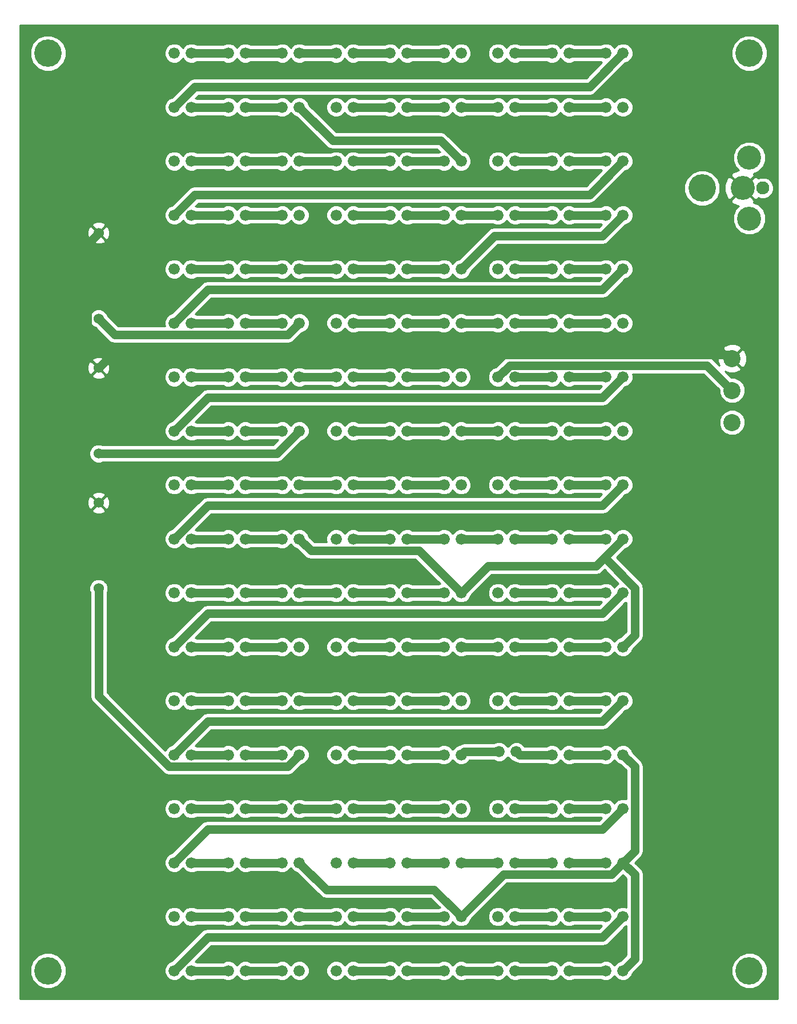
<source format=gbl>
G04 (created by PCBNEW (2013-mar-13)-testing) date Mon 18 Nov 2013 04:04:29 PM PST*
%MOIN*%
G04 Gerber Fmt 3.4, Leading zero omitted, Abs format*
%FSLAX34Y34*%
G01*
G70*
G90*
G04 APERTURE LIST*
%ADD10C,0.005906*%
%ADD11C,0.060000*%
%ADD12C,0.160000*%
%ADD13C,0.100000*%
%ADD14C,0.066000*%
%ADD15C,0.076000*%
%ADD16C,0.140000*%
%ADD17C,0.050000*%
%ADD18C,0.010000*%
G04 APERTURE END LIST*
G54D10*
G54D11*
X28937Y-31240D03*
X28937Y-26240D03*
X28937Y-23366D03*
X28937Y-18366D03*
G54D12*
X25984Y-61417D03*
X66929Y-7874D03*
X66929Y-61417D03*
X25984Y-7874D03*
G54D13*
X65929Y-29429D03*
X65929Y-27559D03*
X65929Y-25689D03*
G54D14*
X33358Y-7874D03*
X34358Y-7874D03*
X42807Y-29921D03*
X43807Y-29921D03*
X45956Y-29921D03*
X46956Y-29921D03*
X49106Y-29921D03*
X50106Y-29921D03*
X52255Y-29921D03*
X53255Y-29921D03*
X55405Y-29921D03*
X56405Y-29921D03*
X58555Y-29921D03*
X59555Y-29921D03*
X36507Y-29921D03*
X37507Y-29921D03*
X39657Y-29921D03*
X40657Y-29921D03*
X39657Y-26771D03*
X40657Y-26771D03*
X42807Y-26771D03*
X43807Y-26771D03*
X45956Y-26771D03*
X46956Y-26771D03*
X49106Y-26771D03*
X50106Y-26771D03*
X52255Y-26771D03*
X53255Y-26771D03*
X55405Y-26771D03*
X56405Y-26771D03*
X58555Y-26771D03*
X59555Y-26771D03*
X36507Y-26771D03*
X37507Y-26771D03*
X39657Y-23622D03*
X40657Y-23622D03*
X42807Y-23622D03*
X43807Y-23622D03*
X45956Y-23622D03*
X46956Y-23622D03*
X49106Y-23622D03*
X50106Y-23622D03*
X52255Y-23622D03*
X53255Y-23622D03*
X55405Y-23622D03*
X56405Y-23622D03*
X58555Y-23622D03*
X59555Y-23622D03*
X36507Y-23622D03*
X37507Y-23622D03*
X36507Y-20472D03*
X37507Y-20472D03*
X39657Y-20472D03*
X40657Y-20472D03*
X45956Y-20472D03*
X46956Y-20472D03*
X42807Y-20472D03*
X43807Y-20472D03*
X49106Y-20472D03*
X50106Y-20472D03*
X52255Y-20472D03*
X53255Y-20472D03*
X55405Y-20472D03*
X56405Y-20472D03*
X58555Y-20472D03*
X59555Y-20472D03*
X33358Y-20472D03*
X34358Y-20472D03*
X33358Y-23622D03*
X34358Y-23622D03*
X33358Y-26771D03*
X34358Y-26771D03*
X33358Y-29921D03*
X34358Y-29921D03*
X58555Y-17322D03*
X59555Y-17322D03*
X36507Y-17322D03*
X37507Y-17322D03*
X39657Y-17322D03*
X40657Y-17322D03*
X42807Y-17322D03*
X43807Y-17322D03*
X45956Y-17322D03*
X46956Y-17322D03*
X49106Y-17322D03*
X50106Y-17322D03*
X52255Y-17322D03*
X53255Y-17322D03*
X55405Y-17322D03*
X56405Y-17322D03*
X33358Y-17322D03*
X34358Y-17322D03*
X55405Y-14173D03*
X56405Y-14173D03*
X58555Y-14173D03*
X59555Y-14173D03*
X36507Y-14173D03*
X37507Y-14173D03*
X39657Y-14173D03*
X40657Y-14173D03*
X42807Y-14173D03*
X43807Y-14173D03*
X45956Y-14173D03*
X46956Y-14173D03*
X49106Y-14173D03*
X50106Y-14173D03*
X52255Y-14173D03*
X53255Y-14173D03*
X58555Y-11023D03*
X59555Y-11023D03*
X55405Y-11023D03*
X56405Y-11023D03*
X52255Y-11023D03*
X53255Y-11023D03*
X49106Y-11023D03*
X50106Y-11023D03*
X45956Y-11023D03*
X46956Y-11023D03*
X42807Y-11023D03*
X43807Y-11023D03*
X39657Y-11023D03*
X40657Y-11023D03*
X36507Y-11023D03*
X37507Y-11023D03*
X33358Y-11023D03*
X34358Y-11023D03*
X58555Y-7874D03*
X59555Y-7874D03*
X55405Y-7874D03*
X56405Y-7874D03*
X52255Y-7874D03*
X53255Y-7874D03*
X49106Y-7874D03*
X50106Y-7874D03*
X45956Y-7874D03*
X46956Y-7874D03*
X42807Y-7874D03*
X43807Y-7874D03*
X39657Y-7874D03*
X40657Y-7874D03*
X36507Y-7874D03*
X37507Y-7874D03*
X33358Y-14173D03*
X34358Y-14173D03*
X33358Y-33070D03*
X34358Y-33070D03*
X36507Y-33070D03*
X37507Y-33070D03*
X39657Y-33070D03*
X40657Y-33070D03*
X42807Y-33070D03*
X43807Y-33070D03*
X45956Y-33070D03*
X46956Y-33070D03*
X49106Y-33070D03*
X50106Y-33070D03*
X52255Y-33070D03*
X53255Y-33070D03*
X55405Y-33070D03*
X56405Y-33070D03*
X58555Y-33070D03*
X59555Y-33070D03*
X33358Y-36220D03*
X34358Y-36220D03*
X36507Y-36220D03*
X37507Y-36220D03*
X39657Y-36220D03*
X40657Y-36220D03*
X42807Y-36220D03*
X43807Y-36220D03*
X45956Y-36220D03*
X46956Y-36220D03*
X49106Y-36220D03*
X50106Y-36220D03*
X52255Y-36220D03*
X53255Y-36220D03*
X55405Y-36220D03*
X56405Y-36220D03*
X58555Y-36220D03*
X59555Y-36220D03*
X33358Y-39370D03*
X34358Y-39370D03*
X36507Y-39370D03*
X37507Y-39370D03*
X39657Y-39370D03*
X40657Y-39370D03*
X42807Y-39370D03*
X43807Y-39370D03*
X45956Y-39370D03*
X46956Y-39370D03*
X49106Y-39370D03*
X50106Y-39370D03*
X52255Y-39370D03*
X53255Y-39370D03*
X55405Y-39370D03*
X56405Y-39370D03*
X58555Y-39370D03*
X59555Y-39370D03*
X33358Y-42519D03*
X34358Y-42519D03*
X36507Y-42519D03*
X37507Y-42519D03*
X39657Y-42519D03*
X40657Y-42519D03*
X42807Y-42519D03*
X43807Y-42519D03*
X45956Y-42519D03*
X46956Y-42519D03*
X49106Y-42519D03*
X50106Y-42519D03*
X52255Y-42519D03*
X53255Y-42519D03*
X55405Y-42519D03*
X56405Y-42519D03*
X58555Y-42519D03*
X59555Y-42519D03*
X33358Y-45669D03*
X34358Y-45669D03*
X36507Y-45669D03*
X37507Y-45669D03*
X39657Y-45669D03*
X40657Y-45669D03*
X42807Y-45669D03*
X43807Y-45669D03*
X45956Y-45669D03*
X46956Y-45669D03*
X49106Y-45669D03*
X50106Y-45669D03*
X52255Y-45669D03*
X53255Y-45669D03*
X55405Y-45669D03*
X56405Y-45669D03*
X58555Y-45669D03*
X59555Y-45669D03*
X33358Y-48818D03*
X34358Y-48818D03*
X36507Y-48818D03*
X37507Y-48818D03*
X39657Y-48818D03*
X40657Y-48818D03*
X42807Y-48818D03*
X43807Y-48818D03*
X45956Y-48818D03*
X46956Y-48818D03*
X49106Y-48818D03*
X50106Y-48818D03*
X52331Y-48646D03*
X53331Y-48646D03*
X55405Y-48818D03*
X56405Y-48818D03*
X58555Y-48818D03*
X59555Y-48818D03*
X33358Y-51968D03*
X34358Y-51968D03*
X36507Y-51968D03*
X37507Y-51968D03*
X39657Y-51968D03*
X40657Y-51968D03*
X42807Y-51968D03*
X43807Y-51968D03*
X45956Y-51968D03*
X46956Y-51968D03*
X49106Y-51968D03*
X50106Y-51968D03*
X52255Y-51968D03*
X53255Y-51968D03*
X55405Y-51968D03*
X56405Y-51968D03*
X58555Y-51968D03*
X59555Y-51968D03*
X33358Y-55118D03*
X34358Y-55118D03*
X36507Y-55118D03*
X37507Y-55118D03*
X39657Y-55118D03*
X40657Y-55118D03*
X42807Y-55118D03*
X43807Y-55118D03*
X45956Y-55118D03*
X46956Y-55118D03*
X49106Y-55118D03*
X50106Y-55118D03*
X52255Y-55118D03*
X53255Y-55118D03*
X55405Y-55118D03*
X56405Y-55118D03*
X58555Y-55118D03*
X59555Y-55118D03*
G54D11*
X28937Y-39114D03*
X28937Y-34114D03*
G54D14*
X33358Y-58267D03*
X34358Y-58267D03*
X36507Y-58267D03*
X37507Y-58267D03*
X39657Y-58267D03*
X40657Y-58267D03*
X42807Y-58267D03*
X43807Y-58267D03*
X45956Y-58267D03*
X46956Y-58267D03*
X49106Y-58267D03*
X50106Y-58267D03*
X52255Y-58267D03*
X53255Y-58267D03*
X55405Y-58267D03*
X56405Y-58267D03*
X58555Y-58267D03*
X59555Y-58267D03*
X33358Y-61417D03*
X34358Y-61417D03*
X36507Y-61417D03*
X37507Y-61417D03*
X39657Y-61417D03*
X40657Y-61417D03*
X42807Y-61417D03*
X43807Y-61417D03*
X45956Y-61417D03*
X46956Y-61417D03*
X49106Y-61417D03*
X50106Y-61417D03*
X52255Y-61417D03*
X53255Y-61417D03*
X55405Y-61417D03*
X56405Y-61417D03*
X58555Y-61417D03*
X59555Y-61417D03*
G54D15*
X67720Y-15748D03*
G54D16*
X66540Y-15748D03*
G54D12*
X64180Y-15748D03*
G54D16*
X66930Y-13978D03*
X66930Y-17518D03*
G54D17*
X28277Y-19025D02*
X28937Y-18366D01*
X28277Y-24026D02*
X28277Y-19025D01*
X29714Y-25462D02*
X28277Y-24026D01*
X65703Y-25462D02*
X29714Y-25462D01*
X65929Y-25689D02*
X65703Y-25462D01*
X29714Y-25462D02*
X28937Y-26240D01*
X58353Y-46870D02*
X59555Y-45669D01*
X35306Y-46870D02*
X58353Y-46870D01*
X33358Y-48818D02*
X35306Y-46870D01*
X45956Y-61417D02*
X43807Y-61417D01*
X55405Y-23622D02*
X53255Y-23622D01*
X52255Y-23622D02*
X50106Y-23622D01*
X49106Y-23622D02*
X46956Y-23622D01*
X45956Y-23622D02*
X43807Y-23622D01*
X39657Y-29921D02*
X37507Y-29921D01*
X56405Y-11023D02*
X58555Y-11023D01*
X53255Y-11023D02*
X55405Y-11023D01*
X49106Y-14173D02*
X46956Y-14173D01*
X45956Y-14173D02*
X43807Y-14173D01*
X56405Y-17322D02*
X58555Y-17322D01*
X49106Y-61417D02*
X46956Y-61417D01*
X39657Y-17322D02*
X37507Y-17322D01*
X46956Y-7874D02*
X49106Y-7874D01*
X43807Y-7874D02*
X45956Y-7874D01*
X37507Y-11023D02*
X39657Y-11023D01*
X34358Y-11023D02*
X36507Y-11023D01*
X39657Y-42519D02*
X37507Y-42519D01*
X49106Y-20472D02*
X46956Y-20472D01*
X43807Y-20472D02*
X45956Y-20472D01*
X37507Y-23622D02*
X39657Y-23622D01*
X49106Y-26771D02*
X46956Y-26771D01*
X52255Y-61417D02*
X50106Y-61417D01*
X58555Y-23622D02*
X56405Y-23622D01*
X49106Y-33070D02*
X46956Y-33070D01*
X39657Y-36220D02*
X37507Y-36220D01*
X58555Y-29921D02*
X56405Y-29921D01*
X34559Y-9822D02*
X33358Y-11023D01*
X57606Y-9822D02*
X34559Y-9822D01*
X59555Y-7874D02*
X57606Y-9822D01*
X56405Y-7874D02*
X58555Y-7874D01*
X53255Y-7874D02*
X55405Y-7874D01*
X34358Y-14173D02*
X36507Y-14173D01*
X39657Y-14173D02*
X37507Y-14173D01*
X42807Y-14173D02*
X40657Y-14173D01*
X55405Y-61417D02*
X53255Y-61417D01*
X50106Y-11023D02*
X52255Y-11023D01*
X46956Y-11023D02*
X49106Y-11023D01*
X43807Y-11023D02*
X45956Y-11023D01*
X34358Y-20472D02*
X36507Y-20472D01*
X39657Y-20472D02*
X37507Y-20472D01*
X42807Y-20472D02*
X40657Y-20472D01*
X58555Y-42519D02*
X56405Y-42519D01*
X58555Y-36220D02*
X56405Y-36220D01*
X49106Y-39370D02*
X46956Y-39370D01*
X36507Y-7874D02*
X34358Y-7874D01*
X55405Y-58267D02*
X53255Y-58267D01*
X37507Y-7874D02*
X39657Y-7874D01*
X40657Y-7874D02*
X42807Y-7874D01*
X58555Y-58267D02*
X56405Y-58267D01*
X58353Y-53170D02*
X59555Y-51968D01*
X35306Y-53170D02*
X58353Y-53170D01*
X33358Y-55118D02*
X35306Y-53170D01*
X58555Y-51968D02*
X56405Y-51968D01*
X55405Y-51968D02*
X53255Y-51968D01*
X36507Y-58267D02*
X34358Y-58267D01*
X53503Y-48818D02*
X53331Y-48646D01*
X55405Y-48818D02*
X53503Y-48818D01*
X64457Y-26087D02*
X65929Y-27559D01*
X52939Y-26087D02*
X64457Y-26087D01*
X52255Y-26771D02*
X52939Y-26087D01*
X39657Y-58267D02*
X37507Y-58267D01*
X42807Y-58267D02*
X40657Y-58267D01*
X45956Y-58267D02*
X43807Y-58267D01*
X55405Y-55118D02*
X53255Y-55118D01*
X52255Y-55118D02*
X50106Y-55118D01*
X49106Y-55118D02*
X46956Y-55118D01*
X45956Y-55118D02*
X43807Y-55118D01*
X55405Y-45669D02*
X53255Y-45669D01*
X58555Y-45669D02*
X56405Y-45669D01*
X50279Y-48646D02*
X50106Y-48818D01*
X52331Y-48646D02*
X50279Y-48646D01*
X36507Y-48818D02*
X34358Y-48818D01*
X58353Y-59469D02*
X59555Y-58267D01*
X35306Y-59469D02*
X58353Y-59469D01*
X33358Y-61417D02*
X35306Y-59469D01*
X36507Y-61417D02*
X34358Y-61417D01*
X29878Y-24307D02*
X28937Y-23366D01*
X39972Y-24307D02*
X29878Y-24307D01*
X40657Y-23622D02*
X39972Y-24307D01*
X58353Y-18524D02*
X59555Y-17322D01*
X52054Y-18524D02*
X58353Y-18524D01*
X50106Y-20472D02*
X52054Y-18524D01*
X48904Y-12971D02*
X50106Y-14173D01*
X42605Y-12971D02*
X48904Y-12971D01*
X40657Y-11023D02*
X42605Y-12971D01*
X39338Y-31240D02*
X28937Y-31240D01*
X40657Y-29921D02*
X39338Y-31240D01*
X47636Y-36900D02*
X50106Y-39370D01*
X41337Y-36900D02*
X47636Y-36900D01*
X40657Y-36220D02*
X41337Y-36900D01*
X60249Y-39093D02*
X58465Y-37309D01*
X60249Y-41825D02*
X60249Y-39093D01*
X59555Y-42519D02*
X60249Y-41825D01*
X59555Y-36220D02*
X58465Y-37309D01*
X51681Y-37795D02*
X50106Y-39370D01*
X57980Y-37795D02*
X51681Y-37795D01*
X58465Y-37309D02*
X57980Y-37795D01*
X39657Y-48818D02*
X37507Y-48818D01*
X39657Y-61417D02*
X37507Y-61417D01*
X58555Y-61417D02*
X56405Y-61417D01*
X49106Y-48818D02*
X46956Y-48818D01*
X28937Y-45386D02*
X28937Y-39114D01*
X33058Y-49507D02*
X28937Y-45386D01*
X39968Y-49507D02*
X33058Y-49507D01*
X40657Y-48818D02*
X39968Y-49507D01*
X60252Y-55815D02*
X59555Y-55118D01*
X60252Y-60719D02*
X60252Y-55815D01*
X59555Y-61417D02*
X60252Y-60719D01*
X60235Y-49499D02*
X59555Y-48818D01*
X60235Y-54437D02*
X60235Y-49499D01*
X59555Y-55118D02*
X60235Y-54437D01*
X52575Y-55798D02*
X50106Y-58267D01*
X58874Y-55798D02*
X52575Y-55798D01*
X59555Y-55118D02*
X58874Y-55798D01*
X42232Y-56692D02*
X40657Y-55118D01*
X48531Y-56692D02*
X42232Y-56692D01*
X50106Y-58267D02*
X48531Y-56692D01*
X58555Y-55118D02*
X56405Y-55118D01*
X49106Y-58267D02*
X46956Y-58267D01*
X36507Y-51968D02*
X34358Y-51968D01*
X39657Y-51968D02*
X37507Y-51968D01*
X42807Y-51968D02*
X40657Y-51968D01*
X45956Y-51968D02*
X43807Y-51968D01*
X36507Y-55118D02*
X34358Y-55118D01*
X49106Y-45669D02*
X46956Y-45669D01*
X49106Y-51968D02*
X46956Y-51968D01*
X45956Y-48818D02*
X43807Y-48818D01*
X39657Y-55118D02*
X37507Y-55118D01*
X58555Y-48818D02*
X56405Y-48818D01*
X45956Y-33070D02*
X43807Y-33070D01*
X42807Y-33070D02*
X40657Y-33070D01*
X36507Y-36220D02*
X34358Y-36220D01*
X58353Y-34272D02*
X59555Y-33070D01*
X35306Y-34272D02*
X58353Y-34272D01*
X33358Y-36220D02*
X35306Y-34272D01*
X58555Y-33070D02*
X56405Y-33070D01*
X55405Y-33070D02*
X53255Y-33070D01*
X36507Y-39370D02*
X34358Y-39370D01*
X39657Y-39370D02*
X37507Y-39370D01*
X36507Y-45669D02*
X34358Y-45669D01*
X42807Y-39370D02*
X40657Y-39370D01*
X45956Y-39370D02*
X43807Y-39370D01*
X55405Y-36220D02*
X53255Y-36220D01*
X52255Y-36220D02*
X50106Y-36220D01*
X49106Y-36220D02*
X46956Y-36220D01*
X45956Y-36220D02*
X43807Y-36220D01*
X55405Y-26771D02*
X53255Y-26771D01*
X58555Y-26771D02*
X56405Y-26771D01*
X34358Y-23622D02*
X36507Y-23622D01*
X58353Y-21673D02*
X59555Y-20472D01*
X35306Y-21673D02*
X58353Y-21673D01*
X33358Y-23622D02*
X35306Y-21673D01*
X39657Y-45669D02*
X37507Y-45669D01*
X58555Y-20472D02*
X56405Y-20472D01*
X55405Y-20472D02*
X53255Y-20472D01*
X45956Y-17322D02*
X43807Y-17322D01*
X49106Y-17322D02*
X46956Y-17322D01*
X52255Y-17322D02*
X50106Y-17322D01*
X55405Y-17322D02*
X53255Y-17322D01*
X34358Y-17322D02*
X36507Y-17322D01*
X34559Y-16121D02*
X33358Y-17322D01*
X57606Y-16121D02*
X34559Y-16121D01*
X59555Y-14173D02*
X57606Y-16121D01*
X58555Y-14173D02*
X56405Y-14173D01*
X53255Y-14173D02*
X55405Y-14173D01*
X42807Y-45669D02*
X40657Y-45669D01*
X36507Y-33070D02*
X34358Y-33070D01*
X39657Y-33070D02*
X37507Y-33070D01*
X49106Y-42519D02*
X46956Y-42519D01*
X45956Y-42519D02*
X43807Y-42519D01*
X52255Y-42519D02*
X50106Y-42519D01*
X55405Y-42519D02*
X53255Y-42519D01*
X55405Y-39370D02*
X53255Y-39370D01*
X58555Y-39370D02*
X56405Y-39370D01*
X58353Y-40571D02*
X59555Y-39370D01*
X35306Y-40571D02*
X58353Y-40571D01*
X33358Y-42519D02*
X35306Y-40571D01*
X36507Y-42519D02*
X34358Y-42519D01*
X45956Y-45669D02*
X43807Y-45669D01*
X58353Y-27973D02*
X59555Y-26771D01*
X35306Y-27973D02*
X58353Y-27973D01*
X33358Y-29921D02*
X35306Y-27973D01*
X34358Y-29921D02*
X36507Y-29921D01*
X55405Y-29921D02*
X53255Y-29921D01*
X52255Y-29921D02*
X50106Y-29921D01*
X49106Y-29921D02*
X46956Y-29921D01*
X45956Y-29921D02*
X43807Y-29921D01*
X34358Y-26771D02*
X36507Y-26771D01*
X37507Y-26771D02*
X39657Y-26771D01*
X42807Y-26771D02*
X40657Y-26771D01*
X45956Y-26771D02*
X43807Y-26771D01*
G54D10*
G36*
X68572Y-63060D02*
X68350Y-63060D01*
X68350Y-15623D01*
X68254Y-15391D01*
X68077Y-15214D01*
X67979Y-15173D01*
X67979Y-7666D01*
X67819Y-7280D01*
X67524Y-6984D01*
X67138Y-6824D01*
X66721Y-6823D01*
X66335Y-6983D01*
X66039Y-7278D01*
X65879Y-7664D01*
X65878Y-8081D01*
X66038Y-8468D01*
X66333Y-8763D01*
X66719Y-8923D01*
X67137Y-8924D01*
X67523Y-8764D01*
X67818Y-8469D01*
X67978Y-8083D01*
X67979Y-7666D01*
X67979Y-15173D01*
X67880Y-15132D01*
X67880Y-13789D01*
X67735Y-13440D01*
X67468Y-13173D01*
X67119Y-13028D01*
X66741Y-13027D01*
X66392Y-13172D01*
X66125Y-13439D01*
X65980Y-13788D01*
X65979Y-14166D01*
X66124Y-14515D01*
X66315Y-14707D01*
X65959Y-14848D01*
X65931Y-14867D01*
X65862Y-15035D01*
X66540Y-15712D01*
X67217Y-15035D01*
X67165Y-14908D01*
X67467Y-14783D01*
X67734Y-14516D01*
X67879Y-14167D01*
X67880Y-13789D01*
X67880Y-15132D01*
X67845Y-15118D01*
X67595Y-15117D01*
X67444Y-15180D01*
X67439Y-15167D01*
X67420Y-15139D01*
X67252Y-15070D01*
X66575Y-15748D01*
X67252Y-16425D01*
X67420Y-16356D01*
X67439Y-16313D01*
X67594Y-16377D01*
X67844Y-16378D01*
X68076Y-16282D01*
X68253Y-16105D01*
X68349Y-15873D01*
X68350Y-15623D01*
X68350Y-63060D01*
X67979Y-63060D01*
X67979Y-61209D01*
X67880Y-60969D01*
X67880Y-17329D01*
X67735Y-16980D01*
X67468Y-16713D01*
X67165Y-16587D01*
X67217Y-16460D01*
X66540Y-15783D01*
X66504Y-15818D01*
X66504Y-15748D01*
X65827Y-15070D01*
X65659Y-15139D01*
X65493Y-15522D01*
X65486Y-15940D01*
X65640Y-16328D01*
X65659Y-16356D01*
X65827Y-16425D01*
X66504Y-15748D01*
X66504Y-15818D01*
X65862Y-16460D01*
X65931Y-16628D01*
X66311Y-16793D01*
X66125Y-16979D01*
X65980Y-17328D01*
X65979Y-17706D01*
X66124Y-18055D01*
X66391Y-18322D01*
X66740Y-18467D01*
X67118Y-18468D01*
X67467Y-18323D01*
X67734Y-18056D01*
X67879Y-17707D01*
X67880Y-17329D01*
X67880Y-60969D01*
X67819Y-60823D01*
X67524Y-60527D01*
X67138Y-60367D01*
X66780Y-60367D01*
X66780Y-25528D01*
X66654Y-25215D01*
X66644Y-25200D01*
X66497Y-25156D01*
X66462Y-25191D01*
X66462Y-25120D01*
X66418Y-24973D01*
X66107Y-24840D01*
X65768Y-24837D01*
X65455Y-24963D01*
X65440Y-24973D01*
X65396Y-25120D01*
X65929Y-25653D01*
X66462Y-25120D01*
X66462Y-25191D01*
X65964Y-25689D01*
X66497Y-26222D01*
X66644Y-26178D01*
X66777Y-25866D01*
X66780Y-25528D01*
X66780Y-60367D01*
X66721Y-60367D01*
X66679Y-60384D01*
X66679Y-29280D01*
X66679Y-27410D01*
X66565Y-27134D01*
X66354Y-26923D01*
X66078Y-26809D01*
X65886Y-26809D01*
X65512Y-26435D01*
X65751Y-26537D01*
X66089Y-26540D01*
X66403Y-26414D01*
X66418Y-26404D01*
X66462Y-26257D01*
X65929Y-25724D01*
X65923Y-25729D01*
X65888Y-25694D01*
X65893Y-25689D01*
X65360Y-25156D01*
X65230Y-25195D01*
X65230Y-15540D01*
X65070Y-15154D01*
X64775Y-14858D01*
X64389Y-14698D01*
X63972Y-14697D01*
X63585Y-14857D01*
X63290Y-15152D01*
X63130Y-15538D01*
X63129Y-15955D01*
X63289Y-16342D01*
X63584Y-16637D01*
X63970Y-16797D01*
X64387Y-16798D01*
X64774Y-16638D01*
X65069Y-16343D01*
X65229Y-15957D01*
X65230Y-15540D01*
X65230Y-25195D01*
X65213Y-25200D01*
X65080Y-25511D01*
X65077Y-25849D01*
X65178Y-26101D01*
X64811Y-25734D01*
X64649Y-25625D01*
X64457Y-25587D01*
X64457Y-25587D01*
X60135Y-25587D01*
X60135Y-23507D01*
X60135Y-20357D01*
X60135Y-17207D01*
X60135Y-14058D01*
X60135Y-10908D01*
X60135Y-7759D01*
X60047Y-7545D01*
X59884Y-7382D01*
X59670Y-7294D01*
X59440Y-7293D01*
X59227Y-7382D01*
X59063Y-7545D01*
X59055Y-7565D01*
X59047Y-7545D01*
X58884Y-7382D01*
X58670Y-7294D01*
X58440Y-7293D01*
X58246Y-7374D01*
X56713Y-7374D01*
X56521Y-7294D01*
X56290Y-7293D01*
X56077Y-7382D01*
X55914Y-7545D01*
X55905Y-7565D01*
X55897Y-7545D01*
X55734Y-7382D01*
X55521Y-7294D01*
X55290Y-7293D01*
X55096Y-7374D01*
X53564Y-7374D01*
X53371Y-7294D01*
X53141Y-7293D01*
X52927Y-7382D01*
X52764Y-7545D01*
X52755Y-7565D01*
X52747Y-7545D01*
X52584Y-7382D01*
X52371Y-7294D01*
X52141Y-7293D01*
X51927Y-7382D01*
X51764Y-7545D01*
X51676Y-7758D01*
X51675Y-7988D01*
X51763Y-8202D01*
X51926Y-8365D01*
X52140Y-8453D01*
X52370Y-8454D01*
X52584Y-8366D01*
X52747Y-8202D01*
X52755Y-8182D01*
X52763Y-8202D01*
X52926Y-8365D01*
X53140Y-8453D01*
X53370Y-8454D01*
X53564Y-8374D01*
X55097Y-8374D01*
X55289Y-8453D01*
X55520Y-8454D01*
X55733Y-8366D01*
X55896Y-8202D01*
X55905Y-8182D01*
X55913Y-8202D01*
X56076Y-8365D01*
X56289Y-8453D01*
X56520Y-8454D01*
X56714Y-8374D01*
X58246Y-8374D01*
X58318Y-8403D01*
X57399Y-9322D01*
X50686Y-9322D01*
X50686Y-7759D01*
X50598Y-7545D01*
X50435Y-7382D01*
X50222Y-7294D01*
X49991Y-7293D01*
X49778Y-7382D01*
X49614Y-7545D01*
X49606Y-7565D01*
X49598Y-7545D01*
X49435Y-7382D01*
X49222Y-7294D01*
X48991Y-7293D01*
X48797Y-7374D01*
X47264Y-7374D01*
X47072Y-7294D01*
X46841Y-7293D01*
X46628Y-7382D01*
X46465Y-7545D01*
X46456Y-7565D01*
X46448Y-7545D01*
X46285Y-7382D01*
X46072Y-7294D01*
X45841Y-7293D01*
X45647Y-7374D01*
X44115Y-7374D01*
X43922Y-7294D01*
X43692Y-7293D01*
X43478Y-7382D01*
X43315Y-7545D01*
X43307Y-7565D01*
X43299Y-7545D01*
X43136Y-7382D01*
X42922Y-7294D01*
X42692Y-7293D01*
X42498Y-7374D01*
X40965Y-7374D01*
X40773Y-7294D01*
X40542Y-7293D01*
X40329Y-7382D01*
X40166Y-7545D01*
X40157Y-7565D01*
X40149Y-7545D01*
X39986Y-7382D01*
X39773Y-7294D01*
X39542Y-7293D01*
X39348Y-7374D01*
X37816Y-7374D01*
X37623Y-7294D01*
X37393Y-7293D01*
X37179Y-7382D01*
X37016Y-7545D01*
X37007Y-7565D01*
X36999Y-7545D01*
X36836Y-7382D01*
X36623Y-7294D01*
X36393Y-7293D01*
X36199Y-7374D01*
X34666Y-7374D01*
X34474Y-7294D01*
X34243Y-7293D01*
X34030Y-7382D01*
X33866Y-7545D01*
X33858Y-7565D01*
X33850Y-7545D01*
X33687Y-7382D01*
X33474Y-7294D01*
X33243Y-7293D01*
X33030Y-7382D01*
X32866Y-7545D01*
X32778Y-7758D01*
X32778Y-7988D01*
X32866Y-8202D01*
X33029Y-8365D01*
X33242Y-8453D01*
X33473Y-8454D01*
X33686Y-8366D01*
X33849Y-8202D01*
X33858Y-8182D01*
X33866Y-8202D01*
X34029Y-8365D01*
X34242Y-8453D01*
X34473Y-8454D01*
X34666Y-8374D01*
X36199Y-8374D01*
X36391Y-8453D01*
X36622Y-8454D01*
X36835Y-8366D01*
X36999Y-8202D01*
X37007Y-8182D01*
X37015Y-8202D01*
X37178Y-8365D01*
X37391Y-8453D01*
X37622Y-8454D01*
X37816Y-8374D01*
X39349Y-8374D01*
X39541Y-8453D01*
X39772Y-8454D01*
X39985Y-8366D01*
X40148Y-8202D01*
X40157Y-8182D01*
X40165Y-8202D01*
X40328Y-8365D01*
X40541Y-8453D01*
X40772Y-8454D01*
X40966Y-8374D01*
X42498Y-8374D01*
X42691Y-8453D01*
X42921Y-8454D01*
X43135Y-8366D01*
X43298Y-8202D01*
X43306Y-8182D01*
X43315Y-8202D01*
X43478Y-8365D01*
X43691Y-8453D01*
X43921Y-8454D01*
X44115Y-8374D01*
X45648Y-8374D01*
X45840Y-8453D01*
X46071Y-8454D01*
X46284Y-8366D01*
X46448Y-8202D01*
X46456Y-8182D01*
X46464Y-8202D01*
X46627Y-8365D01*
X46840Y-8453D01*
X47071Y-8454D01*
X47265Y-8374D01*
X48798Y-8374D01*
X48990Y-8453D01*
X49221Y-8454D01*
X49434Y-8366D01*
X49597Y-8202D01*
X49606Y-8182D01*
X49614Y-8202D01*
X49777Y-8365D01*
X49990Y-8453D01*
X50221Y-8454D01*
X50434Y-8366D01*
X50597Y-8202D01*
X50686Y-7989D01*
X50686Y-7759D01*
X50686Y-9322D01*
X34559Y-9322D01*
X34559Y-9322D01*
X34368Y-9360D01*
X34206Y-9468D01*
X34206Y-9468D01*
X33222Y-10452D01*
X33030Y-10531D01*
X32866Y-10694D01*
X32778Y-10907D01*
X32778Y-11138D01*
X32866Y-11351D01*
X33029Y-11515D01*
X33242Y-11603D01*
X33473Y-11603D01*
X33686Y-11515D01*
X33849Y-11352D01*
X33858Y-11332D01*
X33866Y-11351D01*
X34029Y-11515D01*
X34242Y-11603D01*
X34473Y-11603D01*
X34666Y-11523D01*
X36199Y-11523D01*
X36391Y-11603D01*
X36622Y-11603D01*
X36835Y-11515D01*
X36999Y-11352D01*
X37007Y-11332D01*
X37015Y-11351D01*
X37178Y-11515D01*
X37391Y-11603D01*
X37622Y-11603D01*
X37816Y-11523D01*
X39349Y-11523D01*
X39541Y-11603D01*
X39772Y-11603D01*
X39985Y-11515D01*
X40148Y-11352D01*
X40157Y-11332D01*
X40165Y-11351D01*
X40328Y-11515D01*
X40522Y-11595D01*
X42252Y-13325D01*
X42252Y-13325D01*
X42252Y-13325D01*
X42414Y-13433D01*
X42605Y-13471D01*
X42605Y-13471D01*
X42605Y-13471D01*
X48697Y-13471D01*
X48869Y-13643D01*
X48797Y-13673D01*
X47264Y-13673D01*
X47072Y-13593D01*
X46841Y-13593D01*
X46628Y-13681D01*
X46465Y-13844D01*
X46456Y-13864D01*
X46448Y-13845D01*
X46285Y-13681D01*
X46072Y-13593D01*
X45841Y-13593D01*
X45647Y-13673D01*
X44115Y-13673D01*
X43922Y-13593D01*
X43692Y-13593D01*
X43478Y-13681D01*
X43315Y-13844D01*
X43307Y-13864D01*
X43299Y-13845D01*
X43136Y-13681D01*
X42922Y-13593D01*
X42692Y-13593D01*
X42498Y-13673D01*
X40965Y-13673D01*
X40773Y-13593D01*
X40542Y-13593D01*
X40329Y-13681D01*
X40166Y-13844D01*
X40157Y-13864D01*
X40149Y-13845D01*
X39986Y-13681D01*
X39773Y-13593D01*
X39542Y-13593D01*
X39348Y-13673D01*
X37816Y-13673D01*
X37623Y-13593D01*
X37393Y-13593D01*
X37179Y-13681D01*
X37016Y-13844D01*
X37007Y-13864D01*
X36999Y-13845D01*
X36836Y-13681D01*
X36623Y-13593D01*
X36393Y-13593D01*
X36199Y-13673D01*
X34666Y-13673D01*
X34474Y-13593D01*
X34243Y-13593D01*
X34030Y-13681D01*
X33866Y-13844D01*
X33858Y-13864D01*
X33850Y-13845D01*
X33687Y-13681D01*
X33474Y-13593D01*
X33243Y-13593D01*
X33030Y-13681D01*
X32866Y-13844D01*
X32778Y-14057D01*
X32778Y-14288D01*
X32866Y-14501D01*
X33029Y-14664D01*
X33242Y-14753D01*
X33473Y-14753D01*
X33686Y-14665D01*
X33849Y-14502D01*
X33858Y-14481D01*
X33866Y-14501D01*
X34029Y-14664D01*
X34242Y-14753D01*
X34473Y-14753D01*
X34666Y-14673D01*
X36199Y-14673D01*
X36391Y-14753D01*
X36622Y-14753D01*
X36835Y-14665D01*
X36999Y-14502D01*
X37007Y-14481D01*
X37015Y-14501D01*
X37178Y-14664D01*
X37391Y-14753D01*
X37622Y-14753D01*
X37816Y-14673D01*
X39349Y-14673D01*
X39541Y-14753D01*
X39772Y-14753D01*
X39985Y-14665D01*
X40148Y-14502D01*
X40157Y-14481D01*
X40165Y-14501D01*
X40328Y-14664D01*
X40541Y-14753D01*
X40772Y-14753D01*
X40966Y-14673D01*
X42498Y-14673D01*
X42691Y-14753D01*
X42921Y-14753D01*
X43135Y-14665D01*
X43298Y-14502D01*
X43306Y-14481D01*
X43315Y-14501D01*
X43478Y-14664D01*
X43691Y-14753D01*
X43921Y-14753D01*
X44115Y-14673D01*
X45648Y-14673D01*
X45840Y-14753D01*
X46071Y-14753D01*
X46284Y-14665D01*
X46448Y-14502D01*
X46456Y-14481D01*
X46464Y-14501D01*
X46627Y-14664D01*
X46840Y-14753D01*
X47071Y-14753D01*
X47265Y-14673D01*
X48798Y-14673D01*
X48990Y-14753D01*
X49221Y-14753D01*
X49434Y-14665D01*
X49597Y-14502D01*
X49606Y-14481D01*
X49614Y-14501D01*
X49777Y-14664D01*
X49990Y-14753D01*
X50221Y-14753D01*
X50434Y-14665D01*
X50597Y-14502D01*
X50686Y-14289D01*
X50686Y-14058D01*
X50598Y-13845D01*
X50435Y-13681D01*
X50241Y-13601D01*
X49258Y-12618D01*
X49096Y-12509D01*
X48904Y-12471D01*
X48904Y-12471D01*
X42812Y-12471D01*
X41229Y-10888D01*
X41149Y-10695D01*
X40986Y-10532D01*
X40773Y-10443D01*
X40542Y-10443D01*
X40329Y-10531D01*
X40166Y-10694D01*
X40157Y-10715D01*
X40149Y-10695D01*
X39986Y-10532D01*
X39773Y-10443D01*
X39542Y-10443D01*
X39348Y-10523D01*
X37816Y-10523D01*
X37623Y-10443D01*
X37393Y-10443D01*
X37179Y-10531D01*
X37016Y-10694D01*
X37007Y-10715D01*
X36999Y-10695D01*
X36836Y-10532D01*
X36623Y-10443D01*
X36393Y-10443D01*
X36199Y-10523D01*
X34666Y-10523D01*
X34595Y-10493D01*
X34766Y-10322D01*
X57606Y-10322D01*
X57606Y-10322D01*
X57606Y-10322D01*
X57798Y-10284D01*
X57960Y-10175D01*
X59690Y-8445D01*
X59883Y-8366D01*
X60046Y-8202D01*
X60135Y-7989D01*
X60135Y-7759D01*
X60135Y-10908D01*
X60047Y-10695D01*
X59884Y-10532D01*
X59670Y-10443D01*
X59440Y-10443D01*
X59227Y-10531D01*
X59063Y-10694D01*
X59055Y-10715D01*
X59047Y-10695D01*
X58884Y-10532D01*
X58670Y-10443D01*
X58440Y-10443D01*
X58246Y-10523D01*
X56713Y-10523D01*
X56521Y-10443D01*
X56290Y-10443D01*
X56077Y-10531D01*
X55914Y-10694D01*
X55905Y-10715D01*
X55897Y-10695D01*
X55734Y-10532D01*
X55521Y-10443D01*
X55290Y-10443D01*
X55096Y-10523D01*
X53564Y-10523D01*
X53371Y-10443D01*
X53141Y-10443D01*
X52927Y-10531D01*
X52764Y-10694D01*
X52755Y-10715D01*
X52747Y-10695D01*
X52584Y-10532D01*
X52371Y-10443D01*
X52141Y-10443D01*
X51947Y-10523D01*
X50414Y-10523D01*
X50222Y-10443D01*
X49991Y-10443D01*
X49778Y-10531D01*
X49614Y-10694D01*
X49606Y-10715D01*
X49598Y-10695D01*
X49435Y-10532D01*
X49222Y-10443D01*
X48991Y-10443D01*
X48797Y-10523D01*
X47264Y-10523D01*
X47072Y-10443D01*
X46841Y-10443D01*
X46628Y-10531D01*
X46465Y-10694D01*
X46456Y-10715D01*
X46448Y-10695D01*
X46285Y-10532D01*
X46072Y-10443D01*
X45841Y-10443D01*
X45647Y-10523D01*
X44115Y-10523D01*
X43922Y-10443D01*
X43692Y-10443D01*
X43478Y-10531D01*
X43315Y-10694D01*
X43307Y-10715D01*
X43299Y-10695D01*
X43136Y-10532D01*
X42922Y-10443D01*
X42692Y-10443D01*
X42478Y-10531D01*
X42315Y-10694D01*
X42227Y-10907D01*
X42226Y-11138D01*
X42315Y-11351D01*
X42478Y-11515D01*
X42691Y-11603D01*
X42921Y-11603D01*
X43135Y-11515D01*
X43298Y-11352D01*
X43306Y-11332D01*
X43315Y-11351D01*
X43478Y-11515D01*
X43691Y-11603D01*
X43921Y-11603D01*
X44115Y-11523D01*
X45648Y-11523D01*
X45840Y-11603D01*
X46071Y-11603D01*
X46284Y-11515D01*
X46448Y-11352D01*
X46456Y-11332D01*
X46464Y-11351D01*
X46627Y-11515D01*
X46840Y-11603D01*
X47071Y-11603D01*
X47265Y-11523D01*
X48798Y-11523D01*
X48990Y-11603D01*
X49221Y-11603D01*
X49434Y-11515D01*
X49597Y-11352D01*
X49606Y-11332D01*
X49614Y-11351D01*
X49777Y-11515D01*
X49990Y-11603D01*
X50221Y-11603D01*
X50415Y-11523D01*
X51947Y-11523D01*
X52140Y-11603D01*
X52370Y-11603D01*
X52584Y-11515D01*
X52747Y-11352D01*
X52755Y-11332D01*
X52763Y-11351D01*
X52926Y-11515D01*
X53140Y-11603D01*
X53370Y-11603D01*
X53564Y-11523D01*
X55097Y-11523D01*
X55289Y-11603D01*
X55520Y-11603D01*
X55733Y-11515D01*
X55896Y-11352D01*
X55905Y-11332D01*
X55913Y-11351D01*
X56076Y-11515D01*
X56289Y-11603D01*
X56520Y-11603D01*
X56714Y-11523D01*
X58246Y-11523D01*
X58439Y-11603D01*
X58669Y-11603D01*
X58883Y-11515D01*
X59046Y-11352D01*
X59055Y-11332D01*
X59063Y-11351D01*
X59226Y-11515D01*
X59439Y-11603D01*
X59669Y-11603D01*
X59883Y-11515D01*
X60046Y-11352D01*
X60135Y-11139D01*
X60135Y-10908D01*
X60135Y-14058D01*
X60047Y-13845D01*
X59884Y-13681D01*
X59670Y-13593D01*
X59440Y-13593D01*
X59227Y-13681D01*
X59063Y-13844D01*
X59055Y-13864D01*
X59047Y-13845D01*
X58884Y-13681D01*
X58670Y-13593D01*
X58440Y-13593D01*
X58246Y-13673D01*
X56713Y-13673D01*
X56521Y-13593D01*
X56290Y-13593D01*
X56077Y-13681D01*
X55914Y-13844D01*
X55905Y-13864D01*
X55897Y-13845D01*
X55734Y-13681D01*
X55521Y-13593D01*
X55290Y-13593D01*
X55096Y-13673D01*
X53564Y-13673D01*
X53371Y-13593D01*
X53141Y-13593D01*
X52927Y-13681D01*
X52764Y-13844D01*
X52755Y-13864D01*
X52747Y-13845D01*
X52584Y-13681D01*
X52371Y-13593D01*
X52141Y-13593D01*
X51927Y-13681D01*
X51764Y-13844D01*
X51676Y-14057D01*
X51675Y-14288D01*
X51763Y-14501D01*
X51926Y-14664D01*
X52140Y-14753D01*
X52370Y-14753D01*
X52584Y-14665D01*
X52747Y-14502D01*
X52755Y-14481D01*
X52763Y-14501D01*
X52926Y-14664D01*
X53140Y-14753D01*
X53370Y-14753D01*
X53564Y-14673D01*
X55097Y-14673D01*
X55289Y-14753D01*
X55520Y-14753D01*
X55733Y-14665D01*
X55896Y-14502D01*
X55905Y-14481D01*
X55913Y-14501D01*
X56076Y-14664D01*
X56289Y-14753D01*
X56520Y-14753D01*
X56714Y-14673D01*
X58246Y-14673D01*
X58318Y-14702D01*
X57399Y-15621D01*
X34559Y-15621D01*
X34559Y-15621D01*
X34368Y-15659D01*
X34206Y-15767D01*
X34206Y-15767D01*
X33222Y-16751D01*
X33030Y-16830D01*
X32866Y-16993D01*
X32778Y-17206D01*
X32778Y-17437D01*
X32866Y-17650D01*
X33029Y-17814D01*
X33242Y-17902D01*
X33473Y-17902D01*
X33686Y-17814D01*
X33849Y-17651D01*
X33858Y-17631D01*
X33866Y-17650D01*
X34029Y-17814D01*
X34242Y-17902D01*
X34473Y-17902D01*
X34666Y-17822D01*
X36199Y-17822D01*
X36391Y-17902D01*
X36622Y-17902D01*
X36835Y-17814D01*
X36999Y-17651D01*
X37007Y-17631D01*
X37015Y-17650D01*
X37178Y-17814D01*
X37391Y-17902D01*
X37622Y-17902D01*
X37816Y-17822D01*
X39349Y-17822D01*
X39541Y-17902D01*
X39772Y-17902D01*
X39985Y-17814D01*
X40148Y-17651D01*
X40157Y-17631D01*
X40165Y-17650D01*
X40328Y-17814D01*
X40541Y-17902D01*
X40772Y-17902D01*
X40985Y-17814D01*
X41148Y-17651D01*
X41237Y-17438D01*
X41237Y-17207D01*
X41149Y-16994D01*
X40986Y-16831D01*
X40773Y-16742D01*
X40542Y-16742D01*
X40329Y-16830D01*
X40166Y-16993D01*
X40157Y-17014D01*
X40149Y-16994D01*
X39986Y-16831D01*
X39773Y-16742D01*
X39542Y-16742D01*
X39348Y-16822D01*
X37816Y-16822D01*
X37623Y-16742D01*
X37393Y-16742D01*
X37179Y-16830D01*
X37016Y-16993D01*
X37007Y-17014D01*
X36999Y-16994D01*
X36836Y-16831D01*
X36623Y-16742D01*
X36393Y-16742D01*
X36199Y-16822D01*
X34666Y-16822D01*
X34595Y-16793D01*
X34766Y-16621D01*
X57606Y-16621D01*
X57606Y-16621D01*
X57606Y-16621D01*
X57798Y-16583D01*
X57960Y-16474D01*
X59690Y-14744D01*
X59883Y-14665D01*
X60046Y-14502D01*
X60135Y-14289D01*
X60135Y-14058D01*
X60135Y-17207D01*
X60047Y-16994D01*
X59884Y-16831D01*
X59670Y-16742D01*
X59440Y-16742D01*
X59227Y-16830D01*
X59063Y-16993D01*
X59055Y-17014D01*
X59047Y-16994D01*
X58884Y-16831D01*
X58670Y-16742D01*
X58440Y-16742D01*
X58246Y-16822D01*
X56713Y-16822D01*
X56521Y-16742D01*
X56290Y-16742D01*
X56077Y-16830D01*
X55914Y-16993D01*
X55905Y-17014D01*
X55897Y-16994D01*
X55734Y-16831D01*
X55521Y-16742D01*
X55290Y-16742D01*
X55096Y-16822D01*
X53564Y-16822D01*
X53371Y-16742D01*
X53141Y-16742D01*
X52927Y-16830D01*
X52764Y-16993D01*
X52755Y-17014D01*
X52747Y-16994D01*
X52584Y-16831D01*
X52371Y-16742D01*
X52141Y-16742D01*
X51947Y-16822D01*
X50414Y-16822D01*
X50222Y-16742D01*
X49991Y-16742D01*
X49778Y-16830D01*
X49614Y-16993D01*
X49606Y-17014D01*
X49598Y-16994D01*
X49435Y-16831D01*
X49222Y-16742D01*
X48991Y-16742D01*
X48797Y-16822D01*
X47264Y-16822D01*
X47072Y-16742D01*
X46841Y-16742D01*
X46628Y-16830D01*
X46465Y-16993D01*
X46456Y-17014D01*
X46448Y-16994D01*
X46285Y-16831D01*
X46072Y-16742D01*
X45841Y-16742D01*
X45647Y-16822D01*
X44115Y-16822D01*
X43922Y-16742D01*
X43692Y-16742D01*
X43478Y-16830D01*
X43315Y-16993D01*
X43307Y-17014D01*
X43299Y-16994D01*
X43136Y-16831D01*
X42922Y-16742D01*
X42692Y-16742D01*
X42478Y-16830D01*
X42315Y-16993D01*
X42227Y-17206D01*
X42226Y-17437D01*
X42315Y-17650D01*
X42478Y-17814D01*
X42691Y-17902D01*
X42921Y-17902D01*
X43135Y-17814D01*
X43298Y-17651D01*
X43306Y-17631D01*
X43315Y-17650D01*
X43478Y-17814D01*
X43691Y-17902D01*
X43921Y-17902D01*
X44115Y-17822D01*
X45648Y-17822D01*
X45840Y-17902D01*
X46071Y-17902D01*
X46284Y-17814D01*
X46448Y-17651D01*
X46456Y-17631D01*
X46464Y-17650D01*
X46627Y-17814D01*
X46840Y-17902D01*
X47071Y-17902D01*
X47265Y-17822D01*
X48798Y-17822D01*
X48990Y-17902D01*
X49221Y-17902D01*
X49434Y-17814D01*
X49597Y-17651D01*
X49606Y-17631D01*
X49614Y-17650D01*
X49777Y-17814D01*
X49990Y-17902D01*
X50221Y-17902D01*
X50415Y-17822D01*
X51947Y-17822D01*
X52140Y-17902D01*
X52370Y-17902D01*
X52584Y-17814D01*
X52747Y-17651D01*
X52755Y-17631D01*
X52763Y-17650D01*
X52926Y-17814D01*
X53140Y-17902D01*
X53370Y-17902D01*
X53564Y-17822D01*
X55097Y-17822D01*
X55289Y-17902D01*
X55520Y-17902D01*
X55733Y-17814D01*
X55896Y-17651D01*
X55905Y-17631D01*
X55913Y-17650D01*
X56076Y-17814D01*
X56289Y-17902D01*
X56520Y-17902D01*
X56714Y-17822D01*
X58246Y-17822D01*
X58318Y-17852D01*
X58146Y-18024D01*
X52054Y-18024D01*
X52054Y-18024D01*
X51863Y-18062D01*
X51700Y-18170D01*
X51700Y-18170D01*
X49970Y-19900D01*
X49778Y-19980D01*
X49614Y-20143D01*
X49606Y-20163D01*
X49598Y-20144D01*
X49435Y-19981D01*
X49222Y-19892D01*
X48991Y-19892D01*
X48797Y-19972D01*
X47264Y-19972D01*
X47072Y-19892D01*
X46841Y-19892D01*
X46628Y-19980D01*
X46465Y-20143D01*
X46456Y-20163D01*
X46448Y-20144D01*
X46285Y-19981D01*
X46072Y-19892D01*
X45841Y-19892D01*
X45647Y-19972D01*
X44115Y-19972D01*
X43922Y-19892D01*
X43692Y-19892D01*
X43478Y-19980D01*
X43315Y-20143D01*
X43307Y-20163D01*
X43299Y-20144D01*
X43136Y-19981D01*
X42922Y-19892D01*
X42692Y-19892D01*
X42498Y-19972D01*
X40965Y-19972D01*
X40773Y-19892D01*
X40542Y-19892D01*
X40329Y-19980D01*
X40166Y-20143D01*
X40157Y-20163D01*
X40149Y-20144D01*
X39986Y-19981D01*
X39773Y-19892D01*
X39542Y-19892D01*
X39348Y-19972D01*
X37816Y-19972D01*
X37623Y-19892D01*
X37393Y-19892D01*
X37179Y-19980D01*
X37016Y-20143D01*
X37007Y-20163D01*
X36999Y-20144D01*
X36836Y-19981D01*
X36623Y-19892D01*
X36393Y-19892D01*
X36199Y-19972D01*
X34666Y-19972D01*
X34474Y-19892D01*
X34243Y-19892D01*
X34030Y-19980D01*
X33866Y-20143D01*
X33858Y-20163D01*
X33850Y-20144D01*
X33687Y-19981D01*
X33474Y-19892D01*
X33243Y-19892D01*
X33030Y-19980D01*
X32866Y-20143D01*
X32778Y-20356D01*
X32778Y-20587D01*
X32866Y-20800D01*
X33029Y-20963D01*
X33242Y-21052D01*
X33473Y-21052D01*
X33686Y-20964D01*
X33849Y-20801D01*
X33858Y-20780D01*
X33866Y-20800D01*
X34029Y-20963D01*
X34242Y-21052D01*
X34473Y-21052D01*
X34666Y-20972D01*
X36199Y-20972D01*
X36391Y-21052D01*
X36622Y-21052D01*
X36835Y-20964D01*
X36999Y-20801D01*
X37007Y-20780D01*
X37015Y-20800D01*
X37178Y-20963D01*
X37391Y-21052D01*
X37622Y-21052D01*
X37816Y-20972D01*
X39349Y-20972D01*
X39541Y-21052D01*
X39772Y-21052D01*
X39985Y-20964D01*
X40148Y-20801D01*
X40157Y-20780D01*
X40165Y-20800D01*
X40328Y-20963D01*
X40541Y-21052D01*
X40772Y-21052D01*
X40966Y-20972D01*
X42498Y-20972D01*
X42691Y-21052D01*
X42921Y-21052D01*
X43135Y-20964D01*
X43298Y-20801D01*
X43306Y-20780D01*
X43315Y-20800D01*
X43478Y-20963D01*
X43691Y-21052D01*
X43921Y-21052D01*
X44115Y-20972D01*
X45648Y-20972D01*
X45840Y-21052D01*
X46071Y-21052D01*
X46284Y-20964D01*
X46448Y-20801D01*
X46456Y-20780D01*
X46464Y-20800D01*
X46627Y-20963D01*
X46840Y-21052D01*
X47071Y-21052D01*
X47265Y-20972D01*
X48798Y-20972D01*
X48990Y-21052D01*
X49221Y-21052D01*
X49434Y-20964D01*
X49597Y-20801D01*
X49606Y-20780D01*
X49614Y-20800D01*
X49777Y-20963D01*
X49990Y-21052D01*
X50221Y-21052D01*
X50434Y-20964D01*
X50597Y-20801D01*
X50678Y-20607D01*
X52261Y-19024D01*
X58353Y-19024D01*
X58353Y-19024D01*
X58353Y-19024D01*
X58544Y-18986D01*
X58707Y-18877D01*
X59690Y-17894D01*
X59883Y-17814D01*
X60046Y-17651D01*
X60135Y-17438D01*
X60135Y-17207D01*
X60135Y-20357D01*
X60047Y-20144D01*
X59884Y-19981D01*
X59670Y-19892D01*
X59440Y-19892D01*
X59227Y-19980D01*
X59063Y-20143D01*
X59055Y-20163D01*
X59047Y-20144D01*
X58884Y-19981D01*
X58670Y-19892D01*
X58440Y-19892D01*
X58246Y-19972D01*
X56713Y-19972D01*
X56521Y-19892D01*
X56290Y-19892D01*
X56077Y-19980D01*
X55914Y-20143D01*
X55905Y-20163D01*
X55897Y-20144D01*
X55734Y-19981D01*
X55521Y-19892D01*
X55290Y-19892D01*
X55096Y-19972D01*
X53564Y-19972D01*
X53371Y-19892D01*
X53141Y-19892D01*
X52927Y-19980D01*
X52764Y-20143D01*
X52755Y-20163D01*
X52747Y-20144D01*
X52584Y-19981D01*
X52371Y-19892D01*
X52141Y-19892D01*
X51927Y-19980D01*
X51764Y-20143D01*
X51676Y-20356D01*
X51675Y-20587D01*
X51763Y-20800D01*
X51926Y-20963D01*
X52140Y-21052D01*
X52370Y-21052D01*
X52584Y-20964D01*
X52747Y-20801D01*
X52755Y-20780D01*
X52763Y-20800D01*
X52926Y-20963D01*
X53140Y-21052D01*
X53370Y-21052D01*
X53564Y-20972D01*
X55097Y-20972D01*
X55289Y-21052D01*
X55520Y-21052D01*
X55733Y-20964D01*
X55896Y-20801D01*
X55905Y-20780D01*
X55913Y-20800D01*
X56076Y-20963D01*
X56289Y-21052D01*
X56520Y-21052D01*
X56714Y-20972D01*
X58246Y-20972D01*
X58318Y-21002D01*
X58146Y-21173D01*
X35306Y-21173D01*
X35306Y-21173D01*
X35115Y-21211D01*
X34952Y-21320D01*
X34952Y-21320D01*
X33222Y-23050D01*
X33030Y-23130D01*
X32866Y-23293D01*
X32778Y-23506D01*
X32778Y-23736D01*
X32807Y-23807D01*
X30085Y-23807D01*
X29587Y-23309D01*
X29587Y-18237D01*
X29488Y-17998D01*
X29487Y-17997D01*
X29361Y-17977D01*
X29325Y-18012D01*
X29325Y-17942D01*
X29306Y-17815D01*
X29067Y-17716D01*
X28808Y-17715D01*
X28569Y-17814D01*
X28567Y-17815D01*
X28548Y-17942D01*
X28937Y-18330D01*
X29325Y-17942D01*
X29325Y-18012D01*
X28972Y-18366D01*
X29361Y-18754D01*
X29487Y-18735D01*
X29586Y-18496D01*
X29587Y-18237D01*
X29587Y-23309D01*
X29453Y-23175D01*
X29403Y-23054D01*
X29325Y-22977D01*
X29325Y-18790D01*
X28937Y-18401D01*
X28901Y-18436D01*
X28901Y-18366D01*
X28512Y-17977D01*
X28386Y-17997D01*
X28287Y-18235D01*
X28286Y-18494D01*
X28385Y-18733D01*
X28386Y-18735D01*
X28512Y-18754D01*
X28901Y-18366D01*
X28901Y-18436D01*
X28548Y-18790D01*
X28567Y-18916D01*
X28806Y-19015D01*
X29065Y-19016D01*
X29304Y-18917D01*
X29306Y-18916D01*
X29325Y-18790D01*
X29325Y-22977D01*
X29248Y-22900D01*
X29046Y-22816D01*
X28828Y-22816D01*
X28625Y-22899D01*
X28471Y-23054D01*
X28387Y-23256D01*
X28386Y-23475D01*
X28470Y-23677D01*
X28625Y-23832D01*
X28746Y-23882D01*
X29524Y-24660D01*
X29524Y-24660D01*
X29524Y-24660D01*
X29686Y-24769D01*
X29878Y-24807D01*
X29878Y-24807D01*
X29878Y-24807D01*
X39972Y-24807D01*
X39972Y-24807D01*
X39972Y-24807D01*
X40163Y-24769D01*
X40325Y-24660D01*
X40793Y-24193D01*
X40985Y-24114D01*
X41148Y-23951D01*
X41237Y-23737D01*
X41237Y-23507D01*
X41149Y-23293D01*
X40986Y-23130D01*
X40773Y-23042D01*
X40542Y-23041D01*
X40329Y-23130D01*
X40166Y-23293D01*
X40157Y-23313D01*
X40149Y-23293D01*
X39986Y-23130D01*
X39773Y-23042D01*
X39542Y-23041D01*
X39348Y-23122D01*
X37816Y-23122D01*
X37623Y-23042D01*
X37393Y-23041D01*
X37179Y-23130D01*
X37016Y-23293D01*
X37007Y-23313D01*
X36999Y-23293D01*
X36836Y-23130D01*
X36623Y-23042D01*
X36393Y-23041D01*
X36199Y-23122D01*
X34666Y-23122D01*
X34595Y-23092D01*
X35513Y-22173D01*
X58353Y-22173D01*
X58353Y-22173D01*
X58353Y-22173D01*
X58544Y-22135D01*
X58707Y-22027D01*
X59690Y-21043D01*
X59883Y-20964D01*
X60046Y-20801D01*
X60135Y-20588D01*
X60135Y-20357D01*
X60135Y-23507D01*
X60047Y-23293D01*
X59884Y-23130D01*
X59670Y-23042D01*
X59440Y-23041D01*
X59227Y-23130D01*
X59063Y-23293D01*
X59055Y-23313D01*
X59047Y-23293D01*
X58884Y-23130D01*
X58670Y-23042D01*
X58440Y-23041D01*
X58246Y-23122D01*
X56713Y-23122D01*
X56521Y-23042D01*
X56290Y-23041D01*
X56077Y-23130D01*
X55914Y-23293D01*
X55905Y-23313D01*
X55897Y-23293D01*
X55734Y-23130D01*
X55521Y-23042D01*
X55290Y-23041D01*
X55096Y-23122D01*
X53564Y-23122D01*
X53371Y-23042D01*
X53141Y-23041D01*
X52927Y-23130D01*
X52764Y-23293D01*
X52755Y-23313D01*
X52747Y-23293D01*
X52584Y-23130D01*
X52371Y-23042D01*
X52141Y-23041D01*
X51947Y-23122D01*
X50414Y-23122D01*
X50222Y-23042D01*
X49991Y-23041D01*
X49778Y-23130D01*
X49614Y-23293D01*
X49606Y-23313D01*
X49598Y-23293D01*
X49435Y-23130D01*
X49222Y-23042D01*
X48991Y-23041D01*
X48797Y-23122D01*
X47264Y-23122D01*
X47072Y-23042D01*
X46841Y-23041D01*
X46628Y-23130D01*
X46465Y-23293D01*
X46456Y-23313D01*
X46448Y-23293D01*
X46285Y-23130D01*
X46072Y-23042D01*
X45841Y-23041D01*
X45647Y-23122D01*
X44115Y-23122D01*
X43922Y-23042D01*
X43692Y-23041D01*
X43478Y-23130D01*
X43315Y-23293D01*
X43307Y-23313D01*
X43299Y-23293D01*
X43136Y-23130D01*
X42922Y-23042D01*
X42692Y-23041D01*
X42478Y-23130D01*
X42315Y-23293D01*
X42227Y-23506D01*
X42226Y-23736D01*
X42315Y-23950D01*
X42478Y-24113D01*
X42691Y-24201D01*
X42921Y-24202D01*
X43135Y-24114D01*
X43298Y-23951D01*
X43306Y-23930D01*
X43315Y-23950D01*
X43478Y-24113D01*
X43691Y-24201D01*
X43921Y-24202D01*
X44115Y-24122D01*
X45648Y-24122D01*
X45840Y-24201D01*
X46071Y-24202D01*
X46284Y-24114D01*
X46448Y-23951D01*
X46456Y-23930D01*
X46464Y-23950D01*
X46627Y-24113D01*
X46840Y-24201D01*
X47071Y-24202D01*
X47265Y-24122D01*
X48798Y-24122D01*
X48990Y-24201D01*
X49221Y-24202D01*
X49434Y-24114D01*
X49597Y-23951D01*
X49606Y-23930D01*
X49614Y-23950D01*
X49777Y-24113D01*
X49990Y-24201D01*
X50221Y-24202D01*
X50415Y-24122D01*
X51947Y-24122D01*
X52140Y-24201D01*
X52370Y-24202D01*
X52584Y-24114D01*
X52747Y-23951D01*
X52755Y-23930D01*
X52763Y-23950D01*
X52926Y-24113D01*
X53140Y-24201D01*
X53370Y-24202D01*
X53564Y-24122D01*
X55097Y-24122D01*
X55289Y-24201D01*
X55520Y-24202D01*
X55733Y-24114D01*
X55896Y-23951D01*
X55905Y-23930D01*
X55913Y-23950D01*
X56076Y-24113D01*
X56289Y-24201D01*
X56520Y-24202D01*
X56714Y-24122D01*
X58246Y-24122D01*
X58439Y-24201D01*
X58669Y-24202D01*
X58883Y-24114D01*
X59046Y-23951D01*
X59055Y-23930D01*
X59063Y-23950D01*
X59226Y-24113D01*
X59439Y-24201D01*
X59669Y-24202D01*
X59883Y-24114D01*
X60046Y-23951D01*
X60135Y-23737D01*
X60135Y-23507D01*
X60135Y-25587D01*
X52939Y-25587D01*
X52939Y-25587D01*
X52748Y-25625D01*
X52586Y-25734D01*
X52120Y-26200D01*
X51927Y-26279D01*
X51764Y-26442D01*
X51676Y-26655D01*
X51675Y-26886D01*
X51763Y-27099D01*
X51926Y-27263D01*
X52140Y-27351D01*
X52370Y-27351D01*
X52584Y-27263D01*
X52747Y-27100D01*
X52755Y-27080D01*
X52763Y-27099D01*
X52926Y-27263D01*
X53140Y-27351D01*
X53370Y-27351D01*
X53564Y-27271D01*
X55097Y-27271D01*
X55289Y-27351D01*
X55520Y-27351D01*
X55733Y-27263D01*
X55896Y-27100D01*
X55905Y-27080D01*
X55913Y-27099D01*
X56076Y-27263D01*
X56289Y-27351D01*
X56520Y-27351D01*
X56714Y-27271D01*
X58246Y-27271D01*
X58318Y-27301D01*
X58146Y-27473D01*
X50686Y-27473D01*
X50686Y-26656D01*
X50598Y-26443D01*
X50435Y-26280D01*
X50222Y-26191D01*
X49991Y-26191D01*
X49778Y-26279D01*
X49614Y-26442D01*
X49606Y-26463D01*
X49598Y-26443D01*
X49435Y-26280D01*
X49222Y-26191D01*
X48991Y-26191D01*
X48797Y-26271D01*
X47264Y-26271D01*
X47072Y-26191D01*
X46841Y-26191D01*
X46628Y-26279D01*
X46465Y-26442D01*
X46456Y-26463D01*
X46448Y-26443D01*
X46285Y-26280D01*
X46072Y-26191D01*
X45841Y-26191D01*
X45647Y-26271D01*
X44115Y-26271D01*
X43922Y-26191D01*
X43692Y-26191D01*
X43478Y-26279D01*
X43315Y-26442D01*
X43307Y-26463D01*
X43299Y-26443D01*
X43136Y-26280D01*
X42922Y-26191D01*
X42692Y-26191D01*
X42498Y-26271D01*
X40965Y-26271D01*
X40773Y-26191D01*
X40542Y-26191D01*
X40329Y-26279D01*
X40166Y-26442D01*
X40157Y-26463D01*
X40149Y-26443D01*
X39986Y-26280D01*
X39773Y-26191D01*
X39542Y-26191D01*
X39348Y-26271D01*
X37816Y-26271D01*
X37623Y-26191D01*
X37393Y-26191D01*
X37179Y-26279D01*
X37016Y-26442D01*
X37007Y-26463D01*
X36999Y-26443D01*
X36836Y-26280D01*
X36623Y-26191D01*
X36393Y-26191D01*
X36199Y-26271D01*
X34666Y-26271D01*
X34474Y-26191D01*
X34243Y-26191D01*
X34030Y-26279D01*
X33866Y-26442D01*
X33858Y-26463D01*
X33850Y-26443D01*
X33687Y-26280D01*
X33474Y-26191D01*
X33243Y-26191D01*
X33030Y-26279D01*
X32866Y-26442D01*
X32778Y-26655D01*
X32778Y-26886D01*
X32866Y-27099D01*
X33029Y-27263D01*
X33242Y-27351D01*
X33473Y-27351D01*
X33686Y-27263D01*
X33849Y-27100D01*
X33858Y-27080D01*
X33866Y-27099D01*
X34029Y-27263D01*
X34242Y-27351D01*
X34473Y-27351D01*
X34666Y-27271D01*
X36199Y-27271D01*
X36391Y-27351D01*
X36622Y-27351D01*
X36835Y-27263D01*
X36999Y-27100D01*
X37007Y-27080D01*
X37015Y-27099D01*
X37178Y-27263D01*
X37391Y-27351D01*
X37622Y-27351D01*
X37816Y-27271D01*
X39349Y-27271D01*
X39541Y-27351D01*
X39772Y-27351D01*
X39985Y-27263D01*
X40148Y-27100D01*
X40157Y-27080D01*
X40165Y-27099D01*
X40328Y-27263D01*
X40541Y-27351D01*
X40772Y-27351D01*
X40966Y-27271D01*
X42498Y-27271D01*
X42691Y-27351D01*
X42921Y-27351D01*
X43135Y-27263D01*
X43298Y-27100D01*
X43306Y-27080D01*
X43315Y-27099D01*
X43478Y-27263D01*
X43691Y-27351D01*
X43921Y-27351D01*
X44115Y-27271D01*
X45648Y-27271D01*
X45840Y-27351D01*
X46071Y-27351D01*
X46284Y-27263D01*
X46448Y-27100D01*
X46456Y-27080D01*
X46464Y-27099D01*
X46627Y-27263D01*
X46840Y-27351D01*
X47071Y-27351D01*
X47265Y-27271D01*
X48798Y-27271D01*
X48990Y-27351D01*
X49221Y-27351D01*
X49434Y-27263D01*
X49597Y-27100D01*
X49606Y-27080D01*
X49614Y-27099D01*
X49777Y-27263D01*
X49990Y-27351D01*
X50221Y-27351D01*
X50434Y-27263D01*
X50597Y-27100D01*
X50686Y-26887D01*
X50686Y-26656D01*
X50686Y-27473D01*
X35306Y-27473D01*
X35306Y-27473D01*
X35115Y-27511D01*
X34952Y-27619D01*
X34952Y-27619D01*
X33222Y-29349D01*
X33030Y-29429D01*
X32866Y-29592D01*
X32778Y-29805D01*
X32778Y-30036D01*
X32866Y-30249D01*
X33029Y-30412D01*
X33242Y-30501D01*
X33473Y-30501D01*
X33686Y-30413D01*
X33849Y-30250D01*
X33858Y-30229D01*
X33866Y-30249D01*
X34029Y-30412D01*
X34242Y-30501D01*
X34473Y-30501D01*
X34666Y-30421D01*
X36199Y-30421D01*
X36391Y-30501D01*
X36622Y-30501D01*
X36835Y-30413D01*
X36999Y-30250D01*
X37007Y-30229D01*
X37015Y-30249D01*
X37178Y-30412D01*
X37391Y-30501D01*
X37622Y-30501D01*
X37816Y-30421D01*
X39349Y-30421D01*
X39420Y-30450D01*
X39131Y-30740D01*
X29587Y-30740D01*
X29587Y-26111D01*
X29488Y-25872D01*
X29487Y-25871D01*
X29361Y-25851D01*
X29325Y-25886D01*
X29325Y-25816D01*
X29306Y-25689D01*
X29067Y-25590D01*
X28808Y-25589D01*
X28569Y-25688D01*
X28567Y-25689D01*
X28548Y-25816D01*
X28937Y-26204D01*
X29325Y-25816D01*
X29325Y-25886D01*
X28972Y-26240D01*
X29361Y-26628D01*
X29487Y-26609D01*
X29586Y-26370D01*
X29587Y-26111D01*
X29587Y-30740D01*
X29325Y-30740D01*
X29325Y-26664D01*
X28937Y-26275D01*
X28901Y-26310D01*
X28901Y-26240D01*
X28512Y-25851D01*
X28386Y-25871D01*
X28287Y-26109D01*
X28286Y-26368D01*
X28385Y-26607D01*
X28386Y-26609D01*
X28512Y-26628D01*
X28901Y-26240D01*
X28901Y-26310D01*
X28548Y-26664D01*
X28567Y-26790D01*
X28806Y-26889D01*
X29065Y-26890D01*
X29304Y-26791D01*
X29306Y-26790D01*
X29325Y-26664D01*
X29325Y-30740D01*
X29167Y-30740D01*
X29046Y-30690D01*
X28828Y-30690D01*
X28625Y-30773D01*
X28471Y-30928D01*
X28387Y-31130D01*
X28386Y-31349D01*
X28470Y-31551D01*
X28625Y-31706D01*
X28827Y-31790D01*
X29045Y-31790D01*
X29167Y-31740D01*
X39338Y-31740D01*
X39338Y-31740D01*
X39338Y-31740D01*
X39529Y-31702D01*
X39692Y-31593D01*
X40793Y-30492D01*
X40985Y-30413D01*
X41148Y-30250D01*
X41237Y-30037D01*
X41237Y-29806D01*
X41149Y-29593D01*
X40986Y-29429D01*
X40773Y-29341D01*
X40542Y-29341D01*
X40329Y-29429D01*
X40166Y-29592D01*
X40157Y-29612D01*
X40149Y-29593D01*
X39986Y-29429D01*
X39773Y-29341D01*
X39542Y-29341D01*
X39348Y-29421D01*
X37816Y-29421D01*
X37623Y-29341D01*
X37393Y-29341D01*
X37179Y-29429D01*
X37016Y-29592D01*
X37007Y-29612D01*
X36999Y-29593D01*
X36836Y-29429D01*
X36623Y-29341D01*
X36393Y-29341D01*
X36199Y-29421D01*
X34666Y-29421D01*
X34595Y-29391D01*
X35513Y-28473D01*
X58353Y-28473D01*
X58353Y-28473D01*
X58353Y-28473D01*
X58544Y-28435D01*
X58707Y-28326D01*
X59690Y-27343D01*
X59883Y-27263D01*
X60046Y-27100D01*
X60135Y-26887D01*
X60135Y-26656D01*
X60106Y-26587D01*
X64250Y-26587D01*
X65179Y-27516D01*
X65179Y-27707D01*
X65292Y-27983D01*
X65503Y-28194D01*
X65779Y-28308D01*
X66077Y-28309D01*
X66353Y-28195D01*
X66564Y-27984D01*
X66679Y-27708D01*
X66679Y-27410D01*
X66679Y-29280D01*
X66565Y-29004D01*
X66354Y-28793D01*
X66078Y-28679D01*
X65780Y-28678D01*
X65504Y-28792D01*
X65293Y-29003D01*
X65179Y-29279D01*
X65179Y-29577D01*
X65292Y-29853D01*
X65503Y-30064D01*
X65779Y-30178D01*
X66077Y-30179D01*
X66353Y-30065D01*
X66564Y-29854D01*
X66679Y-29578D01*
X66679Y-29280D01*
X66679Y-60384D01*
X66335Y-60526D01*
X66039Y-60821D01*
X65879Y-61207D01*
X65878Y-61625D01*
X66038Y-62011D01*
X66333Y-62306D01*
X66719Y-62467D01*
X67137Y-62467D01*
X67523Y-62307D01*
X67818Y-62012D01*
X67978Y-61627D01*
X67979Y-61209D01*
X67979Y-63060D01*
X60752Y-63060D01*
X60752Y-60719D01*
X60752Y-55815D01*
X60749Y-55799D01*
X60749Y-41825D01*
X60749Y-39093D01*
X60749Y-39093D01*
X60729Y-38991D01*
X60711Y-38902D01*
X60711Y-38902D01*
X60711Y-38902D01*
X60644Y-38802D01*
X60603Y-38740D01*
X60603Y-38740D01*
X60603Y-38740D01*
X60603Y-38740D01*
X59172Y-37309D01*
X59690Y-36792D01*
X59883Y-36712D01*
X60046Y-36549D01*
X60135Y-36336D01*
X60135Y-36105D01*
X60047Y-35892D01*
X59884Y-35729D01*
X59670Y-35640D01*
X59440Y-35640D01*
X59227Y-35728D01*
X59063Y-35891D01*
X59055Y-35911D01*
X59047Y-35892D01*
X58884Y-35729D01*
X58670Y-35640D01*
X58440Y-35640D01*
X58246Y-35720D01*
X56713Y-35720D01*
X56521Y-35640D01*
X56290Y-35640D01*
X56077Y-35728D01*
X55914Y-35891D01*
X55905Y-35911D01*
X55897Y-35892D01*
X55734Y-35729D01*
X55521Y-35640D01*
X55290Y-35640D01*
X55096Y-35720D01*
X53564Y-35720D01*
X53371Y-35640D01*
X53141Y-35640D01*
X52927Y-35728D01*
X52764Y-35891D01*
X52755Y-35911D01*
X52747Y-35892D01*
X52584Y-35729D01*
X52371Y-35640D01*
X52141Y-35640D01*
X51947Y-35720D01*
X50414Y-35720D01*
X50222Y-35640D01*
X49991Y-35640D01*
X49778Y-35728D01*
X49614Y-35891D01*
X49606Y-35911D01*
X49598Y-35892D01*
X49435Y-35729D01*
X49222Y-35640D01*
X48991Y-35640D01*
X48797Y-35720D01*
X47264Y-35720D01*
X47072Y-35640D01*
X46841Y-35640D01*
X46628Y-35728D01*
X46465Y-35891D01*
X46456Y-35911D01*
X46448Y-35892D01*
X46285Y-35729D01*
X46072Y-35640D01*
X45841Y-35640D01*
X45647Y-35720D01*
X44115Y-35720D01*
X43922Y-35640D01*
X43692Y-35640D01*
X43478Y-35728D01*
X43315Y-35891D01*
X43307Y-35911D01*
X43299Y-35892D01*
X43136Y-35729D01*
X42922Y-35640D01*
X42692Y-35640D01*
X42478Y-35728D01*
X42315Y-35891D01*
X42227Y-36104D01*
X42226Y-36335D01*
X42253Y-36400D01*
X41544Y-36400D01*
X41229Y-36084D01*
X41149Y-35892D01*
X40986Y-35729D01*
X40773Y-35640D01*
X40542Y-35640D01*
X40329Y-35728D01*
X40166Y-35891D01*
X40157Y-35911D01*
X40149Y-35892D01*
X39986Y-35729D01*
X39773Y-35640D01*
X39542Y-35640D01*
X39348Y-35720D01*
X37816Y-35720D01*
X37623Y-35640D01*
X37393Y-35640D01*
X37179Y-35728D01*
X37016Y-35891D01*
X37007Y-35911D01*
X36999Y-35892D01*
X36836Y-35729D01*
X36623Y-35640D01*
X36393Y-35640D01*
X36199Y-35720D01*
X34666Y-35720D01*
X34595Y-35690D01*
X35513Y-34772D01*
X58353Y-34772D01*
X58353Y-34772D01*
X58353Y-34772D01*
X58544Y-34734D01*
X58707Y-34625D01*
X59690Y-33642D01*
X59883Y-33562D01*
X60046Y-33399D01*
X60135Y-33186D01*
X60135Y-32956D01*
X60135Y-29806D01*
X60047Y-29593D01*
X59884Y-29429D01*
X59670Y-29341D01*
X59440Y-29341D01*
X59227Y-29429D01*
X59063Y-29592D01*
X59055Y-29612D01*
X59047Y-29593D01*
X58884Y-29429D01*
X58670Y-29341D01*
X58440Y-29341D01*
X58246Y-29421D01*
X56713Y-29421D01*
X56521Y-29341D01*
X56290Y-29341D01*
X56077Y-29429D01*
X55914Y-29592D01*
X55905Y-29612D01*
X55897Y-29593D01*
X55734Y-29429D01*
X55521Y-29341D01*
X55290Y-29341D01*
X55096Y-29421D01*
X53564Y-29421D01*
X53371Y-29341D01*
X53141Y-29341D01*
X52927Y-29429D01*
X52764Y-29592D01*
X52755Y-29612D01*
X52747Y-29593D01*
X52584Y-29429D01*
X52371Y-29341D01*
X52141Y-29341D01*
X51947Y-29421D01*
X50414Y-29421D01*
X50222Y-29341D01*
X49991Y-29341D01*
X49778Y-29429D01*
X49614Y-29592D01*
X49606Y-29612D01*
X49598Y-29593D01*
X49435Y-29429D01*
X49222Y-29341D01*
X48991Y-29341D01*
X48797Y-29421D01*
X47264Y-29421D01*
X47072Y-29341D01*
X46841Y-29341D01*
X46628Y-29429D01*
X46465Y-29592D01*
X46456Y-29612D01*
X46448Y-29593D01*
X46285Y-29429D01*
X46072Y-29341D01*
X45841Y-29341D01*
X45647Y-29421D01*
X44115Y-29421D01*
X43922Y-29341D01*
X43692Y-29341D01*
X43478Y-29429D01*
X43315Y-29592D01*
X43307Y-29612D01*
X43299Y-29593D01*
X43136Y-29429D01*
X42922Y-29341D01*
X42692Y-29341D01*
X42478Y-29429D01*
X42315Y-29592D01*
X42227Y-29805D01*
X42226Y-30036D01*
X42315Y-30249D01*
X42478Y-30412D01*
X42691Y-30501D01*
X42921Y-30501D01*
X43135Y-30413D01*
X43298Y-30250D01*
X43306Y-30229D01*
X43315Y-30249D01*
X43478Y-30412D01*
X43691Y-30501D01*
X43921Y-30501D01*
X44115Y-30421D01*
X45648Y-30421D01*
X45840Y-30501D01*
X46071Y-30501D01*
X46284Y-30413D01*
X46448Y-30250D01*
X46456Y-30229D01*
X46464Y-30249D01*
X46627Y-30412D01*
X46840Y-30501D01*
X47071Y-30501D01*
X47265Y-30421D01*
X48798Y-30421D01*
X48990Y-30501D01*
X49221Y-30501D01*
X49434Y-30413D01*
X49597Y-30250D01*
X49606Y-30229D01*
X49614Y-30249D01*
X49777Y-30412D01*
X49990Y-30501D01*
X50221Y-30501D01*
X50415Y-30421D01*
X51947Y-30421D01*
X52140Y-30501D01*
X52370Y-30501D01*
X52584Y-30413D01*
X52747Y-30250D01*
X52755Y-30229D01*
X52763Y-30249D01*
X52926Y-30412D01*
X53140Y-30501D01*
X53370Y-30501D01*
X53564Y-30421D01*
X55097Y-30421D01*
X55289Y-30501D01*
X55520Y-30501D01*
X55733Y-30413D01*
X55896Y-30250D01*
X55905Y-30229D01*
X55913Y-30249D01*
X56076Y-30412D01*
X56289Y-30501D01*
X56520Y-30501D01*
X56714Y-30421D01*
X58246Y-30421D01*
X58439Y-30501D01*
X58669Y-30501D01*
X58883Y-30413D01*
X59046Y-30250D01*
X59055Y-30229D01*
X59063Y-30249D01*
X59226Y-30412D01*
X59439Y-30501D01*
X59669Y-30501D01*
X59883Y-30413D01*
X60046Y-30250D01*
X60135Y-30037D01*
X60135Y-29806D01*
X60135Y-32956D01*
X60047Y-32742D01*
X59884Y-32579D01*
X59670Y-32490D01*
X59440Y-32490D01*
X59227Y-32578D01*
X59063Y-32741D01*
X59055Y-32762D01*
X59047Y-32742D01*
X58884Y-32579D01*
X58670Y-32490D01*
X58440Y-32490D01*
X58246Y-32570D01*
X56713Y-32570D01*
X56521Y-32490D01*
X56290Y-32490D01*
X56077Y-32578D01*
X55914Y-32741D01*
X55905Y-32762D01*
X55897Y-32742D01*
X55734Y-32579D01*
X55521Y-32490D01*
X55290Y-32490D01*
X55096Y-32570D01*
X53564Y-32570D01*
X53371Y-32490D01*
X53141Y-32490D01*
X52927Y-32578D01*
X52764Y-32741D01*
X52755Y-32762D01*
X52747Y-32742D01*
X52584Y-32579D01*
X52371Y-32490D01*
X52141Y-32490D01*
X51927Y-32578D01*
X51764Y-32741D01*
X51676Y-32954D01*
X51675Y-33185D01*
X51763Y-33398D01*
X51926Y-33562D01*
X52140Y-33650D01*
X52370Y-33650D01*
X52584Y-33562D01*
X52747Y-33399D01*
X52755Y-33379D01*
X52763Y-33398D01*
X52926Y-33562D01*
X53140Y-33650D01*
X53370Y-33650D01*
X53564Y-33570D01*
X55097Y-33570D01*
X55289Y-33650D01*
X55520Y-33650D01*
X55733Y-33562D01*
X55896Y-33399D01*
X55905Y-33379D01*
X55913Y-33398D01*
X56076Y-33562D01*
X56289Y-33650D01*
X56520Y-33650D01*
X56714Y-33570D01*
X58246Y-33570D01*
X58318Y-33600D01*
X58146Y-33772D01*
X50686Y-33772D01*
X50686Y-32956D01*
X50598Y-32742D01*
X50435Y-32579D01*
X50222Y-32490D01*
X49991Y-32490D01*
X49778Y-32578D01*
X49614Y-32741D01*
X49606Y-32762D01*
X49598Y-32742D01*
X49435Y-32579D01*
X49222Y-32490D01*
X48991Y-32490D01*
X48797Y-32570D01*
X47264Y-32570D01*
X47072Y-32490D01*
X46841Y-32490D01*
X46628Y-32578D01*
X46465Y-32741D01*
X46456Y-32762D01*
X46448Y-32742D01*
X46285Y-32579D01*
X46072Y-32490D01*
X45841Y-32490D01*
X45647Y-32570D01*
X44115Y-32570D01*
X43922Y-32490D01*
X43692Y-32490D01*
X43478Y-32578D01*
X43315Y-32741D01*
X43307Y-32762D01*
X43299Y-32742D01*
X43136Y-32579D01*
X42922Y-32490D01*
X42692Y-32490D01*
X42498Y-32570D01*
X40965Y-32570D01*
X40773Y-32490D01*
X40542Y-32490D01*
X40329Y-32578D01*
X40166Y-32741D01*
X40157Y-32762D01*
X40149Y-32742D01*
X39986Y-32579D01*
X39773Y-32490D01*
X39542Y-32490D01*
X39348Y-32570D01*
X37816Y-32570D01*
X37623Y-32490D01*
X37393Y-32490D01*
X37179Y-32578D01*
X37016Y-32741D01*
X37007Y-32762D01*
X36999Y-32742D01*
X36836Y-32579D01*
X36623Y-32490D01*
X36393Y-32490D01*
X36199Y-32570D01*
X34666Y-32570D01*
X34474Y-32490D01*
X34243Y-32490D01*
X34030Y-32578D01*
X33866Y-32741D01*
X33858Y-32762D01*
X33850Y-32742D01*
X33687Y-32579D01*
X33474Y-32490D01*
X33243Y-32490D01*
X33030Y-32578D01*
X32866Y-32741D01*
X32778Y-32954D01*
X32778Y-33185D01*
X32866Y-33398D01*
X33029Y-33562D01*
X33242Y-33650D01*
X33473Y-33650D01*
X33686Y-33562D01*
X33849Y-33399D01*
X33858Y-33379D01*
X33866Y-33398D01*
X34029Y-33562D01*
X34242Y-33650D01*
X34473Y-33650D01*
X34666Y-33570D01*
X36199Y-33570D01*
X36391Y-33650D01*
X36622Y-33650D01*
X36835Y-33562D01*
X36999Y-33399D01*
X37007Y-33379D01*
X37015Y-33398D01*
X37178Y-33562D01*
X37391Y-33650D01*
X37622Y-33650D01*
X37816Y-33570D01*
X39349Y-33570D01*
X39541Y-33650D01*
X39772Y-33650D01*
X39985Y-33562D01*
X40148Y-33399D01*
X40157Y-33379D01*
X40165Y-33398D01*
X40328Y-33562D01*
X40541Y-33650D01*
X40772Y-33650D01*
X40966Y-33570D01*
X42498Y-33570D01*
X42691Y-33650D01*
X42921Y-33650D01*
X43135Y-33562D01*
X43298Y-33399D01*
X43306Y-33379D01*
X43315Y-33398D01*
X43478Y-33562D01*
X43691Y-33650D01*
X43921Y-33650D01*
X44115Y-33570D01*
X45648Y-33570D01*
X45840Y-33650D01*
X46071Y-33650D01*
X46284Y-33562D01*
X46448Y-33399D01*
X46456Y-33379D01*
X46464Y-33398D01*
X46627Y-33562D01*
X46840Y-33650D01*
X47071Y-33650D01*
X47265Y-33570D01*
X48798Y-33570D01*
X48990Y-33650D01*
X49221Y-33650D01*
X49434Y-33562D01*
X49597Y-33399D01*
X49606Y-33379D01*
X49614Y-33398D01*
X49777Y-33562D01*
X49990Y-33650D01*
X50221Y-33650D01*
X50434Y-33562D01*
X50597Y-33399D01*
X50686Y-33186D01*
X50686Y-32956D01*
X50686Y-33772D01*
X35306Y-33772D01*
X35306Y-33772D01*
X35115Y-33810D01*
X34952Y-33918D01*
X34952Y-33918D01*
X33222Y-35648D01*
X33030Y-35728D01*
X32866Y-35891D01*
X32778Y-36104D01*
X32778Y-36335D01*
X32866Y-36548D01*
X33029Y-36711D01*
X33242Y-36800D01*
X33473Y-36800D01*
X33686Y-36712D01*
X33849Y-36549D01*
X33858Y-36528D01*
X33866Y-36548D01*
X34029Y-36711D01*
X34242Y-36800D01*
X34473Y-36800D01*
X34666Y-36720D01*
X36199Y-36720D01*
X36391Y-36800D01*
X36622Y-36800D01*
X36835Y-36712D01*
X36999Y-36549D01*
X37007Y-36528D01*
X37015Y-36548D01*
X37178Y-36711D01*
X37391Y-36800D01*
X37622Y-36800D01*
X37816Y-36720D01*
X39349Y-36720D01*
X39541Y-36800D01*
X39772Y-36800D01*
X39985Y-36712D01*
X40148Y-36549D01*
X40157Y-36528D01*
X40165Y-36548D01*
X40328Y-36711D01*
X40522Y-36792D01*
X40984Y-37254D01*
X40984Y-37254D01*
X41146Y-37362D01*
X41337Y-37400D01*
X47429Y-37400D01*
X48869Y-38840D01*
X48797Y-38870D01*
X47264Y-38870D01*
X47072Y-38790D01*
X46841Y-38789D01*
X46628Y-38878D01*
X46465Y-39041D01*
X46456Y-39061D01*
X46448Y-39041D01*
X46285Y-38878D01*
X46072Y-38790D01*
X45841Y-38789D01*
X45647Y-38870D01*
X44115Y-38870D01*
X43922Y-38790D01*
X43692Y-38789D01*
X43478Y-38878D01*
X43315Y-39041D01*
X43307Y-39061D01*
X43299Y-39041D01*
X43136Y-38878D01*
X42922Y-38790D01*
X42692Y-38789D01*
X42498Y-38870D01*
X40965Y-38870D01*
X40773Y-38790D01*
X40542Y-38789D01*
X40329Y-38878D01*
X40166Y-39041D01*
X40157Y-39061D01*
X40149Y-39041D01*
X39986Y-38878D01*
X39773Y-38790D01*
X39542Y-38789D01*
X39348Y-38870D01*
X37816Y-38870D01*
X37623Y-38790D01*
X37393Y-38789D01*
X37179Y-38878D01*
X37016Y-39041D01*
X37007Y-39061D01*
X36999Y-39041D01*
X36836Y-38878D01*
X36623Y-38790D01*
X36393Y-38789D01*
X36199Y-38870D01*
X34666Y-38870D01*
X34474Y-38790D01*
X34243Y-38789D01*
X34030Y-38878D01*
X33866Y-39041D01*
X33858Y-39061D01*
X33850Y-39041D01*
X33687Y-38878D01*
X33474Y-38790D01*
X33243Y-38789D01*
X33030Y-38878D01*
X32866Y-39041D01*
X32778Y-39254D01*
X32778Y-39484D01*
X32866Y-39698D01*
X33029Y-39861D01*
X33242Y-39949D01*
X33473Y-39950D01*
X33686Y-39862D01*
X33849Y-39699D01*
X33858Y-39678D01*
X33866Y-39698D01*
X34029Y-39861D01*
X34242Y-39949D01*
X34473Y-39950D01*
X34666Y-39870D01*
X36199Y-39870D01*
X36391Y-39949D01*
X36622Y-39950D01*
X36835Y-39862D01*
X36999Y-39699D01*
X37007Y-39678D01*
X37015Y-39698D01*
X37178Y-39861D01*
X37391Y-39949D01*
X37622Y-39950D01*
X37816Y-39870D01*
X39349Y-39870D01*
X39541Y-39949D01*
X39772Y-39950D01*
X39985Y-39862D01*
X40148Y-39699D01*
X40157Y-39678D01*
X40165Y-39698D01*
X40328Y-39861D01*
X40541Y-39949D01*
X40772Y-39950D01*
X40966Y-39870D01*
X42498Y-39870D01*
X42691Y-39949D01*
X42921Y-39950D01*
X43135Y-39862D01*
X43298Y-39699D01*
X43306Y-39678D01*
X43315Y-39698D01*
X43478Y-39861D01*
X43691Y-39949D01*
X43921Y-39950D01*
X44115Y-39870D01*
X45648Y-39870D01*
X45840Y-39949D01*
X46071Y-39950D01*
X46284Y-39862D01*
X46448Y-39699D01*
X46456Y-39678D01*
X46464Y-39698D01*
X46627Y-39861D01*
X46840Y-39949D01*
X47071Y-39950D01*
X47265Y-39870D01*
X48798Y-39870D01*
X48990Y-39949D01*
X49221Y-39950D01*
X49434Y-39862D01*
X49597Y-39699D01*
X49606Y-39678D01*
X49614Y-39698D01*
X49777Y-39861D01*
X49990Y-39949D01*
X50221Y-39950D01*
X50434Y-39862D01*
X50597Y-39699D01*
X50678Y-39505D01*
X51888Y-38295D01*
X57980Y-38295D01*
X57980Y-38295D01*
X57980Y-38295D01*
X58171Y-38257D01*
X58333Y-38148D01*
X58465Y-38016D01*
X59297Y-38848D01*
X59227Y-38878D01*
X59063Y-39041D01*
X59055Y-39061D01*
X59047Y-39041D01*
X58884Y-38878D01*
X58670Y-38790D01*
X58440Y-38789D01*
X58246Y-38870D01*
X56713Y-38870D01*
X56521Y-38790D01*
X56290Y-38789D01*
X56077Y-38878D01*
X55914Y-39041D01*
X55905Y-39061D01*
X55897Y-39041D01*
X55734Y-38878D01*
X55521Y-38790D01*
X55290Y-38789D01*
X55096Y-38870D01*
X53564Y-38870D01*
X53371Y-38790D01*
X53141Y-38789D01*
X52927Y-38878D01*
X52764Y-39041D01*
X52755Y-39061D01*
X52747Y-39041D01*
X52584Y-38878D01*
X52371Y-38790D01*
X52141Y-38789D01*
X51927Y-38878D01*
X51764Y-39041D01*
X51676Y-39254D01*
X51675Y-39484D01*
X51763Y-39698D01*
X51926Y-39861D01*
X52140Y-39949D01*
X52370Y-39950D01*
X52584Y-39862D01*
X52747Y-39699D01*
X52755Y-39678D01*
X52763Y-39698D01*
X52926Y-39861D01*
X53140Y-39949D01*
X53370Y-39950D01*
X53564Y-39870D01*
X55097Y-39870D01*
X55289Y-39949D01*
X55520Y-39950D01*
X55733Y-39862D01*
X55896Y-39699D01*
X55905Y-39678D01*
X55913Y-39698D01*
X56076Y-39861D01*
X56289Y-39949D01*
X56520Y-39950D01*
X56714Y-39870D01*
X58246Y-39870D01*
X58318Y-39899D01*
X58146Y-40071D01*
X35306Y-40071D01*
X35306Y-40071D01*
X35115Y-40109D01*
X34952Y-40218D01*
X34952Y-40218D01*
X33222Y-41948D01*
X33030Y-42027D01*
X32866Y-42190D01*
X32778Y-42403D01*
X32778Y-42634D01*
X32866Y-42847D01*
X33029Y-43011D01*
X33242Y-43099D01*
X33473Y-43099D01*
X33686Y-43011D01*
X33849Y-42848D01*
X33858Y-42828D01*
X33866Y-42847D01*
X34029Y-43011D01*
X34242Y-43099D01*
X34473Y-43099D01*
X34666Y-43019D01*
X36199Y-43019D01*
X36391Y-43099D01*
X36622Y-43099D01*
X36835Y-43011D01*
X36999Y-42848D01*
X37007Y-42828D01*
X37015Y-42847D01*
X37178Y-43011D01*
X37391Y-43099D01*
X37622Y-43099D01*
X37816Y-43019D01*
X39349Y-43019D01*
X39541Y-43099D01*
X39772Y-43099D01*
X39985Y-43011D01*
X40148Y-42848D01*
X40157Y-42828D01*
X40165Y-42847D01*
X40328Y-43011D01*
X40541Y-43099D01*
X40772Y-43099D01*
X40985Y-43011D01*
X41148Y-42848D01*
X41237Y-42635D01*
X41237Y-42404D01*
X41149Y-42191D01*
X40986Y-42028D01*
X40773Y-41939D01*
X40542Y-41939D01*
X40329Y-42027D01*
X40166Y-42190D01*
X40157Y-42211D01*
X40149Y-42191D01*
X39986Y-42028D01*
X39773Y-41939D01*
X39542Y-41939D01*
X39348Y-42019D01*
X37816Y-42019D01*
X37623Y-41939D01*
X37393Y-41939D01*
X37179Y-42027D01*
X37016Y-42190D01*
X37007Y-42211D01*
X36999Y-42191D01*
X36836Y-42028D01*
X36623Y-41939D01*
X36393Y-41939D01*
X36199Y-42019D01*
X34666Y-42019D01*
X34595Y-41989D01*
X35513Y-41071D01*
X58353Y-41071D01*
X58353Y-41071D01*
X58353Y-41071D01*
X58544Y-41033D01*
X58707Y-40925D01*
X59690Y-39941D01*
X59749Y-39917D01*
X59749Y-41618D01*
X59419Y-41948D01*
X59227Y-42027D01*
X59063Y-42190D01*
X59055Y-42211D01*
X59047Y-42191D01*
X58884Y-42028D01*
X58670Y-41939D01*
X58440Y-41939D01*
X58246Y-42019D01*
X56713Y-42019D01*
X56521Y-41939D01*
X56290Y-41939D01*
X56077Y-42027D01*
X55914Y-42190D01*
X55905Y-42211D01*
X55897Y-42191D01*
X55734Y-42028D01*
X55521Y-41939D01*
X55290Y-41939D01*
X55096Y-42019D01*
X53564Y-42019D01*
X53371Y-41939D01*
X53141Y-41939D01*
X52927Y-42027D01*
X52764Y-42190D01*
X52755Y-42211D01*
X52747Y-42191D01*
X52584Y-42028D01*
X52371Y-41939D01*
X52141Y-41939D01*
X51947Y-42019D01*
X50414Y-42019D01*
X50222Y-41939D01*
X49991Y-41939D01*
X49778Y-42027D01*
X49614Y-42190D01*
X49606Y-42211D01*
X49598Y-42191D01*
X49435Y-42028D01*
X49222Y-41939D01*
X48991Y-41939D01*
X48797Y-42019D01*
X47264Y-42019D01*
X47072Y-41939D01*
X46841Y-41939D01*
X46628Y-42027D01*
X46465Y-42190D01*
X46456Y-42211D01*
X46448Y-42191D01*
X46285Y-42028D01*
X46072Y-41939D01*
X45841Y-41939D01*
X45647Y-42019D01*
X44115Y-42019D01*
X43922Y-41939D01*
X43692Y-41939D01*
X43478Y-42027D01*
X43315Y-42190D01*
X43307Y-42211D01*
X43299Y-42191D01*
X43136Y-42028D01*
X42922Y-41939D01*
X42692Y-41939D01*
X42478Y-42027D01*
X42315Y-42190D01*
X42227Y-42403D01*
X42226Y-42634D01*
X42315Y-42847D01*
X42478Y-43011D01*
X42691Y-43099D01*
X42921Y-43099D01*
X43135Y-43011D01*
X43298Y-42848D01*
X43306Y-42828D01*
X43315Y-42847D01*
X43478Y-43011D01*
X43691Y-43099D01*
X43921Y-43099D01*
X44115Y-43019D01*
X45648Y-43019D01*
X45840Y-43099D01*
X46071Y-43099D01*
X46284Y-43011D01*
X46448Y-42848D01*
X46456Y-42828D01*
X46464Y-42847D01*
X46627Y-43011D01*
X46840Y-43099D01*
X47071Y-43099D01*
X47265Y-43019D01*
X48798Y-43019D01*
X48990Y-43099D01*
X49221Y-43099D01*
X49434Y-43011D01*
X49597Y-42848D01*
X49606Y-42828D01*
X49614Y-42847D01*
X49777Y-43011D01*
X49990Y-43099D01*
X50221Y-43099D01*
X50415Y-43019D01*
X51947Y-43019D01*
X52140Y-43099D01*
X52370Y-43099D01*
X52584Y-43011D01*
X52747Y-42848D01*
X52755Y-42828D01*
X52763Y-42847D01*
X52926Y-43011D01*
X53140Y-43099D01*
X53370Y-43099D01*
X53564Y-43019D01*
X55097Y-43019D01*
X55289Y-43099D01*
X55520Y-43099D01*
X55733Y-43011D01*
X55896Y-42848D01*
X55905Y-42828D01*
X55913Y-42847D01*
X56076Y-43011D01*
X56289Y-43099D01*
X56520Y-43099D01*
X56714Y-43019D01*
X58246Y-43019D01*
X58439Y-43099D01*
X58669Y-43099D01*
X58883Y-43011D01*
X59046Y-42848D01*
X59055Y-42828D01*
X59063Y-42847D01*
X59226Y-43011D01*
X59439Y-43099D01*
X59669Y-43099D01*
X59883Y-43011D01*
X60046Y-42848D01*
X60126Y-42654D01*
X60603Y-42178D01*
X60603Y-42178D01*
X60603Y-42178D01*
X60711Y-42016D01*
X60749Y-41825D01*
X60749Y-55799D01*
X60714Y-55624D01*
X60606Y-55462D01*
X60606Y-55462D01*
X60262Y-55118D01*
X60588Y-54791D01*
X60697Y-54629D01*
X60735Y-54437D01*
X60735Y-54437D01*
X60735Y-54437D01*
X60735Y-49499D01*
X60735Y-49499D01*
X60735Y-49499D01*
X60697Y-49307D01*
X60588Y-49145D01*
X60135Y-48691D01*
X60135Y-45554D01*
X60047Y-45341D01*
X59884Y-45177D01*
X59670Y-45089D01*
X59440Y-45089D01*
X59227Y-45177D01*
X59063Y-45340D01*
X59055Y-45360D01*
X59047Y-45341D01*
X58884Y-45177D01*
X58670Y-45089D01*
X58440Y-45089D01*
X58246Y-45169D01*
X56713Y-45169D01*
X56521Y-45089D01*
X56290Y-45089D01*
X56077Y-45177D01*
X55914Y-45340D01*
X55905Y-45360D01*
X55897Y-45341D01*
X55734Y-45177D01*
X55521Y-45089D01*
X55290Y-45089D01*
X55096Y-45169D01*
X53564Y-45169D01*
X53371Y-45089D01*
X53141Y-45089D01*
X52927Y-45177D01*
X52764Y-45340D01*
X52755Y-45360D01*
X52747Y-45341D01*
X52584Y-45177D01*
X52371Y-45089D01*
X52141Y-45089D01*
X51927Y-45177D01*
X51764Y-45340D01*
X51676Y-45553D01*
X51675Y-45784D01*
X51763Y-45997D01*
X51926Y-46160D01*
X52140Y-46249D01*
X52370Y-46249D01*
X52584Y-46161D01*
X52747Y-45998D01*
X52755Y-45977D01*
X52763Y-45997D01*
X52926Y-46160D01*
X53140Y-46249D01*
X53370Y-46249D01*
X53564Y-46169D01*
X55097Y-46169D01*
X55289Y-46249D01*
X55520Y-46249D01*
X55733Y-46161D01*
X55896Y-45998D01*
X55905Y-45977D01*
X55913Y-45997D01*
X56076Y-46160D01*
X56289Y-46249D01*
X56520Y-46249D01*
X56714Y-46169D01*
X58246Y-46169D01*
X58318Y-46198D01*
X58146Y-46370D01*
X50686Y-46370D01*
X50686Y-45554D01*
X50598Y-45341D01*
X50435Y-45177D01*
X50222Y-45089D01*
X49991Y-45089D01*
X49778Y-45177D01*
X49614Y-45340D01*
X49606Y-45360D01*
X49598Y-45341D01*
X49435Y-45177D01*
X49222Y-45089D01*
X48991Y-45089D01*
X48797Y-45169D01*
X47264Y-45169D01*
X47072Y-45089D01*
X46841Y-45089D01*
X46628Y-45177D01*
X46465Y-45340D01*
X46456Y-45360D01*
X46448Y-45341D01*
X46285Y-45177D01*
X46072Y-45089D01*
X45841Y-45089D01*
X45647Y-45169D01*
X44115Y-45169D01*
X43922Y-45089D01*
X43692Y-45089D01*
X43478Y-45177D01*
X43315Y-45340D01*
X43307Y-45360D01*
X43299Y-45341D01*
X43136Y-45177D01*
X42922Y-45089D01*
X42692Y-45089D01*
X42498Y-45169D01*
X40965Y-45169D01*
X40773Y-45089D01*
X40542Y-45089D01*
X40329Y-45177D01*
X40166Y-45340D01*
X40157Y-45360D01*
X40149Y-45341D01*
X39986Y-45177D01*
X39773Y-45089D01*
X39542Y-45089D01*
X39348Y-45169D01*
X37816Y-45169D01*
X37623Y-45089D01*
X37393Y-45089D01*
X37179Y-45177D01*
X37016Y-45340D01*
X37007Y-45360D01*
X36999Y-45341D01*
X36836Y-45177D01*
X36623Y-45089D01*
X36393Y-45089D01*
X36199Y-45169D01*
X34666Y-45169D01*
X34474Y-45089D01*
X34243Y-45089D01*
X34030Y-45177D01*
X33866Y-45340D01*
X33858Y-45360D01*
X33850Y-45341D01*
X33687Y-45177D01*
X33474Y-45089D01*
X33243Y-45089D01*
X33030Y-45177D01*
X32866Y-45340D01*
X32778Y-45553D01*
X32778Y-45784D01*
X32866Y-45997D01*
X33029Y-46160D01*
X33242Y-46249D01*
X33473Y-46249D01*
X33686Y-46161D01*
X33849Y-45998D01*
X33858Y-45977D01*
X33866Y-45997D01*
X34029Y-46160D01*
X34242Y-46249D01*
X34473Y-46249D01*
X34666Y-46169D01*
X36199Y-46169D01*
X36391Y-46249D01*
X36622Y-46249D01*
X36835Y-46161D01*
X36999Y-45998D01*
X37007Y-45977D01*
X37015Y-45997D01*
X37178Y-46160D01*
X37391Y-46249D01*
X37622Y-46249D01*
X37816Y-46169D01*
X39349Y-46169D01*
X39541Y-46249D01*
X39772Y-46249D01*
X39985Y-46161D01*
X40148Y-45998D01*
X40157Y-45977D01*
X40165Y-45997D01*
X40328Y-46160D01*
X40541Y-46249D01*
X40772Y-46249D01*
X40966Y-46169D01*
X42498Y-46169D01*
X42691Y-46249D01*
X42921Y-46249D01*
X43135Y-46161D01*
X43298Y-45998D01*
X43306Y-45977D01*
X43315Y-45997D01*
X43478Y-46160D01*
X43691Y-46249D01*
X43921Y-46249D01*
X44115Y-46169D01*
X45648Y-46169D01*
X45840Y-46249D01*
X46071Y-46249D01*
X46284Y-46161D01*
X46448Y-45998D01*
X46456Y-45977D01*
X46464Y-45997D01*
X46627Y-46160D01*
X46840Y-46249D01*
X47071Y-46249D01*
X47265Y-46169D01*
X48798Y-46169D01*
X48990Y-46249D01*
X49221Y-46249D01*
X49434Y-46161D01*
X49597Y-45998D01*
X49606Y-45977D01*
X49614Y-45997D01*
X49777Y-46160D01*
X49990Y-46249D01*
X50221Y-46249D01*
X50434Y-46161D01*
X50597Y-45998D01*
X50686Y-45785D01*
X50686Y-45554D01*
X50686Y-46370D01*
X35306Y-46370D01*
X35306Y-46370D01*
X35115Y-46408D01*
X34952Y-46517D01*
X34952Y-46517D01*
X33222Y-48247D01*
X33030Y-48326D01*
X32866Y-48489D01*
X32831Y-48574D01*
X29587Y-45329D01*
X29587Y-33985D01*
X29488Y-33746D01*
X29487Y-33745D01*
X29361Y-33725D01*
X29325Y-33760D01*
X29325Y-33690D01*
X29306Y-33563D01*
X29067Y-33464D01*
X28808Y-33463D01*
X28569Y-33562D01*
X28567Y-33563D01*
X28548Y-33690D01*
X28937Y-34078D01*
X29325Y-33690D01*
X29325Y-33760D01*
X28972Y-34114D01*
X29361Y-34502D01*
X29487Y-34483D01*
X29586Y-34244D01*
X29587Y-33985D01*
X29587Y-45329D01*
X29437Y-45179D01*
X29437Y-39344D01*
X29486Y-39224D01*
X29487Y-39005D01*
X29403Y-38803D01*
X29325Y-38725D01*
X29325Y-34538D01*
X28937Y-34149D01*
X28901Y-34184D01*
X28901Y-34114D01*
X28512Y-33725D01*
X28386Y-33745D01*
X28287Y-33983D01*
X28286Y-34242D01*
X28385Y-34481D01*
X28386Y-34483D01*
X28512Y-34502D01*
X28901Y-34114D01*
X28901Y-34184D01*
X28548Y-34538D01*
X28567Y-34664D01*
X28806Y-34763D01*
X29065Y-34764D01*
X29304Y-34665D01*
X29306Y-34664D01*
X29325Y-34538D01*
X29325Y-38725D01*
X29248Y-38648D01*
X29046Y-38564D01*
X28828Y-38564D01*
X28625Y-38647D01*
X28471Y-38802D01*
X28387Y-39004D01*
X28386Y-39223D01*
X28437Y-39344D01*
X28437Y-45386D01*
X28437Y-45386D01*
X28475Y-45577D01*
X28583Y-45739D01*
X32704Y-49861D01*
X32867Y-49969D01*
X33058Y-50007D01*
X39968Y-50007D01*
X39968Y-50007D01*
X39968Y-50007D01*
X40159Y-49969D01*
X40322Y-49861D01*
X40793Y-49390D01*
X40985Y-49310D01*
X41148Y-49147D01*
X41237Y-48934D01*
X41237Y-48704D01*
X41149Y-48490D01*
X40986Y-48327D01*
X40773Y-48238D01*
X40542Y-48238D01*
X40329Y-48326D01*
X40166Y-48489D01*
X40157Y-48510D01*
X40149Y-48490D01*
X39986Y-48327D01*
X39773Y-48238D01*
X39542Y-48238D01*
X39348Y-48318D01*
X37816Y-48318D01*
X37623Y-48238D01*
X37393Y-48238D01*
X37179Y-48326D01*
X37016Y-48489D01*
X37007Y-48510D01*
X36999Y-48490D01*
X36836Y-48327D01*
X36623Y-48238D01*
X36393Y-48238D01*
X36199Y-48318D01*
X34666Y-48318D01*
X34595Y-48289D01*
X35513Y-47370D01*
X58353Y-47370D01*
X58353Y-47370D01*
X58353Y-47370D01*
X58544Y-47332D01*
X58707Y-47224D01*
X59690Y-46240D01*
X59883Y-46161D01*
X60046Y-45998D01*
X60135Y-45785D01*
X60135Y-45554D01*
X60135Y-48691D01*
X60126Y-48683D01*
X60047Y-48490D01*
X59884Y-48327D01*
X59670Y-48238D01*
X59440Y-48238D01*
X59227Y-48326D01*
X59063Y-48489D01*
X59055Y-48510D01*
X59047Y-48490D01*
X58884Y-48327D01*
X58670Y-48238D01*
X58440Y-48238D01*
X58246Y-48318D01*
X56713Y-48318D01*
X56521Y-48238D01*
X56290Y-48238D01*
X56077Y-48326D01*
X55914Y-48489D01*
X55905Y-48510D01*
X55897Y-48490D01*
X55734Y-48327D01*
X55521Y-48238D01*
X55290Y-48238D01*
X55096Y-48318D01*
X53823Y-48318D01*
X53823Y-48317D01*
X53660Y-48154D01*
X53446Y-48066D01*
X53216Y-48065D01*
X53002Y-48154D01*
X52839Y-48317D01*
X52831Y-48337D01*
X52823Y-48317D01*
X52660Y-48154D01*
X52446Y-48066D01*
X52216Y-48065D01*
X52022Y-48146D01*
X50279Y-48146D01*
X50279Y-48146D01*
X50087Y-48184D01*
X50005Y-48238D01*
X50005Y-48238D01*
X49991Y-48238D01*
X49778Y-48326D01*
X49614Y-48489D01*
X49606Y-48510D01*
X49598Y-48490D01*
X49435Y-48327D01*
X49222Y-48238D01*
X48991Y-48238D01*
X48797Y-48318D01*
X47264Y-48318D01*
X47072Y-48238D01*
X46841Y-48238D01*
X46628Y-48326D01*
X46465Y-48489D01*
X46456Y-48510D01*
X46448Y-48490D01*
X46285Y-48327D01*
X46072Y-48238D01*
X45841Y-48238D01*
X45647Y-48318D01*
X44115Y-48318D01*
X43922Y-48238D01*
X43692Y-48238D01*
X43478Y-48326D01*
X43315Y-48489D01*
X43307Y-48510D01*
X43299Y-48490D01*
X43136Y-48327D01*
X42922Y-48238D01*
X42692Y-48238D01*
X42478Y-48326D01*
X42315Y-48489D01*
X42227Y-48703D01*
X42226Y-48933D01*
X42315Y-49147D01*
X42478Y-49310D01*
X42691Y-49398D01*
X42921Y-49398D01*
X43135Y-49310D01*
X43298Y-49147D01*
X43306Y-49127D01*
X43315Y-49147D01*
X43478Y-49310D01*
X43691Y-49398D01*
X43921Y-49398D01*
X44115Y-49318D01*
X45648Y-49318D01*
X45840Y-49398D01*
X46071Y-49398D01*
X46284Y-49310D01*
X46448Y-49147D01*
X46456Y-49127D01*
X46464Y-49147D01*
X46627Y-49310D01*
X46840Y-49398D01*
X47071Y-49398D01*
X47265Y-49318D01*
X48798Y-49318D01*
X48990Y-49398D01*
X49221Y-49398D01*
X49434Y-49310D01*
X49597Y-49147D01*
X49606Y-49127D01*
X49614Y-49147D01*
X49777Y-49310D01*
X49990Y-49398D01*
X50221Y-49398D01*
X50434Y-49310D01*
X50597Y-49147D01*
X50598Y-49146D01*
X52022Y-49146D01*
X52215Y-49225D01*
X52445Y-49226D01*
X52659Y-49138D01*
X52822Y-48975D01*
X52831Y-48954D01*
X52839Y-48974D01*
X53002Y-49137D01*
X53215Y-49225D01*
X53230Y-49225D01*
X53230Y-49225D01*
X53312Y-49280D01*
X53503Y-49318D01*
X53503Y-49318D01*
X53503Y-49318D01*
X55097Y-49318D01*
X55289Y-49398D01*
X55520Y-49398D01*
X55733Y-49310D01*
X55896Y-49147D01*
X55905Y-49127D01*
X55913Y-49147D01*
X56076Y-49310D01*
X56289Y-49398D01*
X56520Y-49398D01*
X56714Y-49318D01*
X58246Y-49318D01*
X58439Y-49398D01*
X58669Y-49398D01*
X58883Y-49310D01*
X59046Y-49147D01*
X59055Y-49127D01*
X59063Y-49147D01*
X59226Y-49310D01*
X59419Y-49390D01*
X59735Y-49706D01*
X59735Y-51415D01*
X59670Y-51388D01*
X59440Y-51388D01*
X59227Y-51476D01*
X59063Y-51639D01*
X59055Y-51659D01*
X59047Y-51640D01*
X58884Y-51477D01*
X58670Y-51388D01*
X58440Y-51388D01*
X58246Y-51468D01*
X56713Y-51468D01*
X56521Y-51388D01*
X56290Y-51388D01*
X56077Y-51476D01*
X55914Y-51639D01*
X55905Y-51659D01*
X55897Y-51640D01*
X55734Y-51477D01*
X55521Y-51388D01*
X55290Y-51388D01*
X55096Y-51468D01*
X53564Y-51468D01*
X53371Y-51388D01*
X53141Y-51388D01*
X52927Y-51476D01*
X52764Y-51639D01*
X52755Y-51659D01*
X52747Y-51640D01*
X52584Y-51477D01*
X52371Y-51388D01*
X52141Y-51388D01*
X51927Y-51476D01*
X51764Y-51639D01*
X51676Y-51852D01*
X51675Y-52083D01*
X51763Y-52296D01*
X51926Y-52459D01*
X52140Y-52548D01*
X52370Y-52548D01*
X52584Y-52460D01*
X52747Y-52297D01*
X52755Y-52277D01*
X52763Y-52296D01*
X52926Y-52459D01*
X53140Y-52548D01*
X53370Y-52548D01*
X53564Y-52468D01*
X55097Y-52468D01*
X55289Y-52548D01*
X55520Y-52548D01*
X55733Y-52460D01*
X55896Y-52297D01*
X55905Y-52277D01*
X55913Y-52296D01*
X56076Y-52459D01*
X56289Y-52548D01*
X56520Y-52548D01*
X56714Y-52468D01*
X58246Y-52468D01*
X58318Y-52498D01*
X58146Y-52670D01*
X50686Y-52670D01*
X50686Y-51853D01*
X50598Y-51640D01*
X50435Y-51477D01*
X50222Y-51388D01*
X49991Y-51388D01*
X49778Y-51476D01*
X49614Y-51639D01*
X49606Y-51659D01*
X49598Y-51640D01*
X49435Y-51477D01*
X49222Y-51388D01*
X48991Y-51388D01*
X48797Y-51468D01*
X47264Y-51468D01*
X47072Y-51388D01*
X46841Y-51388D01*
X46628Y-51476D01*
X46465Y-51639D01*
X46456Y-51659D01*
X46448Y-51640D01*
X46285Y-51477D01*
X46072Y-51388D01*
X45841Y-51388D01*
X45647Y-51468D01*
X44115Y-51468D01*
X43922Y-51388D01*
X43692Y-51388D01*
X43478Y-51476D01*
X43315Y-51639D01*
X43307Y-51659D01*
X43299Y-51640D01*
X43136Y-51477D01*
X42922Y-51388D01*
X42692Y-51388D01*
X42498Y-51468D01*
X40965Y-51468D01*
X40773Y-51388D01*
X40542Y-51388D01*
X40329Y-51476D01*
X40166Y-51639D01*
X40157Y-51659D01*
X40149Y-51640D01*
X39986Y-51477D01*
X39773Y-51388D01*
X39542Y-51388D01*
X39348Y-51468D01*
X37816Y-51468D01*
X37623Y-51388D01*
X37393Y-51388D01*
X37179Y-51476D01*
X37016Y-51639D01*
X37007Y-51659D01*
X36999Y-51640D01*
X36836Y-51477D01*
X36623Y-51388D01*
X36393Y-51388D01*
X36199Y-51468D01*
X34666Y-51468D01*
X34474Y-51388D01*
X34243Y-51388D01*
X34030Y-51476D01*
X33866Y-51639D01*
X33858Y-51659D01*
X33850Y-51640D01*
X33687Y-51477D01*
X33474Y-51388D01*
X33243Y-51388D01*
X33030Y-51476D01*
X32866Y-51639D01*
X32778Y-51852D01*
X32778Y-52083D01*
X32866Y-52296D01*
X33029Y-52459D01*
X33242Y-52548D01*
X33473Y-52548D01*
X33686Y-52460D01*
X33849Y-52297D01*
X33858Y-52277D01*
X33866Y-52296D01*
X34029Y-52459D01*
X34242Y-52548D01*
X34473Y-52548D01*
X34666Y-52468D01*
X36199Y-52468D01*
X36391Y-52548D01*
X36622Y-52548D01*
X36835Y-52460D01*
X36999Y-52297D01*
X37007Y-52277D01*
X37015Y-52296D01*
X37178Y-52459D01*
X37391Y-52548D01*
X37622Y-52548D01*
X37816Y-52468D01*
X39349Y-52468D01*
X39541Y-52548D01*
X39772Y-52548D01*
X39985Y-52460D01*
X40148Y-52297D01*
X40157Y-52277D01*
X40165Y-52296D01*
X40328Y-52459D01*
X40541Y-52548D01*
X40772Y-52548D01*
X40966Y-52468D01*
X42498Y-52468D01*
X42691Y-52548D01*
X42921Y-52548D01*
X43135Y-52460D01*
X43298Y-52297D01*
X43306Y-52277D01*
X43315Y-52296D01*
X43478Y-52459D01*
X43691Y-52548D01*
X43921Y-52548D01*
X44115Y-52468D01*
X45648Y-52468D01*
X45840Y-52548D01*
X46071Y-52548D01*
X46284Y-52460D01*
X46448Y-52297D01*
X46456Y-52277D01*
X46464Y-52296D01*
X46627Y-52459D01*
X46840Y-52548D01*
X47071Y-52548D01*
X47265Y-52468D01*
X48798Y-52468D01*
X48990Y-52548D01*
X49221Y-52548D01*
X49434Y-52460D01*
X49597Y-52297D01*
X49606Y-52277D01*
X49614Y-52296D01*
X49777Y-52459D01*
X49990Y-52548D01*
X50221Y-52548D01*
X50434Y-52460D01*
X50597Y-52297D01*
X50686Y-52084D01*
X50686Y-51853D01*
X50686Y-52670D01*
X35306Y-52670D01*
X35306Y-52669D01*
X35115Y-52708D01*
X34952Y-52816D01*
X34952Y-52816D01*
X33222Y-54546D01*
X33030Y-54626D01*
X32866Y-54789D01*
X32778Y-55002D01*
X32778Y-55232D01*
X32866Y-55446D01*
X33029Y-55609D01*
X33242Y-55698D01*
X33473Y-55698D01*
X33686Y-55610D01*
X33849Y-55447D01*
X33858Y-55426D01*
X33866Y-55446D01*
X34029Y-55609D01*
X34242Y-55698D01*
X34473Y-55698D01*
X34666Y-55618D01*
X36199Y-55618D01*
X36391Y-55698D01*
X36622Y-55698D01*
X36835Y-55610D01*
X36999Y-55447D01*
X37007Y-55426D01*
X37015Y-55446D01*
X37178Y-55609D01*
X37391Y-55698D01*
X37622Y-55698D01*
X37816Y-55618D01*
X39349Y-55618D01*
X39541Y-55698D01*
X39772Y-55698D01*
X39985Y-55610D01*
X40148Y-55447D01*
X40157Y-55426D01*
X40165Y-55446D01*
X40328Y-55609D01*
X40522Y-55689D01*
X41878Y-57046D01*
X41878Y-57046D01*
X42040Y-57154D01*
X42232Y-57192D01*
X48324Y-57192D01*
X48869Y-57738D01*
X48797Y-57767D01*
X47264Y-57767D01*
X47072Y-57687D01*
X46841Y-57687D01*
X46628Y-57775D01*
X46465Y-57938D01*
X46456Y-57959D01*
X46448Y-57939D01*
X46285Y-57776D01*
X46072Y-57687D01*
X45841Y-57687D01*
X45647Y-57767D01*
X44115Y-57767D01*
X43922Y-57687D01*
X43692Y-57687D01*
X43478Y-57775D01*
X43315Y-57938D01*
X43307Y-57959D01*
X43299Y-57939D01*
X43136Y-57776D01*
X42922Y-57687D01*
X42692Y-57687D01*
X42498Y-57767D01*
X40965Y-57767D01*
X40773Y-57687D01*
X40542Y-57687D01*
X40329Y-57775D01*
X40166Y-57938D01*
X40157Y-57959D01*
X40149Y-57939D01*
X39986Y-57776D01*
X39773Y-57687D01*
X39542Y-57687D01*
X39348Y-57767D01*
X37816Y-57767D01*
X37623Y-57687D01*
X37393Y-57687D01*
X37179Y-57775D01*
X37016Y-57938D01*
X37007Y-57959D01*
X36999Y-57939D01*
X36836Y-57776D01*
X36623Y-57687D01*
X36393Y-57687D01*
X36199Y-57767D01*
X34666Y-57767D01*
X34474Y-57687D01*
X34243Y-57687D01*
X34030Y-57775D01*
X33866Y-57938D01*
X33858Y-57959D01*
X33850Y-57939D01*
X33687Y-57776D01*
X33474Y-57687D01*
X33243Y-57687D01*
X33030Y-57775D01*
X32866Y-57938D01*
X32778Y-58151D01*
X32778Y-58382D01*
X32866Y-58595D01*
X33029Y-58759D01*
X33242Y-58847D01*
X33473Y-58847D01*
X33686Y-58759D01*
X33849Y-58596D01*
X33858Y-58576D01*
X33866Y-58595D01*
X34029Y-58759D01*
X34242Y-58847D01*
X34473Y-58847D01*
X34666Y-58767D01*
X36199Y-58767D01*
X36391Y-58847D01*
X36622Y-58847D01*
X36835Y-58759D01*
X36999Y-58596D01*
X37007Y-58576D01*
X37015Y-58595D01*
X37178Y-58759D01*
X37391Y-58847D01*
X37622Y-58847D01*
X37816Y-58767D01*
X39349Y-58767D01*
X39541Y-58847D01*
X39772Y-58847D01*
X39985Y-58759D01*
X40148Y-58596D01*
X40157Y-58576D01*
X40165Y-58595D01*
X40328Y-58759D01*
X40541Y-58847D01*
X40772Y-58847D01*
X40966Y-58767D01*
X42498Y-58767D01*
X42691Y-58847D01*
X42921Y-58847D01*
X43135Y-58759D01*
X43298Y-58596D01*
X43306Y-58576D01*
X43315Y-58595D01*
X43478Y-58759D01*
X43691Y-58847D01*
X43921Y-58847D01*
X44115Y-58767D01*
X45648Y-58767D01*
X45840Y-58847D01*
X46071Y-58847D01*
X46284Y-58759D01*
X46448Y-58596D01*
X46456Y-58576D01*
X46464Y-58595D01*
X46627Y-58759D01*
X46840Y-58847D01*
X47071Y-58847D01*
X47265Y-58767D01*
X48798Y-58767D01*
X48990Y-58847D01*
X49221Y-58847D01*
X49434Y-58759D01*
X49597Y-58596D01*
X49606Y-58576D01*
X49614Y-58595D01*
X49777Y-58759D01*
X49990Y-58847D01*
X50221Y-58847D01*
X50434Y-58759D01*
X50597Y-58596D01*
X50678Y-58402D01*
X52782Y-56298D01*
X58874Y-56298D01*
X58874Y-56298D01*
X58874Y-56298D01*
X59066Y-56260D01*
X59228Y-56151D01*
X59555Y-55825D01*
X59752Y-56022D01*
X59752Y-57721D01*
X59670Y-57687D01*
X59440Y-57687D01*
X59227Y-57775D01*
X59063Y-57938D01*
X59055Y-57959D01*
X59047Y-57939D01*
X58884Y-57776D01*
X58670Y-57687D01*
X58440Y-57687D01*
X58246Y-57767D01*
X56713Y-57767D01*
X56521Y-57687D01*
X56290Y-57687D01*
X56077Y-57775D01*
X55914Y-57938D01*
X55905Y-57959D01*
X55897Y-57939D01*
X55734Y-57776D01*
X55521Y-57687D01*
X55290Y-57687D01*
X55096Y-57767D01*
X53564Y-57767D01*
X53371Y-57687D01*
X53141Y-57687D01*
X52927Y-57775D01*
X52764Y-57938D01*
X52755Y-57959D01*
X52747Y-57939D01*
X52584Y-57776D01*
X52371Y-57687D01*
X52141Y-57687D01*
X51927Y-57775D01*
X51764Y-57938D01*
X51676Y-58151D01*
X51675Y-58382D01*
X51763Y-58595D01*
X51926Y-58759D01*
X52140Y-58847D01*
X52370Y-58847D01*
X52584Y-58759D01*
X52747Y-58596D01*
X52755Y-58576D01*
X52763Y-58595D01*
X52926Y-58759D01*
X53140Y-58847D01*
X53370Y-58847D01*
X53564Y-58767D01*
X55097Y-58767D01*
X55289Y-58847D01*
X55520Y-58847D01*
X55733Y-58759D01*
X55896Y-58596D01*
X55905Y-58576D01*
X55913Y-58595D01*
X56076Y-58759D01*
X56289Y-58847D01*
X56520Y-58847D01*
X56714Y-58767D01*
X58246Y-58767D01*
X58318Y-58797D01*
X58146Y-58969D01*
X35306Y-58969D01*
X35306Y-58969D01*
X35115Y-59007D01*
X34952Y-59115D01*
X34952Y-59115D01*
X33222Y-60845D01*
X33030Y-60925D01*
X32866Y-61088D01*
X32778Y-61301D01*
X32778Y-61532D01*
X32866Y-61745D01*
X33029Y-61908D01*
X33242Y-61997D01*
X33473Y-61997D01*
X33686Y-61909D01*
X33849Y-61746D01*
X33858Y-61725D01*
X33866Y-61745D01*
X34029Y-61908D01*
X34242Y-61997D01*
X34473Y-61997D01*
X34666Y-61917D01*
X36199Y-61917D01*
X36391Y-61997D01*
X36622Y-61997D01*
X36835Y-61909D01*
X36999Y-61746D01*
X37007Y-61725D01*
X37015Y-61745D01*
X37178Y-61908D01*
X37391Y-61997D01*
X37622Y-61997D01*
X37816Y-61917D01*
X39349Y-61917D01*
X39541Y-61997D01*
X39772Y-61997D01*
X39985Y-61909D01*
X40148Y-61746D01*
X40157Y-61725D01*
X40165Y-61745D01*
X40328Y-61908D01*
X40541Y-61997D01*
X40772Y-61997D01*
X40985Y-61909D01*
X41148Y-61746D01*
X41237Y-61533D01*
X41237Y-61302D01*
X41149Y-61089D01*
X40986Y-60925D01*
X40773Y-60837D01*
X40542Y-60837D01*
X40329Y-60925D01*
X40166Y-61088D01*
X40157Y-61108D01*
X40149Y-61089D01*
X39986Y-60925D01*
X39773Y-60837D01*
X39542Y-60837D01*
X39348Y-60917D01*
X37816Y-60917D01*
X37623Y-60837D01*
X37393Y-60837D01*
X37179Y-60925D01*
X37016Y-61088D01*
X37007Y-61108D01*
X36999Y-61089D01*
X36836Y-60925D01*
X36623Y-60837D01*
X36393Y-60837D01*
X36199Y-60917D01*
X34666Y-60917D01*
X34595Y-60887D01*
X35513Y-59969D01*
X58353Y-59969D01*
X58353Y-59969D01*
X58353Y-59969D01*
X58544Y-59931D01*
X58707Y-59822D01*
X59690Y-58839D01*
X59752Y-58813D01*
X59752Y-60512D01*
X59419Y-60845D01*
X59227Y-60925D01*
X59063Y-61088D01*
X59055Y-61108D01*
X59047Y-61089D01*
X58884Y-60925D01*
X58670Y-60837D01*
X58440Y-60837D01*
X58246Y-60917D01*
X56713Y-60917D01*
X56521Y-60837D01*
X56290Y-60837D01*
X56077Y-60925D01*
X55914Y-61088D01*
X55905Y-61108D01*
X55897Y-61089D01*
X55734Y-60925D01*
X55521Y-60837D01*
X55290Y-60837D01*
X55096Y-60917D01*
X53564Y-60917D01*
X53371Y-60837D01*
X53141Y-60837D01*
X52927Y-60925D01*
X52764Y-61088D01*
X52755Y-61108D01*
X52747Y-61089D01*
X52584Y-60925D01*
X52371Y-60837D01*
X52141Y-60837D01*
X51947Y-60917D01*
X50414Y-60917D01*
X50222Y-60837D01*
X49991Y-60837D01*
X49778Y-60925D01*
X49614Y-61088D01*
X49606Y-61108D01*
X49598Y-61089D01*
X49435Y-60925D01*
X49222Y-60837D01*
X48991Y-60837D01*
X48797Y-60917D01*
X47264Y-60917D01*
X47072Y-60837D01*
X46841Y-60837D01*
X46628Y-60925D01*
X46465Y-61088D01*
X46456Y-61108D01*
X46448Y-61089D01*
X46285Y-60925D01*
X46072Y-60837D01*
X45841Y-60837D01*
X45647Y-60917D01*
X44115Y-60917D01*
X43922Y-60837D01*
X43692Y-60837D01*
X43478Y-60925D01*
X43315Y-61088D01*
X43307Y-61108D01*
X43299Y-61089D01*
X43136Y-60925D01*
X42922Y-60837D01*
X42692Y-60837D01*
X42478Y-60925D01*
X42315Y-61088D01*
X42227Y-61301D01*
X42226Y-61532D01*
X42315Y-61745D01*
X42478Y-61908D01*
X42691Y-61997D01*
X42921Y-61997D01*
X43135Y-61909D01*
X43298Y-61746D01*
X43306Y-61725D01*
X43315Y-61745D01*
X43478Y-61908D01*
X43691Y-61997D01*
X43921Y-61997D01*
X44115Y-61917D01*
X45648Y-61917D01*
X45840Y-61997D01*
X46071Y-61997D01*
X46284Y-61909D01*
X46448Y-61746D01*
X46456Y-61725D01*
X46464Y-61745D01*
X46627Y-61908D01*
X46840Y-61997D01*
X47071Y-61997D01*
X47265Y-61917D01*
X48798Y-61917D01*
X48990Y-61997D01*
X49221Y-61997D01*
X49434Y-61909D01*
X49597Y-61746D01*
X49606Y-61725D01*
X49614Y-61745D01*
X49777Y-61908D01*
X49990Y-61997D01*
X50221Y-61997D01*
X50415Y-61917D01*
X51947Y-61917D01*
X52140Y-61997D01*
X52370Y-61997D01*
X52584Y-61909D01*
X52747Y-61746D01*
X52755Y-61725D01*
X52763Y-61745D01*
X52926Y-61908D01*
X53140Y-61997D01*
X53370Y-61997D01*
X53564Y-61917D01*
X55097Y-61917D01*
X55289Y-61997D01*
X55520Y-61997D01*
X55733Y-61909D01*
X55896Y-61746D01*
X55905Y-61725D01*
X55913Y-61745D01*
X56076Y-61908D01*
X56289Y-61997D01*
X56520Y-61997D01*
X56714Y-61917D01*
X58246Y-61917D01*
X58439Y-61997D01*
X58669Y-61997D01*
X58883Y-61909D01*
X59046Y-61746D01*
X59055Y-61725D01*
X59063Y-61745D01*
X59226Y-61908D01*
X59439Y-61997D01*
X59669Y-61997D01*
X59883Y-61909D01*
X60046Y-61746D01*
X60126Y-61552D01*
X60606Y-61073D01*
X60606Y-61073D01*
X60606Y-61073D01*
X60714Y-60910D01*
X60752Y-60719D01*
X60752Y-63060D01*
X27034Y-63060D01*
X27034Y-61209D01*
X27034Y-7666D01*
X26874Y-7280D01*
X26579Y-6984D01*
X26194Y-6824D01*
X25776Y-6823D01*
X25390Y-6983D01*
X25094Y-7278D01*
X24934Y-7664D01*
X24934Y-8081D01*
X25093Y-8468D01*
X25388Y-8763D01*
X25774Y-8923D01*
X26192Y-8924D01*
X26578Y-8764D01*
X26873Y-8469D01*
X27034Y-8083D01*
X27034Y-7666D01*
X27034Y-61209D01*
X26874Y-60823D01*
X26579Y-60527D01*
X26194Y-60367D01*
X25776Y-60367D01*
X25390Y-60526D01*
X25094Y-60821D01*
X24934Y-61207D01*
X24934Y-61625D01*
X25093Y-62011D01*
X25388Y-62306D01*
X25774Y-62467D01*
X26192Y-62467D01*
X26578Y-62307D01*
X26873Y-62012D01*
X27034Y-61627D01*
X27034Y-61209D01*
X27034Y-63060D01*
X24340Y-63060D01*
X24340Y-6230D01*
X68572Y-6230D01*
X68572Y-63060D01*
X68572Y-63060D01*
G37*
G54D18*
X68572Y-63060D02*
X68350Y-63060D01*
X68350Y-15623D01*
X68254Y-15391D01*
X68077Y-15214D01*
X67979Y-15173D01*
X67979Y-7666D01*
X67819Y-7280D01*
X67524Y-6984D01*
X67138Y-6824D01*
X66721Y-6823D01*
X66335Y-6983D01*
X66039Y-7278D01*
X65879Y-7664D01*
X65878Y-8081D01*
X66038Y-8468D01*
X66333Y-8763D01*
X66719Y-8923D01*
X67137Y-8924D01*
X67523Y-8764D01*
X67818Y-8469D01*
X67978Y-8083D01*
X67979Y-7666D01*
X67979Y-15173D01*
X67880Y-15132D01*
X67880Y-13789D01*
X67735Y-13440D01*
X67468Y-13173D01*
X67119Y-13028D01*
X66741Y-13027D01*
X66392Y-13172D01*
X66125Y-13439D01*
X65980Y-13788D01*
X65979Y-14166D01*
X66124Y-14515D01*
X66315Y-14707D01*
X65959Y-14848D01*
X65931Y-14867D01*
X65862Y-15035D01*
X66540Y-15712D01*
X67217Y-15035D01*
X67165Y-14908D01*
X67467Y-14783D01*
X67734Y-14516D01*
X67879Y-14167D01*
X67880Y-13789D01*
X67880Y-15132D01*
X67845Y-15118D01*
X67595Y-15117D01*
X67444Y-15180D01*
X67439Y-15167D01*
X67420Y-15139D01*
X67252Y-15070D01*
X66575Y-15748D01*
X67252Y-16425D01*
X67420Y-16356D01*
X67439Y-16313D01*
X67594Y-16377D01*
X67844Y-16378D01*
X68076Y-16282D01*
X68253Y-16105D01*
X68349Y-15873D01*
X68350Y-15623D01*
X68350Y-63060D01*
X67979Y-63060D01*
X67979Y-61209D01*
X67880Y-60969D01*
X67880Y-17329D01*
X67735Y-16980D01*
X67468Y-16713D01*
X67165Y-16587D01*
X67217Y-16460D01*
X66540Y-15783D01*
X66504Y-15818D01*
X66504Y-15748D01*
X65827Y-15070D01*
X65659Y-15139D01*
X65493Y-15522D01*
X65486Y-15940D01*
X65640Y-16328D01*
X65659Y-16356D01*
X65827Y-16425D01*
X66504Y-15748D01*
X66504Y-15818D01*
X65862Y-16460D01*
X65931Y-16628D01*
X66311Y-16793D01*
X66125Y-16979D01*
X65980Y-17328D01*
X65979Y-17706D01*
X66124Y-18055D01*
X66391Y-18322D01*
X66740Y-18467D01*
X67118Y-18468D01*
X67467Y-18323D01*
X67734Y-18056D01*
X67879Y-17707D01*
X67880Y-17329D01*
X67880Y-60969D01*
X67819Y-60823D01*
X67524Y-60527D01*
X67138Y-60367D01*
X66780Y-60367D01*
X66780Y-25528D01*
X66654Y-25215D01*
X66644Y-25200D01*
X66497Y-25156D01*
X66462Y-25191D01*
X66462Y-25120D01*
X66418Y-24973D01*
X66107Y-24840D01*
X65768Y-24837D01*
X65455Y-24963D01*
X65440Y-24973D01*
X65396Y-25120D01*
X65929Y-25653D01*
X66462Y-25120D01*
X66462Y-25191D01*
X65964Y-25689D01*
X66497Y-26222D01*
X66644Y-26178D01*
X66777Y-25866D01*
X66780Y-25528D01*
X66780Y-60367D01*
X66721Y-60367D01*
X66679Y-60384D01*
X66679Y-29280D01*
X66679Y-27410D01*
X66565Y-27134D01*
X66354Y-26923D01*
X66078Y-26809D01*
X65886Y-26809D01*
X65512Y-26435D01*
X65751Y-26537D01*
X66089Y-26540D01*
X66403Y-26414D01*
X66418Y-26404D01*
X66462Y-26257D01*
X65929Y-25724D01*
X65923Y-25729D01*
X65888Y-25694D01*
X65893Y-25689D01*
X65360Y-25156D01*
X65230Y-25195D01*
X65230Y-15540D01*
X65070Y-15154D01*
X64775Y-14858D01*
X64389Y-14698D01*
X63972Y-14697D01*
X63585Y-14857D01*
X63290Y-15152D01*
X63130Y-15538D01*
X63129Y-15955D01*
X63289Y-16342D01*
X63584Y-16637D01*
X63970Y-16797D01*
X64387Y-16798D01*
X64774Y-16638D01*
X65069Y-16343D01*
X65229Y-15957D01*
X65230Y-15540D01*
X65230Y-25195D01*
X65213Y-25200D01*
X65080Y-25511D01*
X65077Y-25849D01*
X65178Y-26101D01*
X64811Y-25734D01*
X64649Y-25625D01*
X64457Y-25587D01*
X64457Y-25587D01*
X60135Y-25587D01*
X60135Y-23507D01*
X60135Y-20357D01*
X60135Y-17207D01*
X60135Y-14058D01*
X60135Y-10908D01*
X60135Y-7759D01*
X60047Y-7545D01*
X59884Y-7382D01*
X59670Y-7294D01*
X59440Y-7293D01*
X59227Y-7382D01*
X59063Y-7545D01*
X59055Y-7565D01*
X59047Y-7545D01*
X58884Y-7382D01*
X58670Y-7294D01*
X58440Y-7293D01*
X58246Y-7374D01*
X56713Y-7374D01*
X56521Y-7294D01*
X56290Y-7293D01*
X56077Y-7382D01*
X55914Y-7545D01*
X55905Y-7565D01*
X55897Y-7545D01*
X55734Y-7382D01*
X55521Y-7294D01*
X55290Y-7293D01*
X55096Y-7374D01*
X53564Y-7374D01*
X53371Y-7294D01*
X53141Y-7293D01*
X52927Y-7382D01*
X52764Y-7545D01*
X52755Y-7565D01*
X52747Y-7545D01*
X52584Y-7382D01*
X52371Y-7294D01*
X52141Y-7293D01*
X51927Y-7382D01*
X51764Y-7545D01*
X51676Y-7758D01*
X51675Y-7988D01*
X51763Y-8202D01*
X51926Y-8365D01*
X52140Y-8453D01*
X52370Y-8454D01*
X52584Y-8366D01*
X52747Y-8202D01*
X52755Y-8182D01*
X52763Y-8202D01*
X52926Y-8365D01*
X53140Y-8453D01*
X53370Y-8454D01*
X53564Y-8374D01*
X55097Y-8374D01*
X55289Y-8453D01*
X55520Y-8454D01*
X55733Y-8366D01*
X55896Y-8202D01*
X55905Y-8182D01*
X55913Y-8202D01*
X56076Y-8365D01*
X56289Y-8453D01*
X56520Y-8454D01*
X56714Y-8374D01*
X58246Y-8374D01*
X58318Y-8403D01*
X57399Y-9322D01*
X50686Y-9322D01*
X50686Y-7759D01*
X50598Y-7545D01*
X50435Y-7382D01*
X50222Y-7294D01*
X49991Y-7293D01*
X49778Y-7382D01*
X49614Y-7545D01*
X49606Y-7565D01*
X49598Y-7545D01*
X49435Y-7382D01*
X49222Y-7294D01*
X48991Y-7293D01*
X48797Y-7374D01*
X47264Y-7374D01*
X47072Y-7294D01*
X46841Y-7293D01*
X46628Y-7382D01*
X46465Y-7545D01*
X46456Y-7565D01*
X46448Y-7545D01*
X46285Y-7382D01*
X46072Y-7294D01*
X45841Y-7293D01*
X45647Y-7374D01*
X44115Y-7374D01*
X43922Y-7294D01*
X43692Y-7293D01*
X43478Y-7382D01*
X43315Y-7545D01*
X43307Y-7565D01*
X43299Y-7545D01*
X43136Y-7382D01*
X42922Y-7294D01*
X42692Y-7293D01*
X42498Y-7374D01*
X40965Y-7374D01*
X40773Y-7294D01*
X40542Y-7293D01*
X40329Y-7382D01*
X40166Y-7545D01*
X40157Y-7565D01*
X40149Y-7545D01*
X39986Y-7382D01*
X39773Y-7294D01*
X39542Y-7293D01*
X39348Y-7374D01*
X37816Y-7374D01*
X37623Y-7294D01*
X37393Y-7293D01*
X37179Y-7382D01*
X37016Y-7545D01*
X37007Y-7565D01*
X36999Y-7545D01*
X36836Y-7382D01*
X36623Y-7294D01*
X36393Y-7293D01*
X36199Y-7374D01*
X34666Y-7374D01*
X34474Y-7294D01*
X34243Y-7293D01*
X34030Y-7382D01*
X33866Y-7545D01*
X33858Y-7565D01*
X33850Y-7545D01*
X33687Y-7382D01*
X33474Y-7294D01*
X33243Y-7293D01*
X33030Y-7382D01*
X32866Y-7545D01*
X32778Y-7758D01*
X32778Y-7988D01*
X32866Y-8202D01*
X33029Y-8365D01*
X33242Y-8453D01*
X33473Y-8454D01*
X33686Y-8366D01*
X33849Y-8202D01*
X33858Y-8182D01*
X33866Y-8202D01*
X34029Y-8365D01*
X34242Y-8453D01*
X34473Y-8454D01*
X34666Y-8374D01*
X36199Y-8374D01*
X36391Y-8453D01*
X36622Y-8454D01*
X36835Y-8366D01*
X36999Y-8202D01*
X37007Y-8182D01*
X37015Y-8202D01*
X37178Y-8365D01*
X37391Y-8453D01*
X37622Y-8454D01*
X37816Y-8374D01*
X39349Y-8374D01*
X39541Y-8453D01*
X39772Y-8454D01*
X39985Y-8366D01*
X40148Y-8202D01*
X40157Y-8182D01*
X40165Y-8202D01*
X40328Y-8365D01*
X40541Y-8453D01*
X40772Y-8454D01*
X40966Y-8374D01*
X42498Y-8374D01*
X42691Y-8453D01*
X42921Y-8454D01*
X43135Y-8366D01*
X43298Y-8202D01*
X43306Y-8182D01*
X43315Y-8202D01*
X43478Y-8365D01*
X43691Y-8453D01*
X43921Y-8454D01*
X44115Y-8374D01*
X45648Y-8374D01*
X45840Y-8453D01*
X46071Y-8454D01*
X46284Y-8366D01*
X46448Y-8202D01*
X46456Y-8182D01*
X46464Y-8202D01*
X46627Y-8365D01*
X46840Y-8453D01*
X47071Y-8454D01*
X47265Y-8374D01*
X48798Y-8374D01*
X48990Y-8453D01*
X49221Y-8454D01*
X49434Y-8366D01*
X49597Y-8202D01*
X49606Y-8182D01*
X49614Y-8202D01*
X49777Y-8365D01*
X49990Y-8453D01*
X50221Y-8454D01*
X50434Y-8366D01*
X50597Y-8202D01*
X50686Y-7989D01*
X50686Y-7759D01*
X50686Y-9322D01*
X34559Y-9322D01*
X34559Y-9322D01*
X34368Y-9360D01*
X34206Y-9468D01*
X34206Y-9468D01*
X33222Y-10452D01*
X33030Y-10531D01*
X32866Y-10694D01*
X32778Y-10907D01*
X32778Y-11138D01*
X32866Y-11351D01*
X33029Y-11515D01*
X33242Y-11603D01*
X33473Y-11603D01*
X33686Y-11515D01*
X33849Y-11352D01*
X33858Y-11332D01*
X33866Y-11351D01*
X34029Y-11515D01*
X34242Y-11603D01*
X34473Y-11603D01*
X34666Y-11523D01*
X36199Y-11523D01*
X36391Y-11603D01*
X36622Y-11603D01*
X36835Y-11515D01*
X36999Y-11352D01*
X37007Y-11332D01*
X37015Y-11351D01*
X37178Y-11515D01*
X37391Y-11603D01*
X37622Y-11603D01*
X37816Y-11523D01*
X39349Y-11523D01*
X39541Y-11603D01*
X39772Y-11603D01*
X39985Y-11515D01*
X40148Y-11352D01*
X40157Y-11332D01*
X40165Y-11351D01*
X40328Y-11515D01*
X40522Y-11595D01*
X42252Y-13325D01*
X42252Y-13325D01*
X42252Y-13325D01*
X42414Y-13433D01*
X42605Y-13471D01*
X42605Y-13471D01*
X42605Y-13471D01*
X48697Y-13471D01*
X48869Y-13643D01*
X48797Y-13673D01*
X47264Y-13673D01*
X47072Y-13593D01*
X46841Y-13593D01*
X46628Y-13681D01*
X46465Y-13844D01*
X46456Y-13864D01*
X46448Y-13845D01*
X46285Y-13681D01*
X46072Y-13593D01*
X45841Y-13593D01*
X45647Y-13673D01*
X44115Y-13673D01*
X43922Y-13593D01*
X43692Y-13593D01*
X43478Y-13681D01*
X43315Y-13844D01*
X43307Y-13864D01*
X43299Y-13845D01*
X43136Y-13681D01*
X42922Y-13593D01*
X42692Y-13593D01*
X42498Y-13673D01*
X40965Y-13673D01*
X40773Y-13593D01*
X40542Y-13593D01*
X40329Y-13681D01*
X40166Y-13844D01*
X40157Y-13864D01*
X40149Y-13845D01*
X39986Y-13681D01*
X39773Y-13593D01*
X39542Y-13593D01*
X39348Y-13673D01*
X37816Y-13673D01*
X37623Y-13593D01*
X37393Y-13593D01*
X37179Y-13681D01*
X37016Y-13844D01*
X37007Y-13864D01*
X36999Y-13845D01*
X36836Y-13681D01*
X36623Y-13593D01*
X36393Y-13593D01*
X36199Y-13673D01*
X34666Y-13673D01*
X34474Y-13593D01*
X34243Y-13593D01*
X34030Y-13681D01*
X33866Y-13844D01*
X33858Y-13864D01*
X33850Y-13845D01*
X33687Y-13681D01*
X33474Y-13593D01*
X33243Y-13593D01*
X33030Y-13681D01*
X32866Y-13844D01*
X32778Y-14057D01*
X32778Y-14288D01*
X32866Y-14501D01*
X33029Y-14664D01*
X33242Y-14753D01*
X33473Y-14753D01*
X33686Y-14665D01*
X33849Y-14502D01*
X33858Y-14481D01*
X33866Y-14501D01*
X34029Y-14664D01*
X34242Y-14753D01*
X34473Y-14753D01*
X34666Y-14673D01*
X36199Y-14673D01*
X36391Y-14753D01*
X36622Y-14753D01*
X36835Y-14665D01*
X36999Y-14502D01*
X37007Y-14481D01*
X37015Y-14501D01*
X37178Y-14664D01*
X37391Y-14753D01*
X37622Y-14753D01*
X37816Y-14673D01*
X39349Y-14673D01*
X39541Y-14753D01*
X39772Y-14753D01*
X39985Y-14665D01*
X40148Y-14502D01*
X40157Y-14481D01*
X40165Y-14501D01*
X40328Y-14664D01*
X40541Y-14753D01*
X40772Y-14753D01*
X40966Y-14673D01*
X42498Y-14673D01*
X42691Y-14753D01*
X42921Y-14753D01*
X43135Y-14665D01*
X43298Y-14502D01*
X43306Y-14481D01*
X43315Y-14501D01*
X43478Y-14664D01*
X43691Y-14753D01*
X43921Y-14753D01*
X44115Y-14673D01*
X45648Y-14673D01*
X45840Y-14753D01*
X46071Y-14753D01*
X46284Y-14665D01*
X46448Y-14502D01*
X46456Y-14481D01*
X46464Y-14501D01*
X46627Y-14664D01*
X46840Y-14753D01*
X47071Y-14753D01*
X47265Y-14673D01*
X48798Y-14673D01*
X48990Y-14753D01*
X49221Y-14753D01*
X49434Y-14665D01*
X49597Y-14502D01*
X49606Y-14481D01*
X49614Y-14501D01*
X49777Y-14664D01*
X49990Y-14753D01*
X50221Y-14753D01*
X50434Y-14665D01*
X50597Y-14502D01*
X50686Y-14289D01*
X50686Y-14058D01*
X50598Y-13845D01*
X50435Y-13681D01*
X50241Y-13601D01*
X49258Y-12618D01*
X49096Y-12509D01*
X48904Y-12471D01*
X48904Y-12471D01*
X42812Y-12471D01*
X41229Y-10888D01*
X41149Y-10695D01*
X40986Y-10532D01*
X40773Y-10443D01*
X40542Y-10443D01*
X40329Y-10531D01*
X40166Y-10694D01*
X40157Y-10715D01*
X40149Y-10695D01*
X39986Y-10532D01*
X39773Y-10443D01*
X39542Y-10443D01*
X39348Y-10523D01*
X37816Y-10523D01*
X37623Y-10443D01*
X37393Y-10443D01*
X37179Y-10531D01*
X37016Y-10694D01*
X37007Y-10715D01*
X36999Y-10695D01*
X36836Y-10532D01*
X36623Y-10443D01*
X36393Y-10443D01*
X36199Y-10523D01*
X34666Y-10523D01*
X34595Y-10493D01*
X34766Y-10322D01*
X57606Y-10322D01*
X57606Y-10322D01*
X57606Y-10322D01*
X57798Y-10284D01*
X57960Y-10175D01*
X59690Y-8445D01*
X59883Y-8366D01*
X60046Y-8202D01*
X60135Y-7989D01*
X60135Y-7759D01*
X60135Y-10908D01*
X60047Y-10695D01*
X59884Y-10532D01*
X59670Y-10443D01*
X59440Y-10443D01*
X59227Y-10531D01*
X59063Y-10694D01*
X59055Y-10715D01*
X59047Y-10695D01*
X58884Y-10532D01*
X58670Y-10443D01*
X58440Y-10443D01*
X58246Y-10523D01*
X56713Y-10523D01*
X56521Y-10443D01*
X56290Y-10443D01*
X56077Y-10531D01*
X55914Y-10694D01*
X55905Y-10715D01*
X55897Y-10695D01*
X55734Y-10532D01*
X55521Y-10443D01*
X55290Y-10443D01*
X55096Y-10523D01*
X53564Y-10523D01*
X53371Y-10443D01*
X53141Y-10443D01*
X52927Y-10531D01*
X52764Y-10694D01*
X52755Y-10715D01*
X52747Y-10695D01*
X52584Y-10532D01*
X52371Y-10443D01*
X52141Y-10443D01*
X51947Y-10523D01*
X50414Y-10523D01*
X50222Y-10443D01*
X49991Y-10443D01*
X49778Y-10531D01*
X49614Y-10694D01*
X49606Y-10715D01*
X49598Y-10695D01*
X49435Y-10532D01*
X49222Y-10443D01*
X48991Y-10443D01*
X48797Y-10523D01*
X47264Y-10523D01*
X47072Y-10443D01*
X46841Y-10443D01*
X46628Y-10531D01*
X46465Y-10694D01*
X46456Y-10715D01*
X46448Y-10695D01*
X46285Y-10532D01*
X46072Y-10443D01*
X45841Y-10443D01*
X45647Y-10523D01*
X44115Y-10523D01*
X43922Y-10443D01*
X43692Y-10443D01*
X43478Y-10531D01*
X43315Y-10694D01*
X43307Y-10715D01*
X43299Y-10695D01*
X43136Y-10532D01*
X42922Y-10443D01*
X42692Y-10443D01*
X42478Y-10531D01*
X42315Y-10694D01*
X42227Y-10907D01*
X42226Y-11138D01*
X42315Y-11351D01*
X42478Y-11515D01*
X42691Y-11603D01*
X42921Y-11603D01*
X43135Y-11515D01*
X43298Y-11352D01*
X43306Y-11332D01*
X43315Y-11351D01*
X43478Y-11515D01*
X43691Y-11603D01*
X43921Y-11603D01*
X44115Y-11523D01*
X45648Y-11523D01*
X45840Y-11603D01*
X46071Y-11603D01*
X46284Y-11515D01*
X46448Y-11352D01*
X46456Y-11332D01*
X46464Y-11351D01*
X46627Y-11515D01*
X46840Y-11603D01*
X47071Y-11603D01*
X47265Y-11523D01*
X48798Y-11523D01*
X48990Y-11603D01*
X49221Y-11603D01*
X49434Y-11515D01*
X49597Y-11352D01*
X49606Y-11332D01*
X49614Y-11351D01*
X49777Y-11515D01*
X49990Y-11603D01*
X50221Y-11603D01*
X50415Y-11523D01*
X51947Y-11523D01*
X52140Y-11603D01*
X52370Y-11603D01*
X52584Y-11515D01*
X52747Y-11352D01*
X52755Y-11332D01*
X52763Y-11351D01*
X52926Y-11515D01*
X53140Y-11603D01*
X53370Y-11603D01*
X53564Y-11523D01*
X55097Y-11523D01*
X55289Y-11603D01*
X55520Y-11603D01*
X55733Y-11515D01*
X55896Y-11352D01*
X55905Y-11332D01*
X55913Y-11351D01*
X56076Y-11515D01*
X56289Y-11603D01*
X56520Y-11603D01*
X56714Y-11523D01*
X58246Y-11523D01*
X58439Y-11603D01*
X58669Y-11603D01*
X58883Y-11515D01*
X59046Y-11352D01*
X59055Y-11332D01*
X59063Y-11351D01*
X59226Y-11515D01*
X59439Y-11603D01*
X59669Y-11603D01*
X59883Y-11515D01*
X60046Y-11352D01*
X60135Y-11139D01*
X60135Y-10908D01*
X60135Y-14058D01*
X60047Y-13845D01*
X59884Y-13681D01*
X59670Y-13593D01*
X59440Y-13593D01*
X59227Y-13681D01*
X59063Y-13844D01*
X59055Y-13864D01*
X59047Y-13845D01*
X58884Y-13681D01*
X58670Y-13593D01*
X58440Y-13593D01*
X58246Y-13673D01*
X56713Y-13673D01*
X56521Y-13593D01*
X56290Y-13593D01*
X56077Y-13681D01*
X55914Y-13844D01*
X55905Y-13864D01*
X55897Y-13845D01*
X55734Y-13681D01*
X55521Y-13593D01*
X55290Y-13593D01*
X55096Y-13673D01*
X53564Y-13673D01*
X53371Y-13593D01*
X53141Y-13593D01*
X52927Y-13681D01*
X52764Y-13844D01*
X52755Y-13864D01*
X52747Y-13845D01*
X52584Y-13681D01*
X52371Y-13593D01*
X52141Y-13593D01*
X51927Y-13681D01*
X51764Y-13844D01*
X51676Y-14057D01*
X51675Y-14288D01*
X51763Y-14501D01*
X51926Y-14664D01*
X52140Y-14753D01*
X52370Y-14753D01*
X52584Y-14665D01*
X52747Y-14502D01*
X52755Y-14481D01*
X52763Y-14501D01*
X52926Y-14664D01*
X53140Y-14753D01*
X53370Y-14753D01*
X53564Y-14673D01*
X55097Y-14673D01*
X55289Y-14753D01*
X55520Y-14753D01*
X55733Y-14665D01*
X55896Y-14502D01*
X55905Y-14481D01*
X55913Y-14501D01*
X56076Y-14664D01*
X56289Y-14753D01*
X56520Y-14753D01*
X56714Y-14673D01*
X58246Y-14673D01*
X58318Y-14702D01*
X57399Y-15621D01*
X34559Y-15621D01*
X34559Y-15621D01*
X34368Y-15659D01*
X34206Y-15767D01*
X34206Y-15767D01*
X33222Y-16751D01*
X33030Y-16830D01*
X32866Y-16993D01*
X32778Y-17206D01*
X32778Y-17437D01*
X32866Y-17650D01*
X33029Y-17814D01*
X33242Y-17902D01*
X33473Y-17902D01*
X33686Y-17814D01*
X33849Y-17651D01*
X33858Y-17631D01*
X33866Y-17650D01*
X34029Y-17814D01*
X34242Y-17902D01*
X34473Y-17902D01*
X34666Y-17822D01*
X36199Y-17822D01*
X36391Y-17902D01*
X36622Y-17902D01*
X36835Y-17814D01*
X36999Y-17651D01*
X37007Y-17631D01*
X37015Y-17650D01*
X37178Y-17814D01*
X37391Y-17902D01*
X37622Y-17902D01*
X37816Y-17822D01*
X39349Y-17822D01*
X39541Y-17902D01*
X39772Y-17902D01*
X39985Y-17814D01*
X40148Y-17651D01*
X40157Y-17631D01*
X40165Y-17650D01*
X40328Y-17814D01*
X40541Y-17902D01*
X40772Y-17902D01*
X40985Y-17814D01*
X41148Y-17651D01*
X41237Y-17438D01*
X41237Y-17207D01*
X41149Y-16994D01*
X40986Y-16831D01*
X40773Y-16742D01*
X40542Y-16742D01*
X40329Y-16830D01*
X40166Y-16993D01*
X40157Y-17014D01*
X40149Y-16994D01*
X39986Y-16831D01*
X39773Y-16742D01*
X39542Y-16742D01*
X39348Y-16822D01*
X37816Y-16822D01*
X37623Y-16742D01*
X37393Y-16742D01*
X37179Y-16830D01*
X37016Y-16993D01*
X37007Y-17014D01*
X36999Y-16994D01*
X36836Y-16831D01*
X36623Y-16742D01*
X36393Y-16742D01*
X36199Y-16822D01*
X34666Y-16822D01*
X34595Y-16793D01*
X34766Y-16621D01*
X57606Y-16621D01*
X57606Y-16621D01*
X57606Y-16621D01*
X57798Y-16583D01*
X57960Y-16474D01*
X59690Y-14744D01*
X59883Y-14665D01*
X60046Y-14502D01*
X60135Y-14289D01*
X60135Y-14058D01*
X60135Y-17207D01*
X60047Y-16994D01*
X59884Y-16831D01*
X59670Y-16742D01*
X59440Y-16742D01*
X59227Y-16830D01*
X59063Y-16993D01*
X59055Y-17014D01*
X59047Y-16994D01*
X58884Y-16831D01*
X58670Y-16742D01*
X58440Y-16742D01*
X58246Y-16822D01*
X56713Y-16822D01*
X56521Y-16742D01*
X56290Y-16742D01*
X56077Y-16830D01*
X55914Y-16993D01*
X55905Y-17014D01*
X55897Y-16994D01*
X55734Y-16831D01*
X55521Y-16742D01*
X55290Y-16742D01*
X55096Y-16822D01*
X53564Y-16822D01*
X53371Y-16742D01*
X53141Y-16742D01*
X52927Y-16830D01*
X52764Y-16993D01*
X52755Y-17014D01*
X52747Y-16994D01*
X52584Y-16831D01*
X52371Y-16742D01*
X52141Y-16742D01*
X51947Y-16822D01*
X50414Y-16822D01*
X50222Y-16742D01*
X49991Y-16742D01*
X49778Y-16830D01*
X49614Y-16993D01*
X49606Y-17014D01*
X49598Y-16994D01*
X49435Y-16831D01*
X49222Y-16742D01*
X48991Y-16742D01*
X48797Y-16822D01*
X47264Y-16822D01*
X47072Y-16742D01*
X46841Y-16742D01*
X46628Y-16830D01*
X46465Y-16993D01*
X46456Y-17014D01*
X46448Y-16994D01*
X46285Y-16831D01*
X46072Y-16742D01*
X45841Y-16742D01*
X45647Y-16822D01*
X44115Y-16822D01*
X43922Y-16742D01*
X43692Y-16742D01*
X43478Y-16830D01*
X43315Y-16993D01*
X43307Y-17014D01*
X43299Y-16994D01*
X43136Y-16831D01*
X42922Y-16742D01*
X42692Y-16742D01*
X42478Y-16830D01*
X42315Y-16993D01*
X42227Y-17206D01*
X42226Y-17437D01*
X42315Y-17650D01*
X42478Y-17814D01*
X42691Y-17902D01*
X42921Y-17902D01*
X43135Y-17814D01*
X43298Y-17651D01*
X43306Y-17631D01*
X43315Y-17650D01*
X43478Y-17814D01*
X43691Y-17902D01*
X43921Y-17902D01*
X44115Y-17822D01*
X45648Y-17822D01*
X45840Y-17902D01*
X46071Y-17902D01*
X46284Y-17814D01*
X46448Y-17651D01*
X46456Y-17631D01*
X46464Y-17650D01*
X46627Y-17814D01*
X46840Y-17902D01*
X47071Y-17902D01*
X47265Y-17822D01*
X48798Y-17822D01*
X48990Y-17902D01*
X49221Y-17902D01*
X49434Y-17814D01*
X49597Y-17651D01*
X49606Y-17631D01*
X49614Y-17650D01*
X49777Y-17814D01*
X49990Y-17902D01*
X50221Y-17902D01*
X50415Y-17822D01*
X51947Y-17822D01*
X52140Y-17902D01*
X52370Y-17902D01*
X52584Y-17814D01*
X52747Y-17651D01*
X52755Y-17631D01*
X52763Y-17650D01*
X52926Y-17814D01*
X53140Y-17902D01*
X53370Y-17902D01*
X53564Y-17822D01*
X55097Y-17822D01*
X55289Y-17902D01*
X55520Y-17902D01*
X55733Y-17814D01*
X55896Y-17651D01*
X55905Y-17631D01*
X55913Y-17650D01*
X56076Y-17814D01*
X56289Y-17902D01*
X56520Y-17902D01*
X56714Y-17822D01*
X58246Y-17822D01*
X58318Y-17852D01*
X58146Y-18024D01*
X52054Y-18024D01*
X52054Y-18024D01*
X51863Y-18062D01*
X51700Y-18170D01*
X51700Y-18170D01*
X49970Y-19900D01*
X49778Y-19980D01*
X49614Y-20143D01*
X49606Y-20163D01*
X49598Y-20144D01*
X49435Y-19981D01*
X49222Y-19892D01*
X48991Y-19892D01*
X48797Y-19972D01*
X47264Y-19972D01*
X47072Y-19892D01*
X46841Y-19892D01*
X46628Y-19980D01*
X46465Y-20143D01*
X46456Y-20163D01*
X46448Y-20144D01*
X46285Y-19981D01*
X46072Y-19892D01*
X45841Y-19892D01*
X45647Y-19972D01*
X44115Y-19972D01*
X43922Y-19892D01*
X43692Y-19892D01*
X43478Y-19980D01*
X43315Y-20143D01*
X43307Y-20163D01*
X43299Y-20144D01*
X43136Y-19981D01*
X42922Y-19892D01*
X42692Y-19892D01*
X42498Y-19972D01*
X40965Y-19972D01*
X40773Y-19892D01*
X40542Y-19892D01*
X40329Y-19980D01*
X40166Y-20143D01*
X40157Y-20163D01*
X40149Y-20144D01*
X39986Y-19981D01*
X39773Y-19892D01*
X39542Y-19892D01*
X39348Y-19972D01*
X37816Y-19972D01*
X37623Y-19892D01*
X37393Y-19892D01*
X37179Y-19980D01*
X37016Y-20143D01*
X37007Y-20163D01*
X36999Y-20144D01*
X36836Y-19981D01*
X36623Y-19892D01*
X36393Y-19892D01*
X36199Y-19972D01*
X34666Y-19972D01*
X34474Y-19892D01*
X34243Y-19892D01*
X34030Y-19980D01*
X33866Y-20143D01*
X33858Y-20163D01*
X33850Y-20144D01*
X33687Y-19981D01*
X33474Y-19892D01*
X33243Y-19892D01*
X33030Y-19980D01*
X32866Y-20143D01*
X32778Y-20356D01*
X32778Y-20587D01*
X32866Y-20800D01*
X33029Y-20963D01*
X33242Y-21052D01*
X33473Y-21052D01*
X33686Y-20964D01*
X33849Y-20801D01*
X33858Y-20780D01*
X33866Y-20800D01*
X34029Y-20963D01*
X34242Y-21052D01*
X34473Y-21052D01*
X34666Y-20972D01*
X36199Y-20972D01*
X36391Y-21052D01*
X36622Y-21052D01*
X36835Y-20964D01*
X36999Y-20801D01*
X37007Y-20780D01*
X37015Y-20800D01*
X37178Y-20963D01*
X37391Y-21052D01*
X37622Y-21052D01*
X37816Y-20972D01*
X39349Y-20972D01*
X39541Y-21052D01*
X39772Y-21052D01*
X39985Y-20964D01*
X40148Y-20801D01*
X40157Y-20780D01*
X40165Y-20800D01*
X40328Y-20963D01*
X40541Y-21052D01*
X40772Y-21052D01*
X40966Y-20972D01*
X42498Y-20972D01*
X42691Y-21052D01*
X42921Y-21052D01*
X43135Y-20964D01*
X43298Y-20801D01*
X43306Y-20780D01*
X43315Y-20800D01*
X43478Y-20963D01*
X43691Y-21052D01*
X43921Y-21052D01*
X44115Y-20972D01*
X45648Y-20972D01*
X45840Y-21052D01*
X46071Y-21052D01*
X46284Y-20964D01*
X46448Y-20801D01*
X46456Y-20780D01*
X46464Y-20800D01*
X46627Y-20963D01*
X46840Y-21052D01*
X47071Y-21052D01*
X47265Y-20972D01*
X48798Y-20972D01*
X48990Y-21052D01*
X49221Y-21052D01*
X49434Y-20964D01*
X49597Y-20801D01*
X49606Y-20780D01*
X49614Y-20800D01*
X49777Y-20963D01*
X49990Y-21052D01*
X50221Y-21052D01*
X50434Y-20964D01*
X50597Y-20801D01*
X50678Y-20607D01*
X52261Y-19024D01*
X58353Y-19024D01*
X58353Y-19024D01*
X58353Y-19024D01*
X58544Y-18986D01*
X58707Y-18877D01*
X59690Y-17894D01*
X59883Y-17814D01*
X60046Y-17651D01*
X60135Y-17438D01*
X60135Y-17207D01*
X60135Y-20357D01*
X60047Y-20144D01*
X59884Y-19981D01*
X59670Y-19892D01*
X59440Y-19892D01*
X59227Y-19980D01*
X59063Y-20143D01*
X59055Y-20163D01*
X59047Y-20144D01*
X58884Y-19981D01*
X58670Y-19892D01*
X58440Y-19892D01*
X58246Y-19972D01*
X56713Y-19972D01*
X56521Y-19892D01*
X56290Y-19892D01*
X56077Y-19980D01*
X55914Y-20143D01*
X55905Y-20163D01*
X55897Y-20144D01*
X55734Y-19981D01*
X55521Y-19892D01*
X55290Y-19892D01*
X55096Y-19972D01*
X53564Y-19972D01*
X53371Y-19892D01*
X53141Y-19892D01*
X52927Y-19980D01*
X52764Y-20143D01*
X52755Y-20163D01*
X52747Y-20144D01*
X52584Y-19981D01*
X52371Y-19892D01*
X52141Y-19892D01*
X51927Y-19980D01*
X51764Y-20143D01*
X51676Y-20356D01*
X51675Y-20587D01*
X51763Y-20800D01*
X51926Y-20963D01*
X52140Y-21052D01*
X52370Y-21052D01*
X52584Y-20964D01*
X52747Y-20801D01*
X52755Y-20780D01*
X52763Y-20800D01*
X52926Y-20963D01*
X53140Y-21052D01*
X53370Y-21052D01*
X53564Y-20972D01*
X55097Y-20972D01*
X55289Y-21052D01*
X55520Y-21052D01*
X55733Y-20964D01*
X55896Y-20801D01*
X55905Y-20780D01*
X55913Y-20800D01*
X56076Y-20963D01*
X56289Y-21052D01*
X56520Y-21052D01*
X56714Y-20972D01*
X58246Y-20972D01*
X58318Y-21002D01*
X58146Y-21173D01*
X35306Y-21173D01*
X35306Y-21173D01*
X35115Y-21211D01*
X34952Y-21320D01*
X34952Y-21320D01*
X33222Y-23050D01*
X33030Y-23130D01*
X32866Y-23293D01*
X32778Y-23506D01*
X32778Y-23736D01*
X32807Y-23807D01*
X30085Y-23807D01*
X29587Y-23309D01*
X29587Y-18237D01*
X29488Y-17998D01*
X29487Y-17997D01*
X29361Y-17977D01*
X29325Y-18012D01*
X29325Y-17942D01*
X29306Y-17815D01*
X29067Y-17716D01*
X28808Y-17715D01*
X28569Y-17814D01*
X28567Y-17815D01*
X28548Y-17942D01*
X28937Y-18330D01*
X29325Y-17942D01*
X29325Y-18012D01*
X28972Y-18366D01*
X29361Y-18754D01*
X29487Y-18735D01*
X29586Y-18496D01*
X29587Y-18237D01*
X29587Y-23309D01*
X29453Y-23175D01*
X29403Y-23054D01*
X29325Y-22977D01*
X29325Y-18790D01*
X28937Y-18401D01*
X28901Y-18436D01*
X28901Y-18366D01*
X28512Y-17977D01*
X28386Y-17997D01*
X28287Y-18235D01*
X28286Y-18494D01*
X28385Y-18733D01*
X28386Y-18735D01*
X28512Y-18754D01*
X28901Y-18366D01*
X28901Y-18436D01*
X28548Y-18790D01*
X28567Y-18916D01*
X28806Y-19015D01*
X29065Y-19016D01*
X29304Y-18917D01*
X29306Y-18916D01*
X29325Y-18790D01*
X29325Y-22977D01*
X29248Y-22900D01*
X29046Y-22816D01*
X28828Y-22816D01*
X28625Y-22899D01*
X28471Y-23054D01*
X28387Y-23256D01*
X28386Y-23475D01*
X28470Y-23677D01*
X28625Y-23832D01*
X28746Y-23882D01*
X29524Y-24660D01*
X29524Y-24660D01*
X29524Y-24660D01*
X29686Y-24769D01*
X29878Y-24807D01*
X29878Y-24807D01*
X29878Y-24807D01*
X39972Y-24807D01*
X39972Y-24807D01*
X39972Y-24807D01*
X40163Y-24769D01*
X40325Y-24660D01*
X40793Y-24193D01*
X40985Y-24114D01*
X41148Y-23951D01*
X41237Y-23737D01*
X41237Y-23507D01*
X41149Y-23293D01*
X40986Y-23130D01*
X40773Y-23042D01*
X40542Y-23041D01*
X40329Y-23130D01*
X40166Y-23293D01*
X40157Y-23313D01*
X40149Y-23293D01*
X39986Y-23130D01*
X39773Y-23042D01*
X39542Y-23041D01*
X39348Y-23122D01*
X37816Y-23122D01*
X37623Y-23042D01*
X37393Y-23041D01*
X37179Y-23130D01*
X37016Y-23293D01*
X37007Y-23313D01*
X36999Y-23293D01*
X36836Y-23130D01*
X36623Y-23042D01*
X36393Y-23041D01*
X36199Y-23122D01*
X34666Y-23122D01*
X34595Y-23092D01*
X35513Y-22173D01*
X58353Y-22173D01*
X58353Y-22173D01*
X58353Y-22173D01*
X58544Y-22135D01*
X58707Y-22027D01*
X59690Y-21043D01*
X59883Y-20964D01*
X60046Y-20801D01*
X60135Y-20588D01*
X60135Y-20357D01*
X60135Y-23507D01*
X60047Y-23293D01*
X59884Y-23130D01*
X59670Y-23042D01*
X59440Y-23041D01*
X59227Y-23130D01*
X59063Y-23293D01*
X59055Y-23313D01*
X59047Y-23293D01*
X58884Y-23130D01*
X58670Y-23042D01*
X58440Y-23041D01*
X58246Y-23122D01*
X56713Y-23122D01*
X56521Y-23042D01*
X56290Y-23041D01*
X56077Y-23130D01*
X55914Y-23293D01*
X55905Y-23313D01*
X55897Y-23293D01*
X55734Y-23130D01*
X55521Y-23042D01*
X55290Y-23041D01*
X55096Y-23122D01*
X53564Y-23122D01*
X53371Y-23042D01*
X53141Y-23041D01*
X52927Y-23130D01*
X52764Y-23293D01*
X52755Y-23313D01*
X52747Y-23293D01*
X52584Y-23130D01*
X52371Y-23042D01*
X52141Y-23041D01*
X51947Y-23122D01*
X50414Y-23122D01*
X50222Y-23042D01*
X49991Y-23041D01*
X49778Y-23130D01*
X49614Y-23293D01*
X49606Y-23313D01*
X49598Y-23293D01*
X49435Y-23130D01*
X49222Y-23042D01*
X48991Y-23041D01*
X48797Y-23122D01*
X47264Y-23122D01*
X47072Y-23042D01*
X46841Y-23041D01*
X46628Y-23130D01*
X46465Y-23293D01*
X46456Y-23313D01*
X46448Y-23293D01*
X46285Y-23130D01*
X46072Y-23042D01*
X45841Y-23041D01*
X45647Y-23122D01*
X44115Y-23122D01*
X43922Y-23042D01*
X43692Y-23041D01*
X43478Y-23130D01*
X43315Y-23293D01*
X43307Y-23313D01*
X43299Y-23293D01*
X43136Y-23130D01*
X42922Y-23042D01*
X42692Y-23041D01*
X42478Y-23130D01*
X42315Y-23293D01*
X42227Y-23506D01*
X42226Y-23736D01*
X42315Y-23950D01*
X42478Y-24113D01*
X42691Y-24201D01*
X42921Y-24202D01*
X43135Y-24114D01*
X43298Y-23951D01*
X43306Y-23930D01*
X43315Y-23950D01*
X43478Y-24113D01*
X43691Y-24201D01*
X43921Y-24202D01*
X44115Y-24122D01*
X45648Y-24122D01*
X45840Y-24201D01*
X46071Y-24202D01*
X46284Y-24114D01*
X46448Y-23951D01*
X46456Y-23930D01*
X46464Y-23950D01*
X46627Y-24113D01*
X46840Y-24201D01*
X47071Y-24202D01*
X47265Y-24122D01*
X48798Y-24122D01*
X48990Y-24201D01*
X49221Y-24202D01*
X49434Y-24114D01*
X49597Y-23951D01*
X49606Y-23930D01*
X49614Y-23950D01*
X49777Y-24113D01*
X49990Y-24201D01*
X50221Y-24202D01*
X50415Y-24122D01*
X51947Y-24122D01*
X52140Y-24201D01*
X52370Y-24202D01*
X52584Y-24114D01*
X52747Y-23951D01*
X52755Y-23930D01*
X52763Y-23950D01*
X52926Y-24113D01*
X53140Y-24201D01*
X53370Y-24202D01*
X53564Y-24122D01*
X55097Y-24122D01*
X55289Y-24201D01*
X55520Y-24202D01*
X55733Y-24114D01*
X55896Y-23951D01*
X55905Y-23930D01*
X55913Y-23950D01*
X56076Y-24113D01*
X56289Y-24201D01*
X56520Y-24202D01*
X56714Y-24122D01*
X58246Y-24122D01*
X58439Y-24201D01*
X58669Y-24202D01*
X58883Y-24114D01*
X59046Y-23951D01*
X59055Y-23930D01*
X59063Y-23950D01*
X59226Y-24113D01*
X59439Y-24201D01*
X59669Y-24202D01*
X59883Y-24114D01*
X60046Y-23951D01*
X60135Y-23737D01*
X60135Y-23507D01*
X60135Y-25587D01*
X52939Y-25587D01*
X52939Y-25587D01*
X52748Y-25625D01*
X52586Y-25734D01*
X52120Y-26200D01*
X51927Y-26279D01*
X51764Y-26442D01*
X51676Y-26655D01*
X51675Y-26886D01*
X51763Y-27099D01*
X51926Y-27263D01*
X52140Y-27351D01*
X52370Y-27351D01*
X52584Y-27263D01*
X52747Y-27100D01*
X52755Y-27080D01*
X52763Y-27099D01*
X52926Y-27263D01*
X53140Y-27351D01*
X53370Y-27351D01*
X53564Y-27271D01*
X55097Y-27271D01*
X55289Y-27351D01*
X55520Y-27351D01*
X55733Y-27263D01*
X55896Y-27100D01*
X55905Y-27080D01*
X55913Y-27099D01*
X56076Y-27263D01*
X56289Y-27351D01*
X56520Y-27351D01*
X56714Y-27271D01*
X58246Y-27271D01*
X58318Y-27301D01*
X58146Y-27473D01*
X50686Y-27473D01*
X50686Y-26656D01*
X50598Y-26443D01*
X50435Y-26280D01*
X50222Y-26191D01*
X49991Y-26191D01*
X49778Y-26279D01*
X49614Y-26442D01*
X49606Y-26463D01*
X49598Y-26443D01*
X49435Y-26280D01*
X49222Y-26191D01*
X48991Y-26191D01*
X48797Y-26271D01*
X47264Y-26271D01*
X47072Y-26191D01*
X46841Y-26191D01*
X46628Y-26279D01*
X46465Y-26442D01*
X46456Y-26463D01*
X46448Y-26443D01*
X46285Y-26280D01*
X46072Y-26191D01*
X45841Y-26191D01*
X45647Y-26271D01*
X44115Y-26271D01*
X43922Y-26191D01*
X43692Y-26191D01*
X43478Y-26279D01*
X43315Y-26442D01*
X43307Y-26463D01*
X43299Y-26443D01*
X43136Y-26280D01*
X42922Y-26191D01*
X42692Y-26191D01*
X42498Y-26271D01*
X40965Y-26271D01*
X40773Y-26191D01*
X40542Y-26191D01*
X40329Y-26279D01*
X40166Y-26442D01*
X40157Y-26463D01*
X40149Y-26443D01*
X39986Y-26280D01*
X39773Y-26191D01*
X39542Y-26191D01*
X39348Y-26271D01*
X37816Y-26271D01*
X37623Y-26191D01*
X37393Y-26191D01*
X37179Y-26279D01*
X37016Y-26442D01*
X37007Y-26463D01*
X36999Y-26443D01*
X36836Y-26280D01*
X36623Y-26191D01*
X36393Y-26191D01*
X36199Y-26271D01*
X34666Y-26271D01*
X34474Y-26191D01*
X34243Y-26191D01*
X34030Y-26279D01*
X33866Y-26442D01*
X33858Y-26463D01*
X33850Y-26443D01*
X33687Y-26280D01*
X33474Y-26191D01*
X33243Y-26191D01*
X33030Y-26279D01*
X32866Y-26442D01*
X32778Y-26655D01*
X32778Y-26886D01*
X32866Y-27099D01*
X33029Y-27263D01*
X33242Y-27351D01*
X33473Y-27351D01*
X33686Y-27263D01*
X33849Y-27100D01*
X33858Y-27080D01*
X33866Y-27099D01*
X34029Y-27263D01*
X34242Y-27351D01*
X34473Y-27351D01*
X34666Y-27271D01*
X36199Y-27271D01*
X36391Y-27351D01*
X36622Y-27351D01*
X36835Y-27263D01*
X36999Y-27100D01*
X37007Y-27080D01*
X37015Y-27099D01*
X37178Y-27263D01*
X37391Y-27351D01*
X37622Y-27351D01*
X37816Y-27271D01*
X39349Y-27271D01*
X39541Y-27351D01*
X39772Y-27351D01*
X39985Y-27263D01*
X40148Y-27100D01*
X40157Y-27080D01*
X40165Y-27099D01*
X40328Y-27263D01*
X40541Y-27351D01*
X40772Y-27351D01*
X40966Y-27271D01*
X42498Y-27271D01*
X42691Y-27351D01*
X42921Y-27351D01*
X43135Y-27263D01*
X43298Y-27100D01*
X43306Y-27080D01*
X43315Y-27099D01*
X43478Y-27263D01*
X43691Y-27351D01*
X43921Y-27351D01*
X44115Y-27271D01*
X45648Y-27271D01*
X45840Y-27351D01*
X46071Y-27351D01*
X46284Y-27263D01*
X46448Y-27100D01*
X46456Y-27080D01*
X46464Y-27099D01*
X46627Y-27263D01*
X46840Y-27351D01*
X47071Y-27351D01*
X47265Y-27271D01*
X48798Y-27271D01*
X48990Y-27351D01*
X49221Y-27351D01*
X49434Y-27263D01*
X49597Y-27100D01*
X49606Y-27080D01*
X49614Y-27099D01*
X49777Y-27263D01*
X49990Y-27351D01*
X50221Y-27351D01*
X50434Y-27263D01*
X50597Y-27100D01*
X50686Y-26887D01*
X50686Y-26656D01*
X50686Y-27473D01*
X35306Y-27473D01*
X35306Y-27473D01*
X35115Y-27511D01*
X34952Y-27619D01*
X34952Y-27619D01*
X33222Y-29349D01*
X33030Y-29429D01*
X32866Y-29592D01*
X32778Y-29805D01*
X32778Y-30036D01*
X32866Y-30249D01*
X33029Y-30412D01*
X33242Y-30501D01*
X33473Y-30501D01*
X33686Y-30413D01*
X33849Y-30250D01*
X33858Y-30229D01*
X33866Y-30249D01*
X34029Y-30412D01*
X34242Y-30501D01*
X34473Y-30501D01*
X34666Y-30421D01*
X36199Y-30421D01*
X36391Y-30501D01*
X36622Y-30501D01*
X36835Y-30413D01*
X36999Y-30250D01*
X37007Y-30229D01*
X37015Y-30249D01*
X37178Y-30412D01*
X37391Y-30501D01*
X37622Y-30501D01*
X37816Y-30421D01*
X39349Y-30421D01*
X39420Y-30450D01*
X39131Y-30740D01*
X29587Y-30740D01*
X29587Y-26111D01*
X29488Y-25872D01*
X29487Y-25871D01*
X29361Y-25851D01*
X29325Y-25886D01*
X29325Y-25816D01*
X29306Y-25689D01*
X29067Y-25590D01*
X28808Y-25589D01*
X28569Y-25688D01*
X28567Y-25689D01*
X28548Y-25816D01*
X28937Y-26204D01*
X29325Y-25816D01*
X29325Y-25886D01*
X28972Y-26240D01*
X29361Y-26628D01*
X29487Y-26609D01*
X29586Y-26370D01*
X29587Y-26111D01*
X29587Y-30740D01*
X29325Y-30740D01*
X29325Y-26664D01*
X28937Y-26275D01*
X28901Y-26310D01*
X28901Y-26240D01*
X28512Y-25851D01*
X28386Y-25871D01*
X28287Y-26109D01*
X28286Y-26368D01*
X28385Y-26607D01*
X28386Y-26609D01*
X28512Y-26628D01*
X28901Y-26240D01*
X28901Y-26310D01*
X28548Y-26664D01*
X28567Y-26790D01*
X28806Y-26889D01*
X29065Y-26890D01*
X29304Y-26791D01*
X29306Y-26790D01*
X29325Y-26664D01*
X29325Y-30740D01*
X29167Y-30740D01*
X29046Y-30690D01*
X28828Y-30690D01*
X28625Y-30773D01*
X28471Y-30928D01*
X28387Y-31130D01*
X28386Y-31349D01*
X28470Y-31551D01*
X28625Y-31706D01*
X28827Y-31790D01*
X29045Y-31790D01*
X29167Y-31740D01*
X39338Y-31740D01*
X39338Y-31740D01*
X39338Y-31740D01*
X39529Y-31702D01*
X39692Y-31593D01*
X40793Y-30492D01*
X40985Y-30413D01*
X41148Y-30250D01*
X41237Y-30037D01*
X41237Y-29806D01*
X41149Y-29593D01*
X40986Y-29429D01*
X40773Y-29341D01*
X40542Y-29341D01*
X40329Y-29429D01*
X40166Y-29592D01*
X40157Y-29612D01*
X40149Y-29593D01*
X39986Y-29429D01*
X39773Y-29341D01*
X39542Y-29341D01*
X39348Y-29421D01*
X37816Y-29421D01*
X37623Y-29341D01*
X37393Y-29341D01*
X37179Y-29429D01*
X37016Y-29592D01*
X37007Y-29612D01*
X36999Y-29593D01*
X36836Y-29429D01*
X36623Y-29341D01*
X36393Y-29341D01*
X36199Y-29421D01*
X34666Y-29421D01*
X34595Y-29391D01*
X35513Y-28473D01*
X58353Y-28473D01*
X58353Y-28473D01*
X58353Y-28473D01*
X58544Y-28435D01*
X58707Y-28326D01*
X59690Y-27343D01*
X59883Y-27263D01*
X60046Y-27100D01*
X60135Y-26887D01*
X60135Y-26656D01*
X60106Y-26587D01*
X64250Y-26587D01*
X65179Y-27516D01*
X65179Y-27707D01*
X65292Y-27983D01*
X65503Y-28194D01*
X65779Y-28308D01*
X66077Y-28309D01*
X66353Y-28195D01*
X66564Y-27984D01*
X66679Y-27708D01*
X66679Y-27410D01*
X66679Y-29280D01*
X66565Y-29004D01*
X66354Y-28793D01*
X66078Y-28679D01*
X65780Y-28678D01*
X65504Y-28792D01*
X65293Y-29003D01*
X65179Y-29279D01*
X65179Y-29577D01*
X65292Y-29853D01*
X65503Y-30064D01*
X65779Y-30178D01*
X66077Y-30179D01*
X66353Y-30065D01*
X66564Y-29854D01*
X66679Y-29578D01*
X66679Y-29280D01*
X66679Y-60384D01*
X66335Y-60526D01*
X66039Y-60821D01*
X65879Y-61207D01*
X65878Y-61625D01*
X66038Y-62011D01*
X66333Y-62306D01*
X66719Y-62467D01*
X67137Y-62467D01*
X67523Y-62307D01*
X67818Y-62012D01*
X67978Y-61627D01*
X67979Y-61209D01*
X67979Y-63060D01*
X60752Y-63060D01*
X60752Y-60719D01*
X60752Y-55815D01*
X60749Y-55799D01*
X60749Y-41825D01*
X60749Y-39093D01*
X60749Y-39093D01*
X60729Y-38991D01*
X60711Y-38902D01*
X60711Y-38902D01*
X60711Y-38902D01*
X60644Y-38802D01*
X60603Y-38740D01*
X60603Y-38740D01*
X60603Y-38740D01*
X60603Y-38740D01*
X59172Y-37309D01*
X59690Y-36792D01*
X59883Y-36712D01*
X60046Y-36549D01*
X60135Y-36336D01*
X60135Y-36105D01*
X60047Y-35892D01*
X59884Y-35729D01*
X59670Y-35640D01*
X59440Y-35640D01*
X59227Y-35728D01*
X59063Y-35891D01*
X59055Y-35911D01*
X59047Y-35892D01*
X58884Y-35729D01*
X58670Y-35640D01*
X58440Y-35640D01*
X58246Y-35720D01*
X56713Y-35720D01*
X56521Y-35640D01*
X56290Y-35640D01*
X56077Y-35728D01*
X55914Y-35891D01*
X55905Y-35911D01*
X55897Y-35892D01*
X55734Y-35729D01*
X55521Y-35640D01*
X55290Y-35640D01*
X55096Y-35720D01*
X53564Y-35720D01*
X53371Y-35640D01*
X53141Y-35640D01*
X52927Y-35728D01*
X52764Y-35891D01*
X52755Y-35911D01*
X52747Y-35892D01*
X52584Y-35729D01*
X52371Y-35640D01*
X52141Y-35640D01*
X51947Y-35720D01*
X50414Y-35720D01*
X50222Y-35640D01*
X49991Y-35640D01*
X49778Y-35728D01*
X49614Y-35891D01*
X49606Y-35911D01*
X49598Y-35892D01*
X49435Y-35729D01*
X49222Y-35640D01*
X48991Y-35640D01*
X48797Y-35720D01*
X47264Y-35720D01*
X47072Y-35640D01*
X46841Y-35640D01*
X46628Y-35728D01*
X46465Y-35891D01*
X46456Y-35911D01*
X46448Y-35892D01*
X46285Y-35729D01*
X46072Y-35640D01*
X45841Y-35640D01*
X45647Y-35720D01*
X44115Y-35720D01*
X43922Y-35640D01*
X43692Y-35640D01*
X43478Y-35728D01*
X43315Y-35891D01*
X43307Y-35911D01*
X43299Y-35892D01*
X43136Y-35729D01*
X42922Y-35640D01*
X42692Y-35640D01*
X42478Y-35728D01*
X42315Y-35891D01*
X42227Y-36104D01*
X42226Y-36335D01*
X42253Y-36400D01*
X41544Y-36400D01*
X41229Y-36084D01*
X41149Y-35892D01*
X40986Y-35729D01*
X40773Y-35640D01*
X40542Y-35640D01*
X40329Y-35728D01*
X40166Y-35891D01*
X40157Y-35911D01*
X40149Y-35892D01*
X39986Y-35729D01*
X39773Y-35640D01*
X39542Y-35640D01*
X39348Y-35720D01*
X37816Y-35720D01*
X37623Y-35640D01*
X37393Y-35640D01*
X37179Y-35728D01*
X37016Y-35891D01*
X37007Y-35911D01*
X36999Y-35892D01*
X36836Y-35729D01*
X36623Y-35640D01*
X36393Y-35640D01*
X36199Y-35720D01*
X34666Y-35720D01*
X34595Y-35690D01*
X35513Y-34772D01*
X58353Y-34772D01*
X58353Y-34772D01*
X58353Y-34772D01*
X58544Y-34734D01*
X58707Y-34625D01*
X59690Y-33642D01*
X59883Y-33562D01*
X60046Y-33399D01*
X60135Y-33186D01*
X60135Y-32956D01*
X60135Y-29806D01*
X60047Y-29593D01*
X59884Y-29429D01*
X59670Y-29341D01*
X59440Y-29341D01*
X59227Y-29429D01*
X59063Y-29592D01*
X59055Y-29612D01*
X59047Y-29593D01*
X58884Y-29429D01*
X58670Y-29341D01*
X58440Y-29341D01*
X58246Y-29421D01*
X56713Y-29421D01*
X56521Y-29341D01*
X56290Y-29341D01*
X56077Y-29429D01*
X55914Y-29592D01*
X55905Y-29612D01*
X55897Y-29593D01*
X55734Y-29429D01*
X55521Y-29341D01*
X55290Y-29341D01*
X55096Y-29421D01*
X53564Y-29421D01*
X53371Y-29341D01*
X53141Y-29341D01*
X52927Y-29429D01*
X52764Y-29592D01*
X52755Y-29612D01*
X52747Y-29593D01*
X52584Y-29429D01*
X52371Y-29341D01*
X52141Y-29341D01*
X51947Y-29421D01*
X50414Y-29421D01*
X50222Y-29341D01*
X49991Y-29341D01*
X49778Y-29429D01*
X49614Y-29592D01*
X49606Y-29612D01*
X49598Y-29593D01*
X49435Y-29429D01*
X49222Y-29341D01*
X48991Y-29341D01*
X48797Y-29421D01*
X47264Y-29421D01*
X47072Y-29341D01*
X46841Y-29341D01*
X46628Y-29429D01*
X46465Y-29592D01*
X46456Y-29612D01*
X46448Y-29593D01*
X46285Y-29429D01*
X46072Y-29341D01*
X45841Y-29341D01*
X45647Y-29421D01*
X44115Y-29421D01*
X43922Y-29341D01*
X43692Y-29341D01*
X43478Y-29429D01*
X43315Y-29592D01*
X43307Y-29612D01*
X43299Y-29593D01*
X43136Y-29429D01*
X42922Y-29341D01*
X42692Y-29341D01*
X42478Y-29429D01*
X42315Y-29592D01*
X42227Y-29805D01*
X42226Y-30036D01*
X42315Y-30249D01*
X42478Y-30412D01*
X42691Y-30501D01*
X42921Y-30501D01*
X43135Y-30413D01*
X43298Y-30250D01*
X43306Y-30229D01*
X43315Y-30249D01*
X43478Y-30412D01*
X43691Y-30501D01*
X43921Y-30501D01*
X44115Y-30421D01*
X45648Y-30421D01*
X45840Y-30501D01*
X46071Y-30501D01*
X46284Y-30413D01*
X46448Y-30250D01*
X46456Y-30229D01*
X46464Y-30249D01*
X46627Y-30412D01*
X46840Y-30501D01*
X47071Y-30501D01*
X47265Y-30421D01*
X48798Y-30421D01*
X48990Y-30501D01*
X49221Y-30501D01*
X49434Y-30413D01*
X49597Y-30250D01*
X49606Y-30229D01*
X49614Y-30249D01*
X49777Y-30412D01*
X49990Y-30501D01*
X50221Y-30501D01*
X50415Y-30421D01*
X51947Y-30421D01*
X52140Y-30501D01*
X52370Y-30501D01*
X52584Y-30413D01*
X52747Y-30250D01*
X52755Y-30229D01*
X52763Y-30249D01*
X52926Y-30412D01*
X53140Y-30501D01*
X53370Y-30501D01*
X53564Y-30421D01*
X55097Y-30421D01*
X55289Y-30501D01*
X55520Y-30501D01*
X55733Y-30413D01*
X55896Y-30250D01*
X55905Y-30229D01*
X55913Y-30249D01*
X56076Y-30412D01*
X56289Y-30501D01*
X56520Y-30501D01*
X56714Y-30421D01*
X58246Y-30421D01*
X58439Y-30501D01*
X58669Y-30501D01*
X58883Y-30413D01*
X59046Y-30250D01*
X59055Y-30229D01*
X59063Y-30249D01*
X59226Y-30412D01*
X59439Y-30501D01*
X59669Y-30501D01*
X59883Y-30413D01*
X60046Y-30250D01*
X60135Y-30037D01*
X60135Y-29806D01*
X60135Y-32956D01*
X60047Y-32742D01*
X59884Y-32579D01*
X59670Y-32490D01*
X59440Y-32490D01*
X59227Y-32578D01*
X59063Y-32741D01*
X59055Y-32762D01*
X59047Y-32742D01*
X58884Y-32579D01*
X58670Y-32490D01*
X58440Y-32490D01*
X58246Y-32570D01*
X56713Y-32570D01*
X56521Y-32490D01*
X56290Y-32490D01*
X56077Y-32578D01*
X55914Y-32741D01*
X55905Y-32762D01*
X55897Y-32742D01*
X55734Y-32579D01*
X55521Y-32490D01*
X55290Y-32490D01*
X55096Y-32570D01*
X53564Y-32570D01*
X53371Y-32490D01*
X53141Y-32490D01*
X52927Y-32578D01*
X52764Y-32741D01*
X52755Y-32762D01*
X52747Y-32742D01*
X52584Y-32579D01*
X52371Y-32490D01*
X52141Y-32490D01*
X51927Y-32578D01*
X51764Y-32741D01*
X51676Y-32954D01*
X51675Y-33185D01*
X51763Y-33398D01*
X51926Y-33562D01*
X52140Y-33650D01*
X52370Y-33650D01*
X52584Y-33562D01*
X52747Y-33399D01*
X52755Y-33379D01*
X52763Y-33398D01*
X52926Y-33562D01*
X53140Y-33650D01*
X53370Y-33650D01*
X53564Y-33570D01*
X55097Y-33570D01*
X55289Y-33650D01*
X55520Y-33650D01*
X55733Y-33562D01*
X55896Y-33399D01*
X55905Y-33379D01*
X55913Y-33398D01*
X56076Y-33562D01*
X56289Y-33650D01*
X56520Y-33650D01*
X56714Y-33570D01*
X58246Y-33570D01*
X58318Y-33600D01*
X58146Y-33772D01*
X50686Y-33772D01*
X50686Y-32956D01*
X50598Y-32742D01*
X50435Y-32579D01*
X50222Y-32490D01*
X49991Y-32490D01*
X49778Y-32578D01*
X49614Y-32741D01*
X49606Y-32762D01*
X49598Y-32742D01*
X49435Y-32579D01*
X49222Y-32490D01*
X48991Y-32490D01*
X48797Y-32570D01*
X47264Y-32570D01*
X47072Y-32490D01*
X46841Y-32490D01*
X46628Y-32578D01*
X46465Y-32741D01*
X46456Y-32762D01*
X46448Y-32742D01*
X46285Y-32579D01*
X46072Y-32490D01*
X45841Y-32490D01*
X45647Y-32570D01*
X44115Y-32570D01*
X43922Y-32490D01*
X43692Y-32490D01*
X43478Y-32578D01*
X43315Y-32741D01*
X43307Y-32762D01*
X43299Y-32742D01*
X43136Y-32579D01*
X42922Y-32490D01*
X42692Y-32490D01*
X42498Y-32570D01*
X40965Y-32570D01*
X40773Y-32490D01*
X40542Y-32490D01*
X40329Y-32578D01*
X40166Y-32741D01*
X40157Y-32762D01*
X40149Y-32742D01*
X39986Y-32579D01*
X39773Y-32490D01*
X39542Y-32490D01*
X39348Y-32570D01*
X37816Y-32570D01*
X37623Y-32490D01*
X37393Y-32490D01*
X37179Y-32578D01*
X37016Y-32741D01*
X37007Y-32762D01*
X36999Y-32742D01*
X36836Y-32579D01*
X36623Y-32490D01*
X36393Y-32490D01*
X36199Y-32570D01*
X34666Y-32570D01*
X34474Y-32490D01*
X34243Y-32490D01*
X34030Y-32578D01*
X33866Y-32741D01*
X33858Y-32762D01*
X33850Y-32742D01*
X33687Y-32579D01*
X33474Y-32490D01*
X33243Y-32490D01*
X33030Y-32578D01*
X32866Y-32741D01*
X32778Y-32954D01*
X32778Y-33185D01*
X32866Y-33398D01*
X33029Y-33562D01*
X33242Y-33650D01*
X33473Y-33650D01*
X33686Y-33562D01*
X33849Y-33399D01*
X33858Y-33379D01*
X33866Y-33398D01*
X34029Y-33562D01*
X34242Y-33650D01*
X34473Y-33650D01*
X34666Y-33570D01*
X36199Y-33570D01*
X36391Y-33650D01*
X36622Y-33650D01*
X36835Y-33562D01*
X36999Y-33399D01*
X37007Y-33379D01*
X37015Y-33398D01*
X37178Y-33562D01*
X37391Y-33650D01*
X37622Y-33650D01*
X37816Y-33570D01*
X39349Y-33570D01*
X39541Y-33650D01*
X39772Y-33650D01*
X39985Y-33562D01*
X40148Y-33399D01*
X40157Y-33379D01*
X40165Y-33398D01*
X40328Y-33562D01*
X40541Y-33650D01*
X40772Y-33650D01*
X40966Y-33570D01*
X42498Y-33570D01*
X42691Y-33650D01*
X42921Y-33650D01*
X43135Y-33562D01*
X43298Y-33399D01*
X43306Y-33379D01*
X43315Y-33398D01*
X43478Y-33562D01*
X43691Y-33650D01*
X43921Y-33650D01*
X44115Y-33570D01*
X45648Y-33570D01*
X45840Y-33650D01*
X46071Y-33650D01*
X46284Y-33562D01*
X46448Y-33399D01*
X46456Y-33379D01*
X46464Y-33398D01*
X46627Y-33562D01*
X46840Y-33650D01*
X47071Y-33650D01*
X47265Y-33570D01*
X48798Y-33570D01*
X48990Y-33650D01*
X49221Y-33650D01*
X49434Y-33562D01*
X49597Y-33399D01*
X49606Y-33379D01*
X49614Y-33398D01*
X49777Y-33562D01*
X49990Y-33650D01*
X50221Y-33650D01*
X50434Y-33562D01*
X50597Y-33399D01*
X50686Y-33186D01*
X50686Y-32956D01*
X50686Y-33772D01*
X35306Y-33772D01*
X35306Y-33772D01*
X35115Y-33810D01*
X34952Y-33918D01*
X34952Y-33918D01*
X33222Y-35648D01*
X33030Y-35728D01*
X32866Y-35891D01*
X32778Y-36104D01*
X32778Y-36335D01*
X32866Y-36548D01*
X33029Y-36711D01*
X33242Y-36800D01*
X33473Y-36800D01*
X33686Y-36712D01*
X33849Y-36549D01*
X33858Y-36528D01*
X33866Y-36548D01*
X34029Y-36711D01*
X34242Y-36800D01*
X34473Y-36800D01*
X34666Y-36720D01*
X36199Y-36720D01*
X36391Y-36800D01*
X36622Y-36800D01*
X36835Y-36712D01*
X36999Y-36549D01*
X37007Y-36528D01*
X37015Y-36548D01*
X37178Y-36711D01*
X37391Y-36800D01*
X37622Y-36800D01*
X37816Y-36720D01*
X39349Y-36720D01*
X39541Y-36800D01*
X39772Y-36800D01*
X39985Y-36712D01*
X40148Y-36549D01*
X40157Y-36528D01*
X40165Y-36548D01*
X40328Y-36711D01*
X40522Y-36792D01*
X40984Y-37254D01*
X40984Y-37254D01*
X41146Y-37362D01*
X41337Y-37400D01*
X47429Y-37400D01*
X48869Y-38840D01*
X48797Y-38870D01*
X47264Y-38870D01*
X47072Y-38790D01*
X46841Y-38789D01*
X46628Y-38878D01*
X46465Y-39041D01*
X46456Y-39061D01*
X46448Y-39041D01*
X46285Y-38878D01*
X46072Y-38790D01*
X45841Y-38789D01*
X45647Y-38870D01*
X44115Y-38870D01*
X43922Y-38790D01*
X43692Y-38789D01*
X43478Y-38878D01*
X43315Y-39041D01*
X43307Y-39061D01*
X43299Y-39041D01*
X43136Y-38878D01*
X42922Y-38790D01*
X42692Y-38789D01*
X42498Y-38870D01*
X40965Y-38870D01*
X40773Y-38790D01*
X40542Y-38789D01*
X40329Y-38878D01*
X40166Y-39041D01*
X40157Y-39061D01*
X40149Y-39041D01*
X39986Y-38878D01*
X39773Y-38790D01*
X39542Y-38789D01*
X39348Y-38870D01*
X37816Y-38870D01*
X37623Y-38790D01*
X37393Y-38789D01*
X37179Y-38878D01*
X37016Y-39041D01*
X37007Y-39061D01*
X36999Y-39041D01*
X36836Y-38878D01*
X36623Y-38790D01*
X36393Y-38789D01*
X36199Y-38870D01*
X34666Y-38870D01*
X34474Y-38790D01*
X34243Y-38789D01*
X34030Y-38878D01*
X33866Y-39041D01*
X33858Y-39061D01*
X33850Y-39041D01*
X33687Y-38878D01*
X33474Y-38790D01*
X33243Y-38789D01*
X33030Y-38878D01*
X32866Y-39041D01*
X32778Y-39254D01*
X32778Y-39484D01*
X32866Y-39698D01*
X33029Y-39861D01*
X33242Y-39949D01*
X33473Y-39950D01*
X33686Y-39862D01*
X33849Y-39699D01*
X33858Y-39678D01*
X33866Y-39698D01*
X34029Y-39861D01*
X34242Y-39949D01*
X34473Y-39950D01*
X34666Y-39870D01*
X36199Y-39870D01*
X36391Y-39949D01*
X36622Y-39950D01*
X36835Y-39862D01*
X36999Y-39699D01*
X37007Y-39678D01*
X37015Y-39698D01*
X37178Y-39861D01*
X37391Y-39949D01*
X37622Y-39950D01*
X37816Y-39870D01*
X39349Y-39870D01*
X39541Y-39949D01*
X39772Y-39950D01*
X39985Y-39862D01*
X40148Y-39699D01*
X40157Y-39678D01*
X40165Y-39698D01*
X40328Y-39861D01*
X40541Y-39949D01*
X40772Y-39950D01*
X40966Y-39870D01*
X42498Y-39870D01*
X42691Y-39949D01*
X42921Y-39950D01*
X43135Y-39862D01*
X43298Y-39699D01*
X43306Y-39678D01*
X43315Y-39698D01*
X43478Y-39861D01*
X43691Y-39949D01*
X43921Y-39950D01*
X44115Y-39870D01*
X45648Y-39870D01*
X45840Y-39949D01*
X46071Y-39950D01*
X46284Y-39862D01*
X46448Y-39699D01*
X46456Y-39678D01*
X46464Y-39698D01*
X46627Y-39861D01*
X46840Y-39949D01*
X47071Y-39950D01*
X47265Y-39870D01*
X48798Y-39870D01*
X48990Y-39949D01*
X49221Y-39950D01*
X49434Y-39862D01*
X49597Y-39699D01*
X49606Y-39678D01*
X49614Y-39698D01*
X49777Y-39861D01*
X49990Y-39949D01*
X50221Y-39950D01*
X50434Y-39862D01*
X50597Y-39699D01*
X50678Y-39505D01*
X51888Y-38295D01*
X57980Y-38295D01*
X57980Y-38295D01*
X57980Y-38295D01*
X58171Y-38257D01*
X58333Y-38148D01*
X58465Y-38016D01*
X59297Y-38848D01*
X59227Y-38878D01*
X59063Y-39041D01*
X59055Y-39061D01*
X59047Y-39041D01*
X58884Y-38878D01*
X58670Y-38790D01*
X58440Y-38789D01*
X58246Y-38870D01*
X56713Y-38870D01*
X56521Y-38790D01*
X56290Y-38789D01*
X56077Y-38878D01*
X55914Y-39041D01*
X55905Y-39061D01*
X55897Y-39041D01*
X55734Y-38878D01*
X55521Y-38790D01*
X55290Y-38789D01*
X55096Y-38870D01*
X53564Y-38870D01*
X53371Y-38790D01*
X53141Y-38789D01*
X52927Y-38878D01*
X52764Y-39041D01*
X52755Y-39061D01*
X52747Y-39041D01*
X52584Y-38878D01*
X52371Y-38790D01*
X52141Y-38789D01*
X51927Y-38878D01*
X51764Y-39041D01*
X51676Y-39254D01*
X51675Y-39484D01*
X51763Y-39698D01*
X51926Y-39861D01*
X52140Y-39949D01*
X52370Y-39950D01*
X52584Y-39862D01*
X52747Y-39699D01*
X52755Y-39678D01*
X52763Y-39698D01*
X52926Y-39861D01*
X53140Y-39949D01*
X53370Y-39950D01*
X53564Y-39870D01*
X55097Y-39870D01*
X55289Y-39949D01*
X55520Y-39950D01*
X55733Y-39862D01*
X55896Y-39699D01*
X55905Y-39678D01*
X55913Y-39698D01*
X56076Y-39861D01*
X56289Y-39949D01*
X56520Y-39950D01*
X56714Y-39870D01*
X58246Y-39870D01*
X58318Y-39899D01*
X58146Y-40071D01*
X35306Y-40071D01*
X35306Y-40071D01*
X35115Y-40109D01*
X34952Y-40218D01*
X34952Y-40218D01*
X33222Y-41948D01*
X33030Y-42027D01*
X32866Y-42190D01*
X32778Y-42403D01*
X32778Y-42634D01*
X32866Y-42847D01*
X33029Y-43011D01*
X33242Y-43099D01*
X33473Y-43099D01*
X33686Y-43011D01*
X33849Y-42848D01*
X33858Y-42828D01*
X33866Y-42847D01*
X34029Y-43011D01*
X34242Y-43099D01*
X34473Y-43099D01*
X34666Y-43019D01*
X36199Y-43019D01*
X36391Y-43099D01*
X36622Y-43099D01*
X36835Y-43011D01*
X36999Y-42848D01*
X37007Y-42828D01*
X37015Y-42847D01*
X37178Y-43011D01*
X37391Y-43099D01*
X37622Y-43099D01*
X37816Y-43019D01*
X39349Y-43019D01*
X39541Y-43099D01*
X39772Y-43099D01*
X39985Y-43011D01*
X40148Y-42848D01*
X40157Y-42828D01*
X40165Y-42847D01*
X40328Y-43011D01*
X40541Y-43099D01*
X40772Y-43099D01*
X40985Y-43011D01*
X41148Y-42848D01*
X41237Y-42635D01*
X41237Y-42404D01*
X41149Y-42191D01*
X40986Y-42028D01*
X40773Y-41939D01*
X40542Y-41939D01*
X40329Y-42027D01*
X40166Y-42190D01*
X40157Y-42211D01*
X40149Y-42191D01*
X39986Y-42028D01*
X39773Y-41939D01*
X39542Y-41939D01*
X39348Y-42019D01*
X37816Y-42019D01*
X37623Y-41939D01*
X37393Y-41939D01*
X37179Y-42027D01*
X37016Y-42190D01*
X37007Y-42211D01*
X36999Y-42191D01*
X36836Y-42028D01*
X36623Y-41939D01*
X36393Y-41939D01*
X36199Y-42019D01*
X34666Y-42019D01*
X34595Y-41989D01*
X35513Y-41071D01*
X58353Y-41071D01*
X58353Y-41071D01*
X58353Y-41071D01*
X58544Y-41033D01*
X58707Y-40925D01*
X59690Y-39941D01*
X59749Y-39917D01*
X59749Y-41618D01*
X59419Y-41948D01*
X59227Y-42027D01*
X59063Y-42190D01*
X59055Y-42211D01*
X59047Y-42191D01*
X58884Y-42028D01*
X58670Y-41939D01*
X58440Y-41939D01*
X58246Y-42019D01*
X56713Y-42019D01*
X56521Y-41939D01*
X56290Y-41939D01*
X56077Y-42027D01*
X55914Y-42190D01*
X55905Y-42211D01*
X55897Y-42191D01*
X55734Y-42028D01*
X55521Y-41939D01*
X55290Y-41939D01*
X55096Y-42019D01*
X53564Y-42019D01*
X53371Y-41939D01*
X53141Y-41939D01*
X52927Y-42027D01*
X52764Y-42190D01*
X52755Y-42211D01*
X52747Y-42191D01*
X52584Y-42028D01*
X52371Y-41939D01*
X52141Y-41939D01*
X51947Y-42019D01*
X50414Y-42019D01*
X50222Y-41939D01*
X49991Y-41939D01*
X49778Y-42027D01*
X49614Y-42190D01*
X49606Y-42211D01*
X49598Y-42191D01*
X49435Y-42028D01*
X49222Y-41939D01*
X48991Y-41939D01*
X48797Y-42019D01*
X47264Y-42019D01*
X47072Y-41939D01*
X46841Y-41939D01*
X46628Y-42027D01*
X46465Y-42190D01*
X46456Y-42211D01*
X46448Y-42191D01*
X46285Y-42028D01*
X46072Y-41939D01*
X45841Y-41939D01*
X45647Y-42019D01*
X44115Y-42019D01*
X43922Y-41939D01*
X43692Y-41939D01*
X43478Y-42027D01*
X43315Y-42190D01*
X43307Y-42211D01*
X43299Y-42191D01*
X43136Y-42028D01*
X42922Y-41939D01*
X42692Y-41939D01*
X42478Y-42027D01*
X42315Y-42190D01*
X42227Y-42403D01*
X42226Y-42634D01*
X42315Y-42847D01*
X42478Y-43011D01*
X42691Y-43099D01*
X42921Y-43099D01*
X43135Y-43011D01*
X43298Y-42848D01*
X43306Y-42828D01*
X43315Y-42847D01*
X43478Y-43011D01*
X43691Y-43099D01*
X43921Y-43099D01*
X44115Y-43019D01*
X45648Y-43019D01*
X45840Y-43099D01*
X46071Y-43099D01*
X46284Y-43011D01*
X46448Y-42848D01*
X46456Y-42828D01*
X46464Y-42847D01*
X46627Y-43011D01*
X46840Y-43099D01*
X47071Y-43099D01*
X47265Y-43019D01*
X48798Y-43019D01*
X48990Y-43099D01*
X49221Y-43099D01*
X49434Y-43011D01*
X49597Y-42848D01*
X49606Y-42828D01*
X49614Y-42847D01*
X49777Y-43011D01*
X49990Y-43099D01*
X50221Y-43099D01*
X50415Y-43019D01*
X51947Y-43019D01*
X52140Y-43099D01*
X52370Y-43099D01*
X52584Y-43011D01*
X52747Y-42848D01*
X52755Y-42828D01*
X52763Y-42847D01*
X52926Y-43011D01*
X53140Y-43099D01*
X53370Y-43099D01*
X53564Y-43019D01*
X55097Y-43019D01*
X55289Y-43099D01*
X55520Y-43099D01*
X55733Y-43011D01*
X55896Y-42848D01*
X55905Y-42828D01*
X55913Y-42847D01*
X56076Y-43011D01*
X56289Y-43099D01*
X56520Y-43099D01*
X56714Y-43019D01*
X58246Y-43019D01*
X58439Y-43099D01*
X58669Y-43099D01*
X58883Y-43011D01*
X59046Y-42848D01*
X59055Y-42828D01*
X59063Y-42847D01*
X59226Y-43011D01*
X59439Y-43099D01*
X59669Y-43099D01*
X59883Y-43011D01*
X60046Y-42848D01*
X60126Y-42654D01*
X60603Y-42178D01*
X60603Y-42178D01*
X60603Y-42178D01*
X60711Y-42016D01*
X60749Y-41825D01*
X60749Y-55799D01*
X60714Y-55624D01*
X60606Y-55462D01*
X60606Y-55462D01*
X60262Y-55118D01*
X60588Y-54791D01*
X60697Y-54629D01*
X60735Y-54437D01*
X60735Y-54437D01*
X60735Y-54437D01*
X60735Y-49499D01*
X60735Y-49499D01*
X60735Y-49499D01*
X60697Y-49307D01*
X60588Y-49145D01*
X60135Y-48691D01*
X60135Y-45554D01*
X60047Y-45341D01*
X59884Y-45177D01*
X59670Y-45089D01*
X59440Y-45089D01*
X59227Y-45177D01*
X59063Y-45340D01*
X59055Y-45360D01*
X59047Y-45341D01*
X58884Y-45177D01*
X58670Y-45089D01*
X58440Y-45089D01*
X58246Y-45169D01*
X56713Y-45169D01*
X56521Y-45089D01*
X56290Y-45089D01*
X56077Y-45177D01*
X55914Y-45340D01*
X55905Y-45360D01*
X55897Y-45341D01*
X55734Y-45177D01*
X55521Y-45089D01*
X55290Y-45089D01*
X55096Y-45169D01*
X53564Y-45169D01*
X53371Y-45089D01*
X53141Y-45089D01*
X52927Y-45177D01*
X52764Y-45340D01*
X52755Y-45360D01*
X52747Y-45341D01*
X52584Y-45177D01*
X52371Y-45089D01*
X52141Y-45089D01*
X51927Y-45177D01*
X51764Y-45340D01*
X51676Y-45553D01*
X51675Y-45784D01*
X51763Y-45997D01*
X51926Y-46160D01*
X52140Y-46249D01*
X52370Y-46249D01*
X52584Y-46161D01*
X52747Y-45998D01*
X52755Y-45977D01*
X52763Y-45997D01*
X52926Y-46160D01*
X53140Y-46249D01*
X53370Y-46249D01*
X53564Y-46169D01*
X55097Y-46169D01*
X55289Y-46249D01*
X55520Y-46249D01*
X55733Y-46161D01*
X55896Y-45998D01*
X55905Y-45977D01*
X55913Y-45997D01*
X56076Y-46160D01*
X56289Y-46249D01*
X56520Y-46249D01*
X56714Y-46169D01*
X58246Y-46169D01*
X58318Y-46198D01*
X58146Y-46370D01*
X50686Y-46370D01*
X50686Y-45554D01*
X50598Y-45341D01*
X50435Y-45177D01*
X50222Y-45089D01*
X49991Y-45089D01*
X49778Y-45177D01*
X49614Y-45340D01*
X49606Y-45360D01*
X49598Y-45341D01*
X49435Y-45177D01*
X49222Y-45089D01*
X48991Y-45089D01*
X48797Y-45169D01*
X47264Y-45169D01*
X47072Y-45089D01*
X46841Y-45089D01*
X46628Y-45177D01*
X46465Y-45340D01*
X46456Y-45360D01*
X46448Y-45341D01*
X46285Y-45177D01*
X46072Y-45089D01*
X45841Y-45089D01*
X45647Y-45169D01*
X44115Y-45169D01*
X43922Y-45089D01*
X43692Y-45089D01*
X43478Y-45177D01*
X43315Y-45340D01*
X43307Y-45360D01*
X43299Y-45341D01*
X43136Y-45177D01*
X42922Y-45089D01*
X42692Y-45089D01*
X42498Y-45169D01*
X40965Y-45169D01*
X40773Y-45089D01*
X40542Y-45089D01*
X40329Y-45177D01*
X40166Y-45340D01*
X40157Y-45360D01*
X40149Y-45341D01*
X39986Y-45177D01*
X39773Y-45089D01*
X39542Y-45089D01*
X39348Y-45169D01*
X37816Y-45169D01*
X37623Y-45089D01*
X37393Y-45089D01*
X37179Y-45177D01*
X37016Y-45340D01*
X37007Y-45360D01*
X36999Y-45341D01*
X36836Y-45177D01*
X36623Y-45089D01*
X36393Y-45089D01*
X36199Y-45169D01*
X34666Y-45169D01*
X34474Y-45089D01*
X34243Y-45089D01*
X34030Y-45177D01*
X33866Y-45340D01*
X33858Y-45360D01*
X33850Y-45341D01*
X33687Y-45177D01*
X33474Y-45089D01*
X33243Y-45089D01*
X33030Y-45177D01*
X32866Y-45340D01*
X32778Y-45553D01*
X32778Y-45784D01*
X32866Y-45997D01*
X33029Y-46160D01*
X33242Y-46249D01*
X33473Y-46249D01*
X33686Y-46161D01*
X33849Y-45998D01*
X33858Y-45977D01*
X33866Y-45997D01*
X34029Y-46160D01*
X34242Y-46249D01*
X34473Y-46249D01*
X34666Y-46169D01*
X36199Y-46169D01*
X36391Y-46249D01*
X36622Y-46249D01*
X36835Y-46161D01*
X36999Y-45998D01*
X37007Y-45977D01*
X37015Y-45997D01*
X37178Y-46160D01*
X37391Y-46249D01*
X37622Y-46249D01*
X37816Y-46169D01*
X39349Y-46169D01*
X39541Y-46249D01*
X39772Y-46249D01*
X39985Y-46161D01*
X40148Y-45998D01*
X40157Y-45977D01*
X40165Y-45997D01*
X40328Y-46160D01*
X40541Y-46249D01*
X40772Y-46249D01*
X40966Y-46169D01*
X42498Y-46169D01*
X42691Y-46249D01*
X42921Y-46249D01*
X43135Y-46161D01*
X43298Y-45998D01*
X43306Y-45977D01*
X43315Y-45997D01*
X43478Y-46160D01*
X43691Y-46249D01*
X43921Y-46249D01*
X44115Y-46169D01*
X45648Y-46169D01*
X45840Y-46249D01*
X46071Y-46249D01*
X46284Y-46161D01*
X46448Y-45998D01*
X46456Y-45977D01*
X46464Y-45997D01*
X46627Y-46160D01*
X46840Y-46249D01*
X47071Y-46249D01*
X47265Y-46169D01*
X48798Y-46169D01*
X48990Y-46249D01*
X49221Y-46249D01*
X49434Y-46161D01*
X49597Y-45998D01*
X49606Y-45977D01*
X49614Y-45997D01*
X49777Y-46160D01*
X49990Y-46249D01*
X50221Y-46249D01*
X50434Y-46161D01*
X50597Y-45998D01*
X50686Y-45785D01*
X50686Y-45554D01*
X50686Y-46370D01*
X35306Y-46370D01*
X35306Y-46370D01*
X35115Y-46408D01*
X34952Y-46517D01*
X34952Y-46517D01*
X33222Y-48247D01*
X33030Y-48326D01*
X32866Y-48489D01*
X32831Y-48574D01*
X29587Y-45329D01*
X29587Y-33985D01*
X29488Y-33746D01*
X29487Y-33745D01*
X29361Y-33725D01*
X29325Y-33760D01*
X29325Y-33690D01*
X29306Y-33563D01*
X29067Y-33464D01*
X28808Y-33463D01*
X28569Y-33562D01*
X28567Y-33563D01*
X28548Y-33690D01*
X28937Y-34078D01*
X29325Y-33690D01*
X29325Y-33760D01*
X28972Y-34114D01*
X29361Y-34502D01*
X29487Y-34483D01*
X29586Y-34244D01*
X29587Y-33985D01*
X29587Y-45329D01*
X29437Y-45179D01*
X29437Y-39344D01*
X29486Y-39224D01*
X29487Y-39005D01*
X29403Y-38803D01*
X29325Y-38725D01*
X29325Y-34538D01*
X28937Y-34149D01*
X28901Y-34184D01*
X28901Y-34114D01*
X28512Y-33725D01*
X28386Y-33745D01*
X28287Y-33983D01*
X28286Y-34242D01*
X28385Y-34481D01*
X28386Y-34483D01*
X28512Y-34502D01*
X28901Y-34114D01*
X28901Y-34184D01*
X28548Y-34538D01*
X28567Y-34664D01*
X28806Y-34763D01*
X29065Y-34764D01*
X29304Y-34665D01*
X29306Y-34664D01*
X29325Y-34538D01*
X29325Y-38725D01*
X29248Y-38648D01*
X29046Y-38564D01*
X28828Y-38564D01*
X28625Y-38647D01*
X28471Y-38802D01*
X28387Y-39004D01*
X28386Y-39223D01*
X28437Y-39344D01*
X28437Y-45386D01*
X28437Y-45386D01*
X28475Y-45577D01*
X28583Y-45739D01*
X32704Y-49861D01*
X32867Y-49969D01*
X33058Y-50007D01*
X39968Y-50007D01*
X39968Y-50007D01*
X39968Y-50007D01*
X40159Y-49969D01*
X40322Y-49861D01*
X40793Y-49390D01*
X40985Y-49310D01*
X41148Y-49147D01*
X41237Y-48934D01*
X41237Y-48704D01*
X41149Y-48490D01*
X40986Y-48327D01*
X40773Y-48238D01*
X40542Y-48238D01*
X40329Y-48326D01*
X40166Y-48489D01*
X40157Y-48510D01*
X40149Y-48490D01*
X39986Y-48327D01*
X39773Y-48238D01*
X39542Y-48238D01*
X39348Y-48318D01*
X37816Y-48318D01*
X37623Y-48238D01*
X37393Y-48238D01*
X37179Y-48326D01*
X37016Y-48489D01*
X37007Y-48510D01*
X36999Y-48490D01*
X36836Y-48327D01*
X36623Y-48238D01*
X36393Y-48238D01*
X36199Y-48318D01*
X34666Y-48318D01*
X34595Y-48289D01*
X35513Y-47370D01*
X58353Y-47370D01*
X58353Y-47370D01*
X58353Y-47370D01*
X58544Y-47332D01*
X58707Y-47224D01*
X59690Y-46240D01*
X59883Y-46161D01*
X60046Y-45998D01*
X60135Y-45785D01*
X60135Y-45554D01*
X60135Y-48691D01*
X60126Y-48683D01*
X60047Y-48490D01*
X59884Y-48327D01*
X59670Y-48238D01*
X59440Y-48238D01*
X59227Y-48326D01*
X59063Y-48489D01*
X59055Y-48510D01*
X59047Y-48490D01*
X58884Y-48327D01*
X58670Y-48238D01*
X58440Y-48238D01*
X58246Y-48318D01*
X56713Y-48318D01*
X56521Y-48238D01*
X56290Y-48238D01*
X56077Y-48326D01*
X55914Y-48489D01*
X55905Y-48510D01*
X55897Y-48490D01*
X55734Y-48327D01*
X55521Y-48238D01*
X55290Y-48238D01*
X55096Y-48318D01*
X53823Y-48318D01*
X53823Y-48317D01*
X53660Y-48154D01*
X53446Y-48066D01*
X53216Y-48065D01*
X53002Y-48154D01*
X52839Y-48317D01*
X52831Y-48337D01*
X52823Y-48317D01*
X52660Y-48154D01*
X52446Y-48066D01*
X52216Y-48065D01*
X52022Y-48146D01*
X50279Y-48146D01*
X50279Y-48146D01*
X50087Y-48184D01*
X50005Y-48238D01*
X50005Y-48238D01*
X49991Y-48238D01*
X49778Y-48326D01*
X49614Y-48489D01*
X49606Y-48510D01*
X49598Y-48490D01*
X49435Y-48327D01*
X49222Y-48238D01*
X48991Y-48238D01*
X48797Y-48318D01*
X47264Y-48318D01*
X47072Y-48238D01*
X46841Y-48238D01*
X46628Y-48326D01*
X46465Y-48489D01*
X46456Y-48510D01*
X46448Y-48490D01*
X46285Y-48327D01*
X46072Y-48238D01*
X45841Y-48238D01*
X45647Y-48318D01*
X44115Y-48318D01*
X43922Y-48238D01*
X43692Y-48238D01*
X43478Y-48326D01*
X43315Y-48489D01*
X43307Y-48510D01*
X43299Y-48490D01*
X43136Y-48327D01*
X42922Y-48238D01*
X42692Y-48238D01*
X42478Y-48326D01*
X42315Y-48489D01*
X42227Y-48703D01*
X42226Y-48933D01*
X42315Y-49147D01*
X42478Y-49310D01*
X42691Y-49398D01*
X42921Y-49398D01*
X43135Y-49310D01*
X43298Y-49147D01*
X43306Y-49127D01*
X43315Y-49147D01*
X43478Y-49310D01*
X43691Y-49398D01*
X43921Y-49398D01*
X44115Y-49318D01*
X45648Y-49318D01*
X45840Y-49398D01*
X46071Y-49398D01*
X46284Y-49310D01*
X46448Y-49147D01*
X46456Y-49127D01*
X46464Y-49147D01*
X46627Y-49310D01*
X46840Y-49398D01*
X47071Y-49398D01*
X47265Y-49318D01*
X48798Y-49318D01*
X48990Y-49398D01*
X49221Y-49398D01*
X49434Y-49310D01*
X49597Y-49147D01*
X49606Y-49127D01*
X49614Y-49147D01*
X49777Y-49310D01*
X49990Y-49398D01*
X50221Y-49398D01*
X50434Y-49310D01*
X50597Y-49147D01*
X50598Y-49146D01*
X52022Y-49146D01*
X52215Y-49225D01*
X52445Y-49226D01*
X52659Y-49138D01*
X52822Y-48975D01*
X52831Y-48954D01*
X52839Y-48974D01*
X53002Y-49137D01*
X53215Y-49225D01*
X53230Y-49225D01*
X53230Y-49225D01*
X53312Y-49280D01*
X53503Y-49318D01*
X53503Y-49318D01*
X53503Y-49318D01*
X55097Y-49318D01*
X55289Y-49398D01*
X55520Y-49398D01*
X55733Y-49310D01*
X55896Y-49147D01*
X55905Y-49127D01*
X55913Y-49147D01*
X56076Y-49310D01*
X56289Y-49398D01*
X56520Y-49398D01*
X56714Y-49318D01*
X58246Y-49318D01*
X58439Y-49398D01*
X58669Y-49398D01*
X58883Y-49310D01*
X59046Y-49147D01*
X59055Y-49127D01*
X59063Y-49147D01*
X59226Y-49310D01*
X59419Y-49390D01*
X59735Y-49706D01*
X59735Y-51415D01*
X59670Y-51388D01*
X59440Y-51388D01*
X59227Y-51476D01*
X59063Y-51639D01*
X59055Y-51659D01*
X59047Y-51640D01*
X58884Y-51477D01*
X58670Y-51388D01*
X58440Y-51388D01*
X58246Y-51468D01*
X56713Y-51468D01*
X56521Y-51388D01*
X56290Y-51388D01*
X56077Y-51476D01*
X55914Y-51639D01*
X55905Y-51659D01*
X55897Y-51640D01*
X55734Y-51477D01*
X55521Y-51388D01*
X55290Y-51388D01*
X55096Y-51468D01*
X53564Y-51468D01*
X53371Y-51388D01*
X53141Y-51388D01*
X52927Y-51476D01*
X52764Y-51639D01*
X52755Y-51659D01*
X52747Y-51640D01*
X52584Y-51477D01*
X52371Y-51388D01*
X52141Y-51388D01*
X51927Y-51476D01*
X51764Y-51639D01*
X51676Y-51852D01*
X51675Y-52083D01*
X51763Y-52296D01*
X51926Y-52459D01*
X52140Y-52548D01*
X52370Y-52548D01*
X52584Y-52460D01*
X52747Y-52297D01*
X52755Y-52277D01*
X52763Y-52296D01*
X52926Y-52459D01*
X53140Y-52548D01*
X53370Y-52548D01*
X53564Y-52468D01*
X55097Y-52468D01*
X55289Y-52548D01*
X55520Y-52548D01*
X55733Y-52460D01*
X55896Y-52297D01*
X55905Y-52277D01*
X55913Y-52296D01*
X56076Y-52459D01*
X56289Y-52548D01*
X56520Y-52548D01*
X56714Y-52468D01*
X58246Y-52468D01*
X58318Y-52498D01*
X58146Y-52670D01*
X50686Y-52670D01*
X50686Y-51853D01*
X50598Y-51640D01*
X50435Y-51477D01*
X50222Y-51388D01*
X49991Y-51388D01*
X49778Y-51476D01*
X49614Y-51639D01*
X49606Y-51659D01*
X49598Y-51640D01*
X49435Y-51477D01*
X49222Y-51388D01*
X48991Y-51388D01*
X48797Y-51468D01*
X47264Y-51468D01*
X47072Y-51388D01*
X46841Y-51388D01*
X46628Y-51476D01*
X46465Y-51639D01*
X46456Y-51659D01*
X46448Y-51640D01*
X46285Y-51477D01*
X46072Y-51388D01*
X45841Y-51388D01*
X45647Y-51468D01*
X44115Y-51468D01*
X43922Y-51388D01*
X43692Y-51388D01*
X43478Y-51476D01*
X43315Y-51639D01*
X43307Y-51659D01*
X43299Y-51640D01*
X43136Y-51477D01*
X42922Y-51388D01*
X42692Y-51388D01*
X42498Y-51468D01*
X40965Y-51468D01*
X40773Y-51388D01*
X40542Y-51388D01*
X40329Y-51476D01*
X40166Y-51639D01*
X40157Y-51659D01*
X40149Y-51640D01*
X39986Y-51477D01*
X39773Y-51388D01*
X39542Y-51388D01*
X39348Y-51468D01*
X37816Y-51468D01*
X37623Y-51388D01*
X37393Y-51388D01*
X37179Y-51476D01*
X37016Y-51639D01*
X37007Y-51659D01*
X36999Y-51640D01*
X36836Y-51477D01*
X36623Y-51388D01*
X36393Y-51388D01*
X36199Y-51468D01*
X34666Y-51468D01*
X34474Y-51388D01*
X34243Y-51388D01*
X34030Y-51476D01*
X33866Y-51639D01*
X33858Y-51659D01*
X33850Y-51640D01*
X33687Y-51477D01*
X33474Y-51388D01*
X33243Y-51388D01*
X33030Y-51476D01*
X32866Y-51639D01*
X32778Y-51852D01*
X32778Y-52083D01*
X32866Y-52296D01*
X33029Y-52459D01*
X33242Y-52548D01*
X33473Y-52548D01*
X33686Y-52460D01*
X33849Y-52297D01*
X33858Y-52277D01*
X33866Y-52296D01*
X34029Y-52459D01*
X34242Y-52548D01*
X34473Y-52548D01*
X34666Y-52468D01*
X36199Y-52468D01*
X36391Y-52548D01*
X36622Y-52548D01*
X36835Y-52460D01*
X36999Y-52297D01*
X37007Y-52277D01*
X37015Y-52296D01*
X37178Y-52459D01*
X37391Y-52548D01*
X37622Y-52548D01*
X37816Y-52468D01*
X39349Y-52468D01*
X39541Y-52548D01*
X39772Y-52548D01*
X39985Y-52460D01*
X40148Y-52297D01*
X40157Y-52277D01*
X40165Y-52296D01*
X40328Y-52459D01*
X40541Y-52548D01*
X40772Y-52548D01*
X40966Y-52468D01*
X42498Y-52468D01*
X42691Y-52548D01*
X42921Y-52548D01*
X43135Y-52460D01*
X43298Y-52297D01*
X43306Y-52277D01*
X43315Y-52296D01*
X43478Y-52459D01*
X43691Y-52548D01*
X43921Y-52548D01*
X44115Y-52468D01*
X45648Y-52468D01*
X45840Y-52548D01*
X46071Y-52548D01*
X46284Y-52460D01*
X46448Y-52297D01*
X46456Y-52277D01*
X46464Y-52296D01*
X46627Y-52459D01*
X46840Y-52548D01*
X47071Y-52548D01*
X47265Y-52468D01*
X48798Y-52468D01*
X48990Y-52548D01*
X49221Y-52548D01*
X49434Y-52460D01*
X49597Y-52297D01*
X49606Y-52277D01*
X49614Y-52296D01*
X49777Y-52459D01*
X49990Y-52548D01*
X50221Y-52548D01*
X50434Y-52460D01*
X50597Y-52297D01*
X50686Y-52084D01*
X50686Y-51853D01*
X50686Y-52670D01*
X35306Y-52670D01*
X35306Y-52669D01*
X35115Y-52708D01*
X34952Y-52816D01*
X34952Y-52816D01*
X33222Y-54546D01*
X33030Y-54626D01*
X32866Y-54789D01*
X32778Y-55002D01*
X32778Y-55232D01*
X32866Y-55446D01*
X33029Y-55609D01*
X33242Y-55698D01*
X33473Y-55698D01*
X33686Y-55610D01*
X33849Y-55447D01*
X33858Y-55426D01*
X33866Y-55446D01*
X34029Y-55609D01*
X34242Y-55698D01*
X34473Y-55698D01*
X34666Y-55618D01*
X36199Y-55618D01*
X36391Y-55698D01*
X36622Y-55698D01*
X36835Y-55610D01*
X36999Y-55447D01*
X37007Y-55426D01*
X37015Y-55446D01*
X37178Y-55609D01*
X37391Y-55698D01*
X37622Y-55698D01*
X37816Y-55618D01*
X39349Y-55618D01*
X39541Y-55698D01*
X39772Y-55698D01*
X39985Y-55610D01*
X40148Y-55447D01*
X40157Y-55426D01*
X40165Y-55446D01*
X40328Y-55609D01*
X40522Y-55689D01*
X41878Y-57046D01*
X41878Y-57046D01*
X42040Y-57154D01*
X42232Y-57192D01*
X48324Y-57192D01*
X48869Y-57738D01*
X48797Y-57767D01*
X47264Y-57767D01*
X47072Y-57687D01*
X46841Y-57687D01*
X46628Y-57775D01*
X46465Y-57938D01*
X46456Y-57959D01*
X46448Y-57939D01*
X46285Y-57776D01*
X46072Y-57687D01*
X45841Y-57687D01*
X45647Y-57767D01*
X44115Y-57767D01*
X43922Y-57687D01*
X43692Y-57687D01*
X43478Y-57775D01*
X43315Y-57938D01*
X43307Y-57959D01*
X43299Y-57939D01*
X43136Y-57776D01*
X42922Y-57687D01*
X42692Y-57687D01*
X42498Y-57767D01*
X40965Y-57767D01*
X40773Y-57687D01*
X40542Y-57687D01*
X40329Y-57775D01*
X40166Y-57938D01*
X40157Y-57959D01*
X40149Y-57939D01*
X39986Y-57776D01*
X39773Y-57687D01*
X39542Y-57687D01*
X39348Y-57767D01*
X37816Y-57767D01*
X37623Y-57687D01*
X37393Y-57687D01*
X37179Y-57775D01*
X37016Y-57938D01*
X37007Y-57959D01*
X36999Y-57939D01*
X36836Y-57776D01*
X36623Y-57687D01*
X36393Y-57687D01*
X36199Y-57767D01*
X34666Y-57767D01*
X34474Y-57687D01*
X34243Y-57687D01*
X34030Y-57775D01*
X33866Y-57938D01*
X33858Y-57959D01*
X33850Y-57939D01*
X33687Y-57776D01*
X33474Y-57687D01*
X33243Y-57687D01*
X33030Y-57775D01*
X32866Y-57938D01*
X32778Y-58151D01*
X32778Y-58382D01*
X32866Y-58595D01*
X33029Y-58759D01*
X33242Y-58847D01*
X33473Y-58847D01*
X33686Y-58759D01*
X33849Y-58596D01*
X33858Y-58576D01*
X33866Y-58595D01*
X34029Y-58759D01*
X34242Y-58847D01*
X34473Y-58847D01*
X34666Y-58767D01*
X36199Y-58767D01*
X36391Y-58847D01*
X36622Y-58847D01*
X36835Y-58759D01*
X36999Y-58596D01*
X37007Y-58576D01*
X37015Y-58595D01*
X37178Y-58759D01*
X37391Y-58847D01*
X37622Y-58847D01*
X37816Y-58767D01*
X39349Y-58767D01*
X39541Y-58847D01*
X39772Y-58847D01*
X39985Y-58759D01*
X40148Y-58596D01*
X40157Y-58576D01*
X40165Y-58595D01*
X40328Y-58759D01*
X40541Y-58847D01*
X40772Y-58847D01*
X40966Y-58767D01*
X42498Y-58767D01*
X42691Y-58847D01*
X42921Y-58847D01*
X43135Y-58759D01*
X43298Y-58596D01*
X43306Y-58576D01*
X43315Y-58595D01*
X43478Y-58759D01*
X43691Y-58847D01*
X43921Y-58847D01*
X44115Y-58767D01*
X45648Y-58767D01*
X45840Y-58847D01*
X46071Y-58847D01*
X46284Y-58759D01*
X46448Y-58596D01*
X46456Y-58576D01*
X46464Y-58595D01*
X46627Y-58759D01*
X46840Y-58847D01*
X47071Y-58847D01*
X47265Y-58767D01*
X48798Y-58767D01*
X48990Y-58847D01*
X49221Y-58847D01*
X49434Y-58759D01*
X49597Y-58596D01*
X49606Y-58576D01*
X49614Y-58595D01*
X49777Y-58759D01*
X49990Y-58847D01*
X50221Y-58847D01*
X50434Y-58759D01*
X50597Y-58596D01*
X50678Y-58402D01*
X52782Y-56298D01*
X58874Y-56298D01*
X58874Y-56298D01*
X58874Y-56298D01*
X59066Y-56260D01*
X59228Y-56151D01*
X59555Y-55825D01*
X59752Y-56022D01*
X59752Y-57721D01*
X59670Y-57687D01*
X59440Y-57687D01*
X59227Y-57775D01*
X59063Y-57938D01*
X59055Y-57959D01*
X59047Y-57939D01*
X58884Y-57776D01*
X58670Y-57687D01*
X58440Y-57687D01*
X58246Y-57767D01*
X56713Y-57767D01*
X56521Y-57687D01*
X56290Y-57687D01*
X56077Y-57775D01*
X55914Y-57938D01*
X55905Y-57959D01*
X55897Y-57939D01*
X55734Y-57776D01*
X55521Y-57687D01*
X55290Y-57687D01*
X55096Y-57767D01*
X53564Y-57767D01*
X53371Y-57687D01*
X53141Y-57687D01*
X52927Y-57775D01*
X52764Y-57938D01*
X52755Y-57959D01*
X52747Y-57939D01*
X52584Y-57776D01*
X52371Y-57687D01*
X52141Y-57687D01*
X51927Y-57775D01*
X51764Y-57938D01*
X51676Y-58151D01*
X51675Y-58382D01*
X51763Y-58595D01*
X51926Y-58759D01*
X52140Y-58847D01*
X52370Y-58847D01*
X52584Y-58759D01*
X52747Y-58596D01*
X52755Y-58576D01*
X52763Y-58595D01*
X52926Y-58759D01*
X53140Y-58847D01*
X53370Y-58847D01*
X53564Y-58767D01*
X55097Y-58767D01*
X55289Y-58847D01*
X55520Y-58847D01*
X55733Y-58759D01*
X55896Y-58596D01*
X55905Y-58576D01*
X55913Y-58595D01*
X56076Y-58759D01*
X56289Y-58847D01*
X56520Y-58847D01*
X56714Y-58767D01*
X58246Y-58767D01*
X58318Y-58797D01*
X58146Y-58969D01*
X35306Y-58969D01*
X35306Y-58969D01*
X35115Y-59007D01*
X34952Y-59115D01*
X34952Y-59115D01*
X33222Y-60845D01*
X33030Y-60925D01*
X32866Y-61088D01*
X32778Y-61301D01*
X32778Y-61532D01*
X32866Y-61745D01*
X33029Y-61908D01*
X33242Y-61997D01*
X33473Y-61997D01*
X33686Y-61909D01*
X33849Y-61746D01*
X33858Y-61725D01*
X33866Y-61745D01*
X34029Y-61908D01*
X34242Y-61997D01*
X34473Y-61997D01*
X34666Y-61917D01*
X36199Y-61917D01*
X36391Y-61997D01*
X36622Y-61997D01*
X36835Y-61909D01*
X36999Y-61746D01*
X37007Y-61725D01*
X37015Y-61745D01*
X37178Y-61908D01*
X37391Y-61997D01*
X37622Y-61997D01*
X37816Y-61917D01*
X39349Y-61917D01*
X39541Y-61997D01*
X39772Y-61997D01*
X39985Y-61909D01*
X40148Y-61746D01*
X40157Y-61725D01*
X40165Y-61745D01*
X40328Y-61908D01*
X40541Y-61997D01*
X40772Y-61997D01*
X40985Y-61909D01*
X41148Y-61746D01*
X41237Y-61533D01*
X41237Y-61302D01*
X41149Y-61089D01*
X40986Y-60925D01*
X40773Y-60837D01*
X40542Y-60837D01*
X40329Y-60925D01*
X40166Y-61088D01*
X40157Y-61108D01*
X40149Y-61089D01*
X39986Y-60925D01*
X39773Y-60837D01*
X39542Y-60837D01*
X39348Y-60917D01*
X37816Y-60917D01*
X37623Y-60837D01*
X37393Y-60837D01*
X37179Y-60925D01*
X37016Y-61088D01*
X37007Y-61108D01*
X36999Y-61089D01*
X36836Y-60925D01*
X36623Y-60837D01*
X36393Y-60837D01*
X36199Y-60917D01*
X34666Y-60917D01*
X34595Y-60887D01*
X35513Y-59969D01*
X58353Y-59969D01*
X58353Y-59969D01*
X58353Y-59969D01*
X58544Y-59931D01*
X58707Y-59822D01*
X59690Y-58839D01*
X59752Y-58813D01*
X59752Y-60512D01*
X59419Y-60845D01*
X59227Y-60925D01*
X59063Y-61088D01*
X59055Y-61108D01*
X59047Y-61089D01*
X58884Y-60925D01*
X58670Y-60837D01*
X58440Y-60837D01*
X58246Y-60917D01*
X56713Y-60917D01*
X56521Y-60837D01*
X56290Y-60837D01*
X56077Y-60925D01*
X55914Y-61088D01*
X55905Y-61108D01*
X55897Y-61089D01*
X55734Y-60925D01*
X55521Y-60837D01*
X55290Y-60837D01*
X55096Y-60917D01*
X53564Y-60917D01*
X53371Y-60837D01*
X53141Y-60837D01*
X52927Y-60925D01*
X52764Y-61088D01*
X52755Y-61108D01*
X52747Y-61089D01*
X52584Y-60925D01*
X52371Y-60837D01*
X52141Y-60837D01*
X51947Y-60917D01*
X50414Y-60917D01*
X50222Y-60837D01*
X49991Y-60837D01*
X49778Y-60925D01*
X49614Y-61088D01*
X49606Y-61108D01*
X49598Y-61089D01*
X49435Y-60925D01*
X49222Y-60837D01*
X48991Y-60837D01*
X48797Y-60917D01*
X47264Y-60917D01*
X47072Y-60837D01*
X46841Y-60837D01*
X46628Y-60925D01*
X46465Y-61088D01*
X46456Y-61108D01*
X46448Y-61089D01*
X46285Y-60925D01*
X46072Y-60837D01*
X45841Y-60837D01*
X45647Y-60917D01*
X44115Y-60917D01*
X43922Y-60837D01*
X43692Y-60837D01*
X43478Y-60925D01*
X43315Y-61088D01*
X43307Y-61108D01*
X43299Y-61089D01*
X43136Y-60925D01*
X42922Y-60837D01*
X42692Y-60837D01*
X42478Y-60925D01*
X42315Y-61088D01*
X42227Y-61301D01*
X42226Y-61532D01*
X42315Y-61745D01*
X42478Y-61908D01*
X42691Y-61997D01*
X42921Y-61997D01*
X43135Y-61909D01*
X43298Y-61746D01*
X43306Y-61725D01*
X43315Y-61745D01*
X43478Y-61908D01*
X43691Y-61997D01*
X43921Y-61997D01*
X44115Y-61917D01*
X45648Y-61917D01*
X45840Y-61997D01*
X46071Y-61997D01*
X46284Y-61909D01*
X46448Y-61746D01*
X46456Y-61725D01*
X46464Y-61745D01*
X46627Y-61908D01*
X46840Y-61997D01*
X47071Y-61997D01*
X47265Y-61917D01*
X48798Y-61917D01*
X48990Y-61997D01*
X49221Y-61997D01*
X49434Y-61909D01*
X49597Y-61746D01*
X49606Y-61725D01*
X49614Y-61745D01*
X49777Y-61908D01*
X49990Y-61997D01*
X50221Y-61997D01*
X50415Y-61917D01*
X51947Y-61917D01*
X52140Y-61997D01*
X52370Y-61997D01*
X52584Y-61909D01*
X52747Y-61746D01*
X52755Y-61725D01*
X52763Y-61745D01*
X52926Y-61908D01*
X53140Y-61997D01*
X53370Y-61997D01*
X53564Y-61917D01*
X55097Y-61917D01*
X55289Y-61997D01*
X55520Y-61997D01*
X55733Y-61909D01*
X55896Y-61746D01*
X55905Y-61725D01*
X55913Y-61745D01*
X56076Y-61908D01*
X56289Y-61997D01*
X56520Y-61997D01*
X56714Y-61917D01*
X58246Y-61917D01*
X58439Y-61997D01*
X58669Y-61997D01*
X58883Y-61909D01*
X59046Y-61746D01*
X59055Y-61725D01*
X59063Y-61745D01*
X59226Y-61908D01*
X59439Y-61997D01*
X59669Y-61997D01*
X59883Y-61909D01*
X60046Y-61746D01*
X60126Y-61552D01*
X60606Y-61073D01*
X60606Y-61073D01*
X60606Y-61073D01*
X60714Y-60910D01*
X60752Y-60719D01*
X60752Y-63060D01*
X27034Y-63060D01*
X27034Y-61209D01*
X27034Y-7666D01*
X26874Y-7280D01*
X26579Y-6984D01*
X26194Y-6824D01*
X25776Y-6823D01*
X25390Y-6983D01*
X25094Y-7278D01*
X24934Y-7664D01*
X24934Y-8081D01*
X25093Y-8468D01*
X25388Y-8763D01*
X25774Y-8923D01*
X26192Y-8924D01*
X26578Y-8764D01*
X26873Y-8469D01*
X27034Y-8083D01*
X27034Y-7666D01*
X27034Y-61209D01*
X26874Y-60823D01*
X26579Y-60527D01*
X26194Y-60367D01*
X25776Y-60367D01*
X25390Y-60526D01*
X25094Y-60821D01*
X24934Y-61207D01*
X24934Y-61625D01*
X25093Y-62011D01*
X25388Y-62306D01*
X25774Y-62467D01*
X26192Y-62467D01*
X26578Y-62307D01*
X26873Y-62012D01*
X27034Y-61627D01*
X27034Y-61209D01*
X27034Y-63060D01*
X24340Y-63060D01*
X24340Y-6230D01*
X68572Y-6230D01*
X68572Y-63060D01*
M02*

</source>
